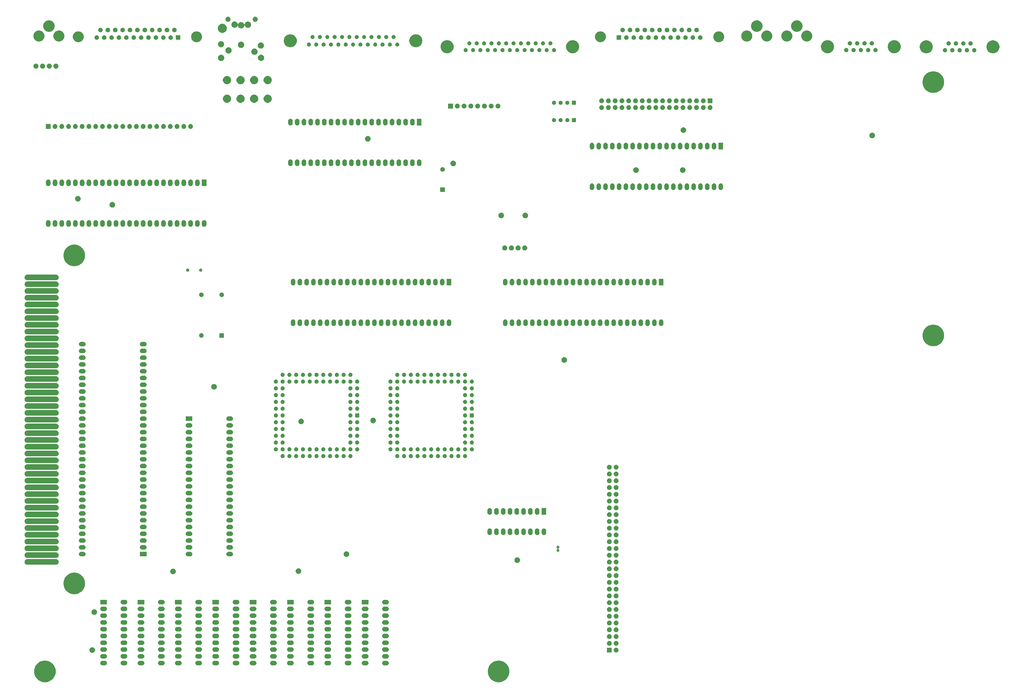
<source format=gbr>
G04 #@! TF.GenerationSoftware,KiCad,Pcbnew,5.1.2-f72e74a~84~ubuntu16.04.1*
G04 #@! TF.CreationDate,2019-08-17T19:51:03+10:00*
G04 #@! TF.ProjectId,SMD500,534d4435-3030-42e6-9b69-6361645f7063,rev?*
G04 #@! TF.SameCoordinates,Original*
G04 #@! TF.FileFunction,Soldermask,Bot*
G04 #@! TF.FilePolarity,Negative*
%FSLAX46Y46*%
G04 Gerber Fmt 4.6, Leading zero omitted, Abs format (unit mm)*
G04 Created by KiCad (PCBNEW 5.1.2-f72e74a~84~ubuntu16.04.1) date 2019-08-17 19:51:03*
%MOMM*%
%LPD*%
G04 APERTURE LIST*
%ADD10C,0.100000*%
G04 APERTURE END LIST*
D10*
G36*
X179181632Y-242104677D02*
G01*
X179487005Y-242231167D01*
X179918868Y-242410050D01*
X180582362Y-242853383D01*
X181146617Y-243417638D01*
X181589950Y-244081132D01*
X181604389Y-244115992D01*
X181895323Y-244818368D01*
X182051000Y-245601010D01*
X182051000Y-246398990D01*
X181895323Y-247181632D01*
X181768833Y-247487005D01*
X181589950Y-247918868D01*
X181146617Y-248582362D01*
X180582362Y-249146617D01*
X179918868Y-249589950D01*
X179487005Y-249768833D01*
X179181632Y-249895323D01*
X178398990Y-250051000D01*
X177601010Y-250051000D01*
X176818368Y-249895323D01*
X176512995Y-249768833D01*
X176081132Y-249589950D01*
X175417638Y-249146617D01*
X174853383Y-248582362D01*
X174410050Y-247918868D01*
X174231167Y-247487005D01*
X174104677Y-247181632D01*
X173949000Y-246398990D01*
X173949000Y-245601010D01*
X174104677Y-244818368D01*
X174395611Y-244115992D01*
X174410050Y-244081132D01*
X174853383Y-243417638D01*
X175417638Y-242853383D01*
X176081132Y-242410050D01*
X176512995Y-242231167D01*
X176818368Y-242104677D01*
X177601010Y-241949000D01*
X178398990Y-241949000D01*
X179181632Y-242104677D01*
X179181632Y-242104677D01*
G37*
G36*
X9181632Y-242104677D02*
G01*
X9487005Y-242231167D01*
X9918868Y-242410050D01*
X10582362Y-242853383D01*
X11146617Y-243417638D01*
X11589950Y-244081132D01*
X11604389Y-244115992D01*
X11895323Y-244818368D01*
X12051000Y-245601010D01*
X12051000Y-246398990D01*
X11895323Y-247181632D01*
X11768833Y-247487005D01*
X11589950Y-247918868D01*
X11146617Y-248582362D01*
X10582362Y-249146617D01*
X9918868Y-249589950D01*
X9487005Y-249768833D01*
X9181632Y-249895323D01*
X8398990Y-250051000D01*
X7601010Y-250051000D01*
X6818368Y-249895323D01*
X6512995Y-249768833D01*
X6081132Y-249589950D01*
X5417638Y-249146617D01*
X4853383Y-248582362D01*
X4410050Y-247918868D01*
X4231167Y-247487005D01*
X4104677Y-247181632D01*
X3949000Y-246398990D01*
X3949000Y-245601010D01*
X4104677Y-244818368D01*
X4395611Y-244115992D01*
X4410050Y-244081132D01*
X4853383Y-243417638D01*
X5417638Y-242853383D01*
X6081132Y-242410050D01*
X6512995Y-242231167D01*
X6818368Y-242104677D01*
X7601010Y-241949000D01*
X8398990Y-241949000D01*
X9181632Y-242104677D01*
X9181632Y-242104677D01*
G37*
G36*
X44566823Y-242021313D02*
G01*
X44727242Y-242069976D01*
X44859906Y-242140886D01*
X44875078Y-242148996D01*
X45004659Y-242255341D01*
X45111004Y-242384922D01*
X45111005Y-242384924D01*
X45190024Y-242532758D01*
X45238687Y-242693177D01*
X45255117Y-242860000D01*
X45238687Y-243026823D01*
X45190024Y-243187242D01*
X45163261Y-243237312D01*
X45111004Y-243335078D01*
X45004659Y-243464659D01*
X44875078Y-243571004D01*
X44875076Y-243571005D01*
X44727242Y-243650024D01*
X44566823Y-243698687D01*
X44441804Y-243711000D01*
X43558196Y-243711000D01*
X43433177Y-243698687D01*
X43272758Y-243650024D01*
X43124924Y-243571005D01*
X43124922Y-243571004D01*
X42995341Y-243464659D01*
X42888996Y-243335078D01*
X42836739Y-243237312D01*
X42809976Y-243187242D01*
X42761313Y-243026823D01*
X42744883Y-242860000D01*
X42761313Y-242693177D01*
X42809976Y-242532758D01*
X42888995Y-242384924D01*
X42888996Y-242384922D01*
X42995341Y-242255341D01*
X43124922Y-242148996D01*
X43140094Y-242140886D01*
X43272758Y-242069976D01*
X43433177Y-242021313D01*
X43558196Y-242009000D01*
X44441804Y-242009000D01*
X44566823Y-242021313D01*
X44566823Y-242021313D01*
G37*
G36*
X136186823Y-242021313D02*
G01*
X136347242Y-242069976D01*
X136479906Y-242140886D01*
X136495078Y-242148996D01*
X136624659Y-242255341D01*
X136731004Y-242384922D01*
X136731005Y-242384924D01*
X136810024Y-242532758D01*
X136858687Y-242693177D01*
X136875117Y-242860000D01*
X136858687Y-243026823D01*
X136810024Y-243187242D01*
X136783261Y-243237312D01*
X136731004Y-243335078D01*
X136624659Y-243464659D01*
X136495078Y-243571004D01*
X136495076Y-243571005D01*
X136347242Y-243650024D01*
X136186823Y-243698687D01*
X136061804Y-243711000D01*
X135178196Y-243711000D01*
X135053177Y-243698687D01*
X134892758Y-243650024D01*
X134744924Y-243571005D01*
X134744922Y-243571004D01*
X134615341Y-243464659D01*
X134508996Y-243335078D01*
X134456739Y-243237312D01*
X134429976Y-243187242D01*
X134381313Y-243026823D01*
X134364883Y-242860000D01*
X134381313Y-242693177D01*
X134429976Y-242532758D01*
X134508995Y-242384924D01*
X134508996Y-242384922D01*
X134615341Y-242255341D01*
X134744922Y-242148996D01*
X134760094Y-242140886D01*
X134892758Y-242069976D01*
X135053177Y-242021313D01*
X135178196Y-242009000D01*
X136061804Y-242009000D01*
X136186823Y-242021313D01*
X136186823Y-242021313D01*
G37*
G36*
X52186823Y-242021313D02*
G01*
X52347242Y-242069976D01*
X52479906Y-242140886D01*
X52495078Y-242148996D01*
X52624659Y-242255341D01*
X52731004Y-242384922D01*
X52731005Y-242384924D01*
X52810024Y-242532758D01*
X52858687Y-242693177D01*
X52875117Y-242860000D01*
X52858687Y-243026823D01*
X52810024Y-243187242D01*
X52783261Y-243237312D01*
X52731004Y-243335078D01*
X52624659Y-243464659D01*
X52495078Y-243571004D01*
X52495076Y-243571005D01*
X52347242Y-243650024D01*
X52186823Y-243698687D01*
X52061804Y-243711000D01*
X51178196Y-243711000D01*
X51053177Y-243698687D01*
X50892758Y-243650024D01*
X50744924Y-243571005D01*
X50744922Y-243571004D01*
X50615341Y-243464659D01*
X50508996Y-243335078D01*
X50456739Y-243237312D01*
X50429976Y-243187242D01*
X50381313Y-243026823D01*
X50364883Y-242860000D01*
X50381313Y-242693177D01*
X50429976Y-242532758D01*
X50508995Y-242384924D01*
X50508996Y-242384922D01*
X50615341Y-242255341D01*
X50744922Y-242148996D01*
X50760094Y-242140886D01*
X50892758Y-242069976D01*
X51053177Y-242021313D01*
X51178196Y-242009000D01*
X52061804Y-242009000D01*
X52186823Y-242021313D01*
X52186823Y-242021313D01*
G37*
G36*
X30566823Y-242021313D02*
G01*
X30727242Y-242069976D01*
X30859906Y-242140886D01*
X30875078Y-242148996D01*
X31004659Y-242255341D01*
X31111004Y-242384922D01*
X31111005Y-242384924D01*
X31190024Y-242532758D01*
X31238687Y-242693177D01*
X31255117Y-242860000D01*
X31238687Y-243026823D01*
X31190024Y-243187242D01*
X31163261Y-243237312D01*
X31111004Y-243335078D01*
X31004659Y-243464659D01*
X30875078Y-243571004D01*
X30875076Y-243571005D01*
X30727242Y-243650024D01*
X30566823Y-243698687D01*
X30441804Y-243711000D01*
X29558196Y-243711000D01*
X29433177Y-243698687D01*
X29272758Y-243650024D01*
X29124924Y-243571005D01*
X29124922Y-243571004D01*
X28995341Y-243464659D01*
X28888996Y-243335078D01*
X28836739Y-243237312D01*
X28809976Y-243187242D01*
X28761313Y-243026823D01*
X28744883Y-242860000D01*
X28761313Y-242693177D01*
X28809976Y-242532758D01*
X28888995Y-242384924D01*
X28888996Y-242384922D01*
X28995341Y-242255341D01*
X29124922Y-242148996D01*
X29140094Y-242140886D01*
X29272758Y-242069976D01*
X29433177Y-242021313D01*
X29558196Y-242009000D01*
X30441804Y-242009000D01*
X30566823Y-242021313D01*
X30566823Y-242021313D01*
G37*
G36*
X38186823Y-242021313D02*
G01*
X38347242Y-242069976D01*
X38479906Y-242140886D01*
X38495078Y-242148996D01*
X38624659Y-242255341D01*
X38731004Y-242384922D01*
X38731005Y-242384924D01*
X38810024Y-242532758D01*
X38858687Y-242693177D01*
X38875117Y-242860000D01*
X38858687Y-243026823D01*
X38810024Y-243187242D01*
X38783261Y-243237312D01*
X38731004Y-243335078D01*
X38624659Y-243464659D01*
X38495078Y-243571004D01*
X38495076Y-243571005D01*
X38347242Y-243650024D01*
X38186823Y-243698687D01*
X38061804Y-243711000D01*
X37178196Y-243711000D01*
X37053177Y-243698687D01*
X36892758Y-243650024D01*
X36744924Y-243571005D01*
X36744922Y-243571004D01*
X36615341Y-243464659D01*
X36508996Y-243335078D01*
X36456739Y-243237312D01*
X36429976Y-243187242D01*
X36381313Y-243026823D01*
X36364883Y-242860000D01*
X36381313Y-242693177D01*
X36429976Y-242532758D01*
X36508995Y-242384924D01*
X36508996Y-242384922D01*
X36615341Y-242255341D01*
X36744922Y-242148996D01*
X36760094Y-242140886D01*
X36892758Y-242069976D01*
X37053177Y-242021313D01*
X37178196Y-242009000D01*
X38061804Y-242009000D01*
X38186823Y-242021313D01*
X38186823Y-242021313D01*
G37*
G36*
X58566823Y-242021313D02*
G01*
X58727242Y-242069976D01*
X58859906Y-242140886D01*
X58875078Y-242148996D01*
X59004659Y-242255341D01*
X59111004Y-242384922D01*
X59111005Y-242384924D01*
X59190024Y-242532758D01*
X59238687Y-242693177D01*
X59255117Y-242860000D01*
X59238687Y-243026823D01*
X59190024Y-243187242D01*
X59163261Y-243237312D01*
X59111004Y-243335078D01*
X59004659Y-243464659D01*
X58875078Y-243571004D01*
X58875076Y-243571005D01*
X58727242Y-243650024D01*
X58566823Y-243698687D01*
X58441804Y-243711000D01*
X57558196Y-243711000D01*
X57433177Y-243698687D01*
X57272758Y-243650024D01*
X57124924Y-243571005D01*
X57124922Y-243571004D01*
X56995341Y-243464659D01*
X56888996Y-243335078D01*
X56836739Y-243237312D01*
X56809976Y-243187242D01*
X56761313Y-243026823D01*
X56744883Y-242860000D01*
X56761313Y-242693177D01*
X56809976Y-242532758D01*
X56888995Y-242384924D01*
X56888996Y-242384922D01*
X56995341Y-242255341D01*
X57124922Y-242148996D01*
X57140094Y-242140886D01*
X57272758Y-242069976D01*
X57433177Y-242021313D01*
X57558196Y-242009000D01*
X58441804Y-242009000D01*
X58566823Y-242021313D01*
X58566823Y-242021313D01*
G37*
G36*
X66186823Y-242021313D02*
G01*
X66347242Y-242069976D01*
X66479906Y-242140886D01*
X66495078Y-242148996D01*
X66624659Y-242255341D01*
X66731004Y-242384922D01*
X66731005Y-242384924D01*
X66810024Y-242532758D01*
X66858687Y-242693177D01*
X66875117Y-242860000D01*
X66858687Y-243026823D01*
X66810024Y-243187242D01*
X66783261Y-243237312D01*
X66731004Y-243335078D01*
X66624659Y-243464659D01*
X66495078Y-243571004D01*
X66495076Y-243571005D01*
X66347242Y-243650024D01*
X66186823Y-243698687D01*
X66061804Y-243711000D01*
X65178196Y-243711000D01*
X65053177Y-243698687D01*
X64892758Y-243650024D01*
X64744924Y-243571005D01*
X64744922Y-243571004D01*
X64615341Y-243464659D01*
X64508996Y-243335078D01*
X64456739Y-243237312D01*
X64429976Y-243187242D01*
X64381313Y-243026823D01*
X64364883Y-242860000D01*
X64381313Y-242693177D01*
X64429976Y-242532758D01*
X64508995Y-242384924D01*
X64508996Y-242384922D01*
X64615341Y-242255341D01*
X64744922Y-242148996D01*
X64760094Y-242140886D01*
X64892758Y-242069976D01*
X65053177Y-242021313D01*
X65178196Y-242009000D01*
X66061804Y-242009000D01*
X66186823Y-242021313D01*
X66186823Y-242021313D01*
G37*
G36*
X72566823Y-242021313D02*
G01*
X72727242Y-242069976D01*
X72859906Y-242140886D01*
X72875078Y-242148996D01*
X73004659Y-242255341D01*
X73111004Y-242384922D01*
X73111005Y-242384924D01*
X73190024Y-242532758D01*
X73238687Y-242693177D01*
X73255117Y-242860000D01*
X73238687Y-243026823D01*
X73190024Y-243187242D01*
X73163261Y-243237312D01*
X73111004Y-243335078D01*
X73004659Y-243464659D01*
X72875078Y-243571004D01*
X72875076Y-243571005D01*
X72727242Y-243650024D01*
X72566823Y-243698687D01*
X72441804Y-243711000D01*
X71558196Y-243711000D01*
X71433177Y-243698687D01*
X71272758Y-243650024D01*
X71124924Y-243571005D01*
X71124922Y-243571004D01*
X70995341Y-243464659D01*
X70888996Y-243335078D01*
X70836739Y-243237312D01*
X70809976Y-243187242D01*
X70761313Y-243026823D01*
X70744883Y-242860000D01*
X70761313Y-242693177D01*
X70809976Y-242532758D01*
X70888995Y-242384924D01*
X70888996Y-242384922D01*
X70995341Y-242255341D01*
X71124922Y-242148996D01*
X71140094Y-242140886D01*
X71272758Y-242069976D01*
X71433177Y-242021313D01*
X71558196Y-242009000D01*
X72441804Y-242009000D01*
X72566823Y-242021313D01*
X72566823Y-242021313D01*
G37*
G36*
X80186823Y-242021313D02*
G01*
X80347242Y-242069976D01*
X80479906Y-242140886D01*
X80495078Y-242148996D01*
X80624659Y-242255341D01*
X80731004Y-242384922D01*
X80731005Y-242384924D01*
X80810024Y-242532758D01*
X80858687Y-242693177D01*
X80875117Y-242860000D01*
X80858687Y-243026823D01*
X80810024Y-243187242D01*
X80783261Y-243237312D01*
X80731004Y-243335078D01*
X80624659Y-243464659D01*
X80495078Y-243571004D01*
X80495076Y-243571005D01*
X80347242Y-243650024D01*
X80186823Y-243698687D01*
X80061804Y-243711000D01*
X79178196Y-243711000D01*
X79053177Y-243698687D01*
X78892758Y-243650024D01*
X78744924Y-243571005D01*
X78744922Y-243571004D01*
X78615341Y-243464659D01*
X78508996Y-243335078D01*
X78456739Y-243237312D01*
X78429976Y-243187242D01*
X78381313Y-243026823D01*
X78364883Y-242860000D01*
X78381313Y-242693177D01*
X78429976Y-242532758D01*
X78508995Y-242384924D01*
X78508996Y-242384922D01*
X78615341Y-242255341D01*
X78744922Y-242148996D01*
X78760094Y-242140886D01*
X78892758Y-242069976D01*
X79053177Y-242021313D01*
X79178196Y-242009000D01*
X80061804Y-242009000D01*
X80186823Y-242021313D01*
X80186823Y-242021313D01*
G37*
G36*
X86566823Y-242021313D02*
G01*
X86727242Y-242069976D01*
X86859906Y-242140886D01*
X86875078Y-242148996D01*
X87004659Y-242255341D01*
X87111004Y-242384922D01*
X87111005Y-242384924D01*
X87190024Y-242532758D01*
X87238687Y-242693177D01*
X87255117Y-242860000D01*
X87238687Y-243026823D01*
X87190024Y-243187242D01*
X87163261Y-243237312D01*
X87111004Y-243335078D01*
X87004659Y-243464659D01*
X86875078Y-243571004D01*
X86875076Y-243571005D01*
X86727242Y-243650024D01*
X86566823Y-243698687D01*
X86441804Y-243711000D01*
X85558196Y-243711000D01*
X85433177Y-243698687D01*
X85272758Y-243650024D01*
X85124924Y-243571005D01*
X85124922Y-243571004D01*
X84995341Y-243464659D01*
X84888996Y-243335078D01*
X84836739Y-243237312D01*
X84809976Y-243187242D01*
X84761313Y-243026823D01*
X84744883Y-242860000D01*
X84761313Y-242693177D01*
X84809976Y-242532758D01*
X84888995Y-242384924D01*
X84888996Y-242384922D01*
X84995341Y-242255341D01*
X85124922Y-242148996D01*
X85140094Y-242140886D01*
X85272758Y-242069976D01*
X85433177Y-242021313D01*
X85558196Y-242009000D01*
X86441804Y-242009000D01*
X86566823Y-242021313D01*
X86566823Y-242021313D01*
G37*
G36*
X94186823Y-242021313D02*
G01*
X94347242Y-242069976D01*
X94479906Y-242140886D01*
X94495078Y-242148996D01*
X94624659Y-242255341D01*
X94731004Y-242384922D01*
X94731005Y-242384924D01*
X94810024Y-242532758D01*
X94858687Y-242693177D01*
X94875117Y-242860000D01*
X94858687Y-243026823D01*
X94810024Y-243187242D01*
X94783261Y-243237312D01*
X94731004Y-243335078D01*
X94624659Y-243464659D01*
X94495078Y-243571004D01*
X94495076Y-243571005D01*
X94347242Y-243650024D01*
X94186823Y-243698687D01*
X94061804Y-243711000D01*
X93178196Y-243711000D01*
X93053177Y-243698687D01*
X92892758Y-243650024D01*
X92744924Y-243571005D01*
X92744922Y-243571004D01*
X92615341Y-243464659D01*
X92508996Y-243335078D01*
X92456739Y-243237312D01*
X92429976Y-243187242D01*
X92381313Y-243026823D01*
X92364883Y-242860000D01*
X92381313Y-242693177D01*
X92429976Y-242532758D01*
X92508995Y-242384924D01*
X92508996Y-242384922D01*
X92615341Y-242255341D01*
X92744922Y-242148996D01*
X92760094Y-242140886D01*
X92892758Y-242069976D01*
X93053177Y-242021313D01*
X93178196Y-242009000D01*
X94061804Y-242009000D01*
X94186823Y-242021313D01*
X94186823Y-242021313D01*
G37*
G36*
X100566823Y-242021313D02*
G01*
X100727242Y-242069976D01*
X100859906Y-242140886D01*
X100875078Y-242148996D01*
X101004659Y-242255341D01*
X101111004Y-242384922D01*
X101111005Y-242384924D01*
X101190024Y-242532758D01*
X101238687Y-242693177D01*
X101255117Y-242860000D01*
X101238687Y-243026823D01*
X101190024Y-243187242D01*
X101163261Y-243237312D01*
X101111004Y-243335078D01*
X101004659Y-243464659D01*
X100875078Y-243571004D01*
X100875076Y-243571005D01*
X100727242Y-243650024D01*
X100566823Y-243698687D01*
X100441804Y-243711000D01*
X99558196Y-243711000D01*
X99433177Y-243698687D01*
X99272758Y-243650024D01*
X99124924Y-243571005D01*
X99124922Y-243571004D01*
X98995341Y-243464659D01*
X98888996Y-243335078D01*
X98836739Y-243237312D01*
X98809976Y-243187242D01*
X98761313Y-243026823D01*
X98744883Y-242860000D01*
X98761313Y-242693177D01*
X98809976Y-242532758D01*
X98888995Y-242384924D01*
X98888996Y-242384922D01*
X98995341Y-242255341D01*
X99124922Y-242148996D01*
X99140094Y-242140886D01*
X99272758Y-242069976D01*
X99433177Y-242021313D01*
X99558196Y-242009000D01*
X100441804Y-242009000D01*
X100566823Y-242021313D01*
X100566823Y-242021313D01*
G37*
G36*
X108186823Y-242021313D02*
G01*
X108347242Y-242069976D01*
X108479906Y-242140886D01*
X108495078Y-242148996D01*
X108624659Y-242255341D01*
X108731004Y-242384922D01*
X108731005Y-242384924D01*
X108810024Y-242532758D01*
X108858687Y-242693177D01*
X108875117Y-242860000D01*
X108858687Y-243026823D01*
X108810024Y-243187242D01*
X108783261Y-243237312D01*
X108731004Y-243335078D01*
X108624659Y-243464659D01*
X108495078Y-243571004D01*
X108495076Y-243571005D01*
X108347242Y-243650024D01*
X108186823Y-243698687D01*
X108061804Y-243711000D01*
X107178196Y-243711000D01*
X107053177Y-243698687D01*
X106892758Y-243650024D01*
X106744924Y-243571005D01*
X106744922Y-243571004D01*
X106615341Y-243464659D01*
X106508996Y-243335078D01*
X106456739Y-243237312D01*
X106429976Y-243187242D01*
X106381313Y-243026823D01*
X106364883Y-242860000D01*
X106381313Y-242693177D01*
X106429976Y-242532758D01*
X106508995Y-242384924D01*
X106508996Y-242384922D01*
X106615341Y-242255341D01*
X106744922Y-242148996D01*
X106760094Y-242140886D01*
X106892758Y-242069976D01*
X107053177Y-242021313D01*
X107178196Y-242009000D01*
X108061804Y-242009000D01*
X108186823Y-242021313D01*
X108186823Y-242021313D01*
G37*
G36*
X128566823Y-242021313D02*
G01*
X128727242Y-242069976D01*
X128859906Y-242140886D01*
X128875078Y-242148996D01*
X129004659Y-242255341D01*
X129111004Y-242384922D01*
X129111005Y-242384924D01*
X129190024Y-242532758D01*
X129238687Y-242693177D01*
X129255117Y-242860000D01*
X129238687Y-243026823D01*
X129190024Y-243187242D01*
X129163261Y-243237312D01*
X129111004Y-243335078D01*
X129004659Y-243464659D01*
X128875078Y-243571004D01*
X128875076Y-243571005D01*
X128727242Y-243650024D01*
X128566823Y-243698687D01*
X128441804Y-243711000D01*
X127558196Y-243711000D01*
X127433177Y-243698687D01*
X127272758Y-243650024D01*
X127124924Y-243571005D01*
X127124922Y-243571004D01*
X126995341Y-243464659D01*
X126888996Y-243335078D01*
X126836739Y-243237312D01*
X126809976Y-243187242D01*
X126761313Y-243026823D01*
X126744883Y-242860000D01*
X126761313Y-242693177D01*
X126809976Y-242532758D01*
X126888995Y-242384924D01*
X126888996Y-242384922D01*
X126995341Y-242255341D01*
X127124922Y-242148996D01*
X127140094Y-242140886D01*
X127272758Y-242069976D01*
X127433177Y-242021313D01*
X127558196Y-242009000D01*
X128441804Y-242009000D01*
X128566823Y-242021313D01*
X128566823Y-242021313D01*
G37*
G36*
X114566823Y-242021313D02*
G01*
X114727242Y-242069976D01*
X114859906Y-242140886D01*
X114875078Y-242148996D01*
X115004659Y-242255341D01*
X115111004Y-242384922D01*
X115111005Y-242384924D01*
X115190024Y-242532758D01*
X115238687Y-242693177D01*
X115255117Y-242860000D01*
X115238687Y-243026823D01*
X115190024Y-243187242D01*
X115163261Y-243237312D01*
X115111004Y-243335078D01*
X115004659Y-243464659D01*
X114875078Y-243571004D01*
X114875076Y-243571005D01*
X114727242Y-243650024D01*
X114566823Y-243698687D01*
X114441804Y-243711000D01*
X113558196Y-243711000D01*
X113433177Y-243698687D01*
X113272758Y-243650024D01*
X113124924Y-243571005D01*
X113124922Y-243571004D01*
X112995341Y-243464659D01*
X112888996Y-243335078D01*
X112836739Y-243237312D01*
X112809976Y-243187242D01*
X112761313Y-243026823D01*
X112744883Y-242860000D01*
X112761313Y-242693177D01*
X112809976Y-242532758D01*
X112888995Y-242384924D01*
X112888996Y-242384922D01*
X112995341Y-242255341D01*
X113124922Y-242148996D01*
X113140094Y-242140886D01*
X113272758Y-242069976D01*
X113433177Y-242021313D01*
X113558196Y-242009000D01*
X114441804Y-242009000D01*
X114566823Y-242021313D01*
X114566823Y-242021313D01*
G37*
G36*
X122186823Y-242021313D02*
G01*
X122347242Y-242069976D01*
X122479906Y-242140886D01*
X122495078Y-242148996D01*
X122624659Y-242255341D01*
X122731004Y-242384922D01*
X122731005Y-242384924D01*
X122810024Y-242532758D01*
X122858687Y-242693177D01*
X122875117Y-242860000D01*
X122858687Y-243026823D01*
X122810024Y-243187242D01*
X122783261Y-243237312D01*
X122731004Y-243335078D01*
X122624659Y-243464659D01*
X122495078Y-243571004D01*
X122495076Y-243571005D01*
X122347242Y-243650024D01*
X122186823Y-243698687D01*
X122061804Y-243711000D01*
X121178196Y-243711000D01*
X121053177Y-243698687D01*
X120892758Y-243650024D01*
X120744924Y-243571005D01*
X120744922Y-243571004D01*
X120615341Y-243464659D01*
X120508996Y-243335078D01*
X120456739Y-243237312D01*
X120429976Y-243187242D01*
X120381313Y-243026823D01*
X120364883Y-242860000D01*
X120381313Y-242693177D01*
X120429976Y-242532758D01*
X120508995Y-242384924D01*
X120508996Y-242384922D01*
X120615341Y-242255341D01*
X120744922Y-242148996D01*
X120760094Y-242140886D01*
X120892758Y-242069976D01*
X121053177Y-242021313D01*
X121178196Y-242009000D01*
X122061804Y-242009000D01*
X122186823Y-242021313D01*
X122186823Y-242021313D01*
G37*
G36*
X114566823Y-239481313D02*
G01*
X114727242Y-239529976D01*
X114859906Y-239600886D01*
X114875078Y-239608996D01*
X115004659Y-239715341D01*
X115111004Y-239844922D01*
X115111005Y-239844924D01*
X115190024Y-239992758D01*
X115238687Y-240153177D01*
X115255117Y-240320000D01*
X115238687Y-240486823D01*
X115190024Y-240647242D01*
X115119114Y-240779906D01*
X115111004Y-240795078D01*
X115004659Y-240924659D01*
X114875078Y-241031004D01*
X114875076Y-241031005D01*
X114727242Y-241110024D01*
X114566823Y-241158687D01*
X114441804Y-241171000D01*
X113558196Y-241171000D01*
X113433177Y-241158687D01*
X113272758Y-241110024D01*
X113124924Y-241031005D01*
X113124922Y-241031004D01*
X112995341Y-240924659D01*
X112888996Y-240795078D01*
X112880886Y-240779906D01*
X112809976Y-240647242D01*
X112761313Y-240486823D01*
X112744883Y-240320000D01*
X112761313Y-240153177D01*
X112809976Y-239992758D01*
X112888995Y-239844924D01*
X112888996Y-239844922D01*
X112995341Y-239715341D01*
X113124922Y-239608996D01*
X113140094Y-239600886D01*
X113272758Y-239529976D01*
X113433177Y-239481313D01*
X113558196Y-239469000D01*
X114441804Y-239469000D01*
X114566823Y-239481313D01*
X114566823Y-239481313D01*
G37*
G36*
X136186823Y-239481313D02*
G01*
X136347242Y-239529976D01*
X136479906Y-239600886D01*
X136495078Y-239608996D01*
X136624659Y-239715341D01*
X136731004Y-239844922D01*
X136731005Y-239844924D01*
X136810024Y-239992758D01*
X136858687Y-240153177D01*
X136875117Y-240320000D01*
X136858687Y-240486823D01*
X136810024Y-240647242D01*
X136739114Y-240779906D01*
X136731004Y-240795078D01*
X136624659Y-240924659D01*
X136495078Y-241031004D01*
X136495076Y-241031005D01*
X136347242Y-241110024D01*
X136186823Y-241158687D01*
X136061804Y-241171000D01*
X135178196Y-241171000D01*
X135053177Y-241158687D01*
X134892758Y-241110024D01*
X134744924Y-241031005D01*
X134744922Y-241031004D01*
X134615341Y-240924659D01*
X134508996Y-240795078D01*
X134500886Y-240779906D01*
X134429976Y-240647242D01*
X134381313Y-240486823D01*
X134364883Y-240320000D01*
X134381313Y-240153177D01*
X134429976Y-239992758D01*
X134508995Y-239844924D01*
X134508996Y-239844922D01*
X134615341Y-239715341D01*
X134744922Y-239608996D01*
X134760094Y-239600886D01*
X134892758Y-239529976D01*
X135053177Y-239481313D01*
X135178196Y-239469000D01*
X136061804Y-239469000D01*
X136186823Y-239481313D01*
X136186823Y-239481313D01*
G37*
G36*
X44566823Y-239481313D02*
G01*
X44727242Y-239529976D01*
X44859906Y-239600886D01*
X44875078Y-239608996D01*
X45004659Y-239715341D01*
X45111004Y-239844922D01*
X45111005Y-239844924D01*
X45190024Y-239992758D01*
X45238687Y-240153177D01*
X45255117Y-240320000D01*
X45238687Y-240486823D01*
X45190024Y-240647242D01*
X45119114Y-240779906D01*
X45111004Y-240795078D01*
X45004659Y-240924659D01*
X44875078Y-241031004D01*
X44875076Y-241031005D01*
X44727242Y-241110024D01*
X44566823Y-241158687D01*
X44441804Y-241171000D01*
X43558196Y-241171000D01*
X43433177Y-241158687D01*
X43272758Y-241110024D01*
X43124924Y-241031005D01*
X43124922Y-241031004D01*
X42995341Y-240924659D01*
X42888996Y-240795078D01*
X42880886Y-240779906D01*
X42809976Y-240647242D01*
X42761313Y-240486823D01*
X42744883Y-240320000D01*
X42761313Y-240153177D01*
X42809976Y-239992758D01*
X42888995Y-239844924D01*
X42888996Y-239844922D01*
X42995341Y-239715341D01*
X43124922Y-239608996D01*
X43140094Y-239600886D01*
X43272758Y-239529976D01*
X43433177Y-239481313D01*
X43558196Y-239469000D01*
X44441804Y-239469000D01*
X44566823Y-239481313D01*
X44566823Y-239481313D01*
G37*
G36*
X108186823Y-239481313D02*
G01*
X108347242Y-239529976D01*
X108479906Y-239600886D01*
X108495078Y-239608996D01*
X108624659Y-239715341D01*
X108731004Y-239844922D01*
X108731005Y-239844924D01*
X108810024Y-239992758D01*
X108858687Y-240153177D01*
X108875117Y-240320000D01*
X108858687Y-240486823D01*
X108810024Y-240647242D01*
X108739114Y-240779906D01*
X108731004Y-240795078D01*
X108624659Y-240924659D01*
X108495078Y-241031004D01*
X108495076Y-241031005D01*
X108347242Y-241110024D01*
X108186823Y-241158687D01*
X108061804Y-241171000D01*
X107178196Y-241171000D01*
X107053177Y-241158687D01*
X106892758Y-241110024D01*
X106744924Y-241031005D01*
X106744922Y-241031004D01*
X106615341Y-240924659D01*
X106508996Y-240795078D01*
X106500886Y-240779906D01*
X106429976Y-240647242D01*
X106381313Y-240486823D01*
X106364883Y-240320000D01*
X106381313Y-240153177D01*
X106429976Y-239992758D01*
X106508995Y-239844924D01*
X106508996Y-239844922D01*
X106615341Y-239715341D01*
X106744922Y-239608996D01*
X106760094Y-239600886D01*
X106892758Y-239529976D01*
X107053177Y-239481313D01*
X107178196Y-239469000D01*
X108061804Y-239469000D01*
X108186823Y-239481313D01*
X108186823Y-239481313D01*
G37*
G36*
X100566823Y-239481313D02*
G01*
X100727242Y-239529976D01*
X100859906Y-239600886D01*
X100875078Y-239608996D01*
X101004659Y-239715341D01*
X101111004Y-239844922D01*
X101111005Y-239844924D01*
X101190024Y-239992758D01*
X101238687Y-240153177D01*
X101255117Y-240320000D01*
X101238687Y-240486823D01*
X101190024Y-240647242D01*
X101119114Y-240779906D01*
X101111004Y-240795078D01*
X101004659Y-240924659D01*
X100875078Y-241031004D01*
X100875076Y-241031005D01*
X100727242Y-241110024D01*
X100566823Y-241158687D01*
X100441804Y-241171000D01*
X99558196Y-241171000D01*
X99433177Y-241158687D01*
X99272758Y-241110024D01*
X99124924Y-241031005D01*
X99124922Y-241031004D01*
X98995341Y-240924659D01*
X98888996Y-240795078D01*
X98880886Y-240779906D01*
X98809976Y-240647242D01*
X98761313Y-240486823D01*
X98744883Y-240320000D01*
X98761313Y-240153177D01*
X98809976Y-239992758D01*
X98888995Y-239844924D01*
X98888996Y-239844922D01*
X98995341Y-239715341D01*
X99124922Y-239608996D01*
X99140094Y-239600886D01*
X99272758Y-239529976D01*
X99433177Y-239481313D01*
X99558196Y-239469000D01*
X100441804Y-239469000D01*
X100566823Y-239481313D01*
X100566823Y-239481313D01*
G37*
G36*
X30566823Y-239481313D02*
G01*
X30727242Y-239529976D01*
X30859906Y-239600886D01*
X30875078Y-239608996D01*
X31004659Y-239715341D01*
X31111004Y-239844922D01*
X31111005Y-239844924D01*
X31190024Y-239992758D01*
X31238687Y-240153177D01*
X31255117Y-240320000D01*
X31238687Y-240486823D01*
X31190024Y-240647242D01*
X31119114Y-240779906D01*
X31111004Y-240795078D01*
X31004659Y-240924659D01*
X30875078Y-241031004D01*
X30875076Y-241031005D01*
X30727242Y-241110024D01*
X30566823Y-241158687D01*
X30441804Y-241171000D01*
X29558196Y-241171000D01*
X29433177Y-241158687D01*
X29272758Y-241110024D01*
X29124924Y-241031005D01*
X29124922Y-241031004D01*
X28995341Y-240924659D01*
X28888996Y-240795078D01*
X28880886Y-240779906D01*
X28809976Y-240647242D01*
X28761313Y-240486823D01*
X28744883Y-240320000D01*
X28761313Y-240153177D01*
X28809976Y-239992758D01*
X28888995Y-239844924D01*
X28888996Y-239844922D01*
X28995341Y-239715341D01*
X29124922Y-239608996D01*
X29140094Y-239600886D01*
X29272758Y-239529976D01*
X29433177Y-239481313D01*
X29558196Y-239469000D01*
X30441804Y-239469000D01*
X30566823Y-239481313D01*
X30566823Y-239481313D01*
G37*
G36*
X80186823Y-239481313D02*
G01*
X80347242Y-239529976D01*
X80479906Y-239600886D01*
X80495078Y-239608996D01*
X80624659Y-239715341D01*
X80731004Y-239844922D01*
X80731005Y-239844924D01*
X80810024Y-239992758D01*
X80858687Y-240153177D01*
X80875117Y-240320000D01*
X80858687Y-240486823D01*
X80810024Y-240647242D01*
X80739114Y-240779906D01*
X80731004Y-240795078D01*
X80624659Y-240924659D01*
X80495078Y-241031004D01*
X80495076Y-241031005D01*
X80347242Y-241110024D01*
X80186823Y-241158687D01*
X80061804Y-241171000D01*
X79178196Y-241171000D01*
X79053177Y-241158687D01*
X78892758Y-241110024D01*
X78744924Y-241031005D01*
X78744922Y-241031004D01*
X78615341Y-240924659D01*
X78508996Y-240795078D01*
X78500886Y-240779906D01*
X78429976Y-240647242D01*
X78381313Y-240486823D01*
X78364883Y-240320000D01*
X78381313Y-240153177D01*
X78429976Y-239992758D01*
X78508995Y-239844924D01*
X78508996Y-239844922D01*
X78615341Y-239715341D01*
X78744922Y-239608996D01*
X78760094Y-239600886D01*
X78892758Y-239529976D01*
X79053177Y-239481313D01*
X79178196Y-239469000D01*
X80061804Y-239469000D01*
X80186823Y-239481313D01*
X80186823Y-239481313D01*
G37*
G36*
X58566823Y-239481313D02*
G01*
X58727242Y-239529976D01*
X58859906Y-239600886D01*
X58875078Y-239608996D01*
X59004659Y-239715341D01*
X59111004Y-239844922D01*
X59111005Y-239844924D01*
X59190024Y-239992758D01*
X59238687Y-240153177D01*
X59255117Y-240320000D01*
X59238687Y-240486823D01*
X59190024Y-240647242D01*
X59119114Y-240779906D01*
X59111004Y-240795078D01*
X59004659Y-240924659D01*
X58875078Y-241031004D01*
X58875076Y-241031005D01*
X58727242Y-241110024D01*
X58566823Y-241158687D01*
X58441804Y-241171000D01*
X57558196Y-241171000D01*
X57433177Y-241158687D01*
X57272758Y-241110024D01*
X57124924Y-241031005D01*
X57124922Y-241031004D01*
X56995341Y-240924659D01*
X56888996Y-240795078D01*
X56880886Y-240779906D01*
X56809976Y-240647242D01*
X56761313Y-240486823D01*
X56744883Y-240320000D01*
X56761313Y-240153177D01*
X56809976Y-239992758D01*
X56888995Y-239844924D01*
X56888996Y-239844922D01*
X56995341Y-239715341D01*
X57124922Y-239608996D01*
X57140094Y-239600886D01*
X57272758Y-239529976D01*
X57433177Y-239481313D01*
X57558196Y-239469000D01*
X58441804Y-239469000D01*
X58566823Y-239481313D01*
X58566823Y-239481313D01*
G37*
G36*
X128566823Y-239481313D02*
G01*
X128727242Y-239529976D01*
X128859906Y-239600886D01*
X128875078Y-239608996D01*
X129004659Y-239715341D01*
X129111004Y-239844922D01*
X129111005Y-239844924D01*
X129190024Y-239992758D01*
X129238687Y-240153177D01*
X129255117Y-240320000D01*
X129238687Y-240486823D01*
X129190024Y-240647242D01*
X129119114Y-240779906D01*
X129111004Y-240795078D01*
X129004659Y-240924659D01*
X128875078Y-241031004D01*
X128875076Y-241031005D01*
X128727242Y-241110024D01*
X128566823Y-241158687D01*
X128441804Y-241171000D01*
X127558196Y-241171000D01*
X127433177Y-241158687D01*
X127272758Y-241110024D01*
X127124924Y-241031005D01*
X127124922Y-241031004D01*
X126995341Y-240924659D01*
X126888996Y-240795078D01*
X126880886Y-240779906D01*
X126809976Y-240647242D01*
X126761313Y-240486823D01*
X126744883Y-240320000D01*
X126761313Y-240153177D01*
X126809976Y-239992758D01*
X126888995Y-239844924D01*
X126888996Y-239844922D01*
X126995341Y-239715341D01*
X127124922Y-239608996D01*
X127140094Y-239600886D01*
X127272758Y-239529976D01*
X127433177Y-239481313D01*
X127558196Y-239469000D01*
X128441804Y-239469000D01*
X128566823Y-239481313D01*
X128566823Y-239481313D01*
G37*
G36*
X122186823Y-239481313D02*
G01*
X122347242Y-239529976D01*
X122479906Y-239600886D01*
X122495078Y-239608996D01*
X122624659Y-239715341D01*
X122731004Y-239844922D01*
X122731005Y-239844924D01*
X122810024Y-239992758D01*
X122858687Y-240153177D01*
X122875117Y-240320000D01*
X122858687Y-240486823D01*
X122810024Y-240647242D01*
X122739114Y-240779906D01*
X122731004Y-240795078D01*
X122624659Y-240924659D01*
X122495078Y-241031004D01*
X122495076Y-241031005D01*
X122347242Y-241110024D01*
X122186823Y-241158687D01*
X122061804Y-241171000D01*
X121178196Y-241171000D01*
X121053177Y-241158687D01*
X120892758Y-241110024D01*
X120744924Y-241031005D01*
X120744922Y-241031004D01*
X120615341Y-240924659D01*
X120508996Y-240795078D01*
X120500886Y-240779906D01*
X120429976Y-240647242D01*
X120381313Y-240486823D01*
X120364883Y-240320000D01*
X120381313Y-240153177D01*
X120429976Y-239992758D01*
X120508995Y-239844924D01*
X120508996Y-239844922D01*
X120615341Y-239715341D01*
X120744922Y-239608996D01*
X120760094Y-239600886D01*
X120892758Y-239529976D01*
X121053177Y-239481313D01*
X121178196Y-239469000D01*
X122061804Y-239469000D01*
X122186823Y-239481313D01*
X122186823Y-239481313D01*
G37*
G36*
X94186823Y-239481313D02*
G01*
X94347242Y-239529976D01*
X94479906Y-239600886D01*
X94495078Y-239608996D01*
X94624659Y-239715341D01*
X94731004Y-239844922D01*
X94731005Y-239844924D01*
X94810024Y-239992758D01*
X94858687Y-240153177D01*
X94875117Y-240320000D01*
X94858687Y-240486823D01*
X94810024Y-240647242D01*
X94739114Y-240779906D01*
X94731004Y-240795078D01*
X94624659Y-240924659D01*
X94495078Y-241031004D01*
X94495076Y-241031005D01*
X94347242Y-241110024D01*
X94186823Y-241158687D01*
X94061804Y-241171000D01*
X93178196Y-241171000D01*
X93053177Y-241158687D01*
X92892758Y-241110024D01*
X92744924Y-241031005D01*
X92744922Y-241031004D01*
X92615341Y-240924659D01*
X92508996Y-240795078D01*
X92500886Y-240779906D01*
X92429976Y-240647242D01*
X92381313Y-240486823D01*
X92364883Y-240320000D01*
X92381313Y-240153177D01*
X92429976Y-239992758D01*
X92508995Y-239844924D01*
X92508996Y-239844922D01*
X92615341Y-239715341D01*
X92744922Y-239608996D01*
X92760094Y-239600886D01*
X92892758Y-239529976D01*
X93053177Y-239481313D01*
X93178196Y-239469000D01*
X94061804Y-239469000D01*
X94186823Y-239481313D01*
X94186823Y-239481313D01*
G37*
G36*
X52186823Y-239481313D02*
G01*
X52347242Y-239529976D01*
X52479906Y-239600886D01*
X52495078Y-239608996D01*
X52624659Y-239715341D01*
X52731004Y-239844922D01*
X52731005Y-239844924D01*
X52810024Y-239992758D01*
X52858687Y-240153177D01*
X52875117Y-240320000D01*
X52858687Y-240486823D01*
X52810024Y-240647242D01*
X52739114Y-240779906D01*
X52731004Y-240795078D01*
X52624659Y-240924659D01*
X52495078Y-241031004D01*
X52495076Y-241031005D01*
X52347242Y-241110024D01*
X52186823Y-241158687D01*
X52061804Y-241171000D01*
X51178196Y-241171000D01*
X51053177Y-241158687D01*
X50892758Y-241110024D01*
X50744924Y-241031005D01*
X50744922Y-241031004D01*
X50615341Y-240924659D01*
X50508996Y-240795078D01*
X50500886Y-240779906D01*
X50429976Y-240647242D01*
X50381313Y-240486823D01*
X50364883Y-240320000D01*
X50381313Y-240153177D01*
X50429976Y-239992758D01*
X50508995Y-239844924D01*
X50508996Y-239844922D01*
X50615341Y-239715341D01*
X50744922Y-239608996D01*
X50760094Y-239600886D01*
X50892758Y-239529976D01*
X51053177Y-239481313D01*
X51178196Y-239469000D01*
X52061804Y-239469000D01*
X52186823Y-239481313D01*
X52186823Y-239481313D01*
G37*
G36*
X38186823Y-239481313D02*
G01*
X38347242Y-239529976D01*
X38479906Y-239600886D01*
X38495078Y-239608996D01*
X38624659Y-239715341D01*
X38731004Y-239844922D01*
X38731005Y-239844924D01*
X38810024Y-239992758D01*
X38858687Y-240153177D01*
X38875117Y-240320000D01*
X38858687Y-240486823D01*
X38810024Y-240647242D01*
X38739114Y-240779906D01*
X38731004Y-240795078D01*
X38624659Y-240924659D01*
X38495078Y-241031004D01*
X38495076Y-241031005D01*
X38347242Y-241110024D01*
X38186823Y-241158687D01*
X38061804Y-241171000D01*
X37178196Y-241171000D01*
X37053177Y-241158687D01*
X36892758Y-241110024D01*
X36744924Y-241031005D01*
X36744922Y-241031004D01*
X36615341Y-240924659D01*
X36508996Y-240795078D01*
X36500886Y-240779906D01*
X36429976Y-240647242D01*
X36381313Y-240486823D01*
X36364883Y-240320000D01*
X36381313Y-240153177D01*
X36429976Y-239992758D01*
X36508995Y-239844924D01*
X36508996Y-239844922D01*
X36615341Y-239715341D01*
X36744922Y-239608996D01*
X36760094Y-239600886D01*
X36892758Y-239529976D01*
X37053177Y-239481313D01*
X37178196Y-239469000D01*
X38061804Y-239469000D01*
X38186823Y-239481313D01*
X38186823Y-239481313D01*
G37*
G36*
X86566823Y-239481313D02*
G01*
X86727242Y-239529976D01*
X86859906Y-239600886D01*
X86875078Y-239608996D01*
X87004659Y-239715341D01*
X87111004Y-239844922D01*
X87111005Y-239844924D01*
X87190024Y-239992758D01*
X87238687Y-240153177D01*
X87255117Y-240320000D01*
X87238687Y-240486823D01*
X87190024Y-240647242D01*
X87119114Y-240779906D01*
X87111004Y-240795078D01*
X87004659Y-240924659D01*
X86875078Y-241031004D01*
X86875076Y-241031005D01*
X86727242Y-241110024D01*
X86566823Y-241158687D01*
X86441804Y-241171000D01*
X85558196Y-241171000D01*
X85433177Y-241158687D01*
X85272758Y-241110024D01*
X85124924Y-241031005D01*
X85124922Y-241031004D01*
X84995341Y-240924659D01*
X84888996Y-240795078D01*
X84880886Y-240779906D01*
X84809976Y-240647242D01*
X84761313Y-240486823D01*
X84744883Y-240320000D01*
X84761313Y-240153177D01*
X84809976Y-239992758D01*
X84888995Y-239844924D01*
X84888996Y-239844922D01*
X84995341Y-239715341D01*
X85124922Y-239608996D01*
X85140094Y-239600886D01*
X85272758Y-239529976D01*
X85433177Y-239481313D01*
X85558196Y-239469000D01*
X86441804Y-239469000D01*
X86566823Y-239481313D01*
X86566823Y-239481313D01*
G37*
G36*
X66186823Y-239481313D02*
G01*
X66347242Y-239529976D01*
X66479906Y-239600886D01*
X66495078Y-239608996D01*
X66624659Y-239715341D01*
X66731004Y-239844922D01*
X66731005Y-239844924D01*
X66810024Y-239992758D01*
X66858687Y-240153177D01*
X66875117Y-240320000D01*
X66858687Y-240486823D01*
X66810024Y-240647242D01*
X66739114Y-240779906D01*
X66731004Y-240795078D01*
X66624659Y-240924659D01*
X66495078Y-241031004D01*
X66495076Y-241031005D01*
X66347242Y-241110024D01*
X66186823Y-241158687D01*
X66061804Y-241171000D01*
X65178196Y-241171000D01*
X65053177Y-241158687D01*
X64892758Y-241110024D01*
X64744924Y-241031005D01*
X64744922Y-241031004D01*
X64615341Y-240924659D01*
X64508996Y-240795078D01*
X64500886Y-240779906D01*
X64429976Y-240647242D01*
X64381313Y-240486823D01*
X64364883Y-240320000D01*
X64381313Y-240153177D01*
X64429976Y-239992758D01*
X64508995Y-239844924D01*
X64508996Y-239844922D01*
X64615341Y-239715341D01*
X64744922Y-239608996D01*
X64760094Y-239600886D01*
X64892758Y-239529976D01*
X65053177Y-239481313D01*
X65178196Y-239469000D01*
X66061804Y-239469000D01*
X66186823Y-239481313D01*
X66186823Y-239481313D01*
G37*
G36*
X72566823Y-239481313D02*
G01*
X72727242Y-239529976D01*
X72859906Y-239600886D01*
X72875078Y-239608996D01*
X73004659Y-239715341D01*
X73111004Y-239844922D01*
X73111005Y-239844924D01*
X73190024Y-239992758D01*
X73238687Y-240153177D01*
X73255117Y-240320000D01*
X73238687Y-240486823D01*
X73190024Y-240647242D01*
X73119114Y-240779906D01*
X73111004Y-240795078D01*
X73004659Y-240924659D01*
X72875078Y-241031004D01*
X72875076Y-241031005D01*
X72727242Y-241110024D01*
X72566823Y-241158687D01*
X72441804Y-241171000D01*
X71558196Y-241171000D01*
X71433177Y-241158687D01*
X71272758Y-241110024D01*
X71124924Y-241031005D01*
X71124922Y-241031004D01*
X70995341Y-240924659D01*
X70888996Y-240795078D01*
X70880886Y-240779906D01*
X70809976Y-240647242D01*
X70761313Y-240486823D01*
X70744883Y-240320000D01*
X70761313Y-240153177D01*
X70809976Y-239992758D01*
X70888995Y-239844924D01*
X70888996Y-239844922D01*
X70995341Y-239715341D01*
X71124922Y-239608996D01*
X71140094Y-239600886D01*
X71272758Y-239529976D01*
X71433177Y-239481313D01*
X71558196Y-239469000D01*
X72441804Y-239469000D01*
X72566823Y-239481313D01*
X72566823Y-239481313D01*
G37*
G36*
X26056416Y-236989879D02*
G01*
X26247592Y-237069067D01*
X26247594Y-237069068D01*
X26419648Y-237184031D01*
X26565969Y-237330352D01*
X26680933Y-237502408D01*
X26760121Y-237693584D01*
X26800490Y-237896534D01*
X26800490Y-238103466D01*
X26760121Y-238306416D01*
X26683662Y-238491004D01*
X26680932Y-238497594D01*
X26565969Y-238669648D01*
X26419648Y-238815969D01*
X26247594Y-238930932D01*
X26247593Y-238930933D01*
X26247592Y-238930933D01*
X26056416Y-239010121D01*
X25853466Y-239050490D01*
X25646534Y-239050490D01*
X25443584Y-239010121D01*
X25252408Y-238930933D01*
X25252407Y-238930933D01*
X25252406Y-238930932D01*
X25080352Y-238815969D01*
X24934031Y-238669648D01*
X24819068Y-238497594D01*
X24816338Y-238491004D01*
X24739879Y-238306416D01*
X24699510Y-238103466D01*
X24699510Y-237896534D01*
X24739879Y-237693584D01*
X24819067Y-237502408D01*
X24934031Y-237330352D01*
X25080352Y-237184031D01*
X25252406Y-237069068D01*
X25252408Y-237069067D01*
X25443584Y-236989879D01*
X25646534Y-236949510D01*
X25853466Y-236949510D01*
X26056416Y-236989879D01*
X26056416Y-236989879D01*
G37*
G36*
X222150442Y-237105518D02*
G01*
X222216627Y-237112037D01*
X222386466Y-237163557D01*
X222542991Y-237247222D01*
X222578729Y-237276552D01*
X222680186Y-237359814D01*
X222763448Y-237461271D01*
X222792778Y-237497009D01*
X222792779Y-237497011D01*
X222854871Y-237613175D01*
X222876443Y-237653534D01*
X222927963Y-237823373D01*
X222945359Y-238000000D01*
X222927963Y-238176627D01*
X222876443Y-238346466D01*
X222792778Y-238502991D01*
X222763448Y-238538729D01*
X222680186Y-238640186D01*
X222578729Y-238723448D01*
X222542991Y-238752778D01*
X222386466Y-238836443D01*
X222216627Y-238887963D01*
X222150443Y-238894481D01*
X222084260Y-238901000D01*
X221995740Y-238901000D01*
X221929557Y-238894481D01*
X221863373Y-238887963D01*
X221693534Y-238836443D01*
X221537009Y-238752778D01*
X221501271Y-238723448D01*
X221399814Y-238640186D01*
X221316552Y-238538729D01*
X221287222Y-238502991D01*
X221203557Y-238346466D01*
X221152037Y-238176627D01*
X221134641Y-238000000D01*
X221152037Y-237823373D01*
X221203557Y-237653534D01*
X221225130Y-237613175D01*
X221287221Y-237497011D01*
X221287222Y-237497009D01*
X221316552Y-237461271D01*
X221399814Y-237359814D01*
X221501271Y-237276552D01*
X221537009Y-237247222D01*
X221693534Y-237163557D01*
X221863373Y-237112037D01*
X221929558Y-237105518D01*
X221995740Y-237099000D01*
X222084260Y-237099000D01*
X222150442Y-237105518D01*
X222150442Y-237105518D01*
G37*
G36*
X220401000Y-238901000D02*
G01*
X218599000Y-238901000D01*
X218599000Y-237099000D01*
X220401000Y-237099000D01*
X220401000Y-238901000D01*
X220401000Y-238901000D01*
G37*
G36*
X30566823Y-236941313D02*
G01*
X30697380Y-236980917D01*
X30726923Y-236989879D01*
X30727242Y-236989976D01*
X30859906Y-237060886D01*
X30875078Y-237068996D01*
X31004659Y-237175341D01*
X31111004Y-237304922D01*
X31111005Y-237304924D01*
X31190024Y-237452758D01*
X31238687Y-237613177D01*
X31255117Y-237780000D01*
X31238687Y-237946823D01*
X31238686Y-237946825D01*
X31191170Y-238103466D01*
X31190024Y-238107242D01*
X31152938Y-238176625D01*
X31111004Y-238255078D01*
X31004659Y-238384659D01*
X30875078Y-238491004D01*
X30875076Y-238491005D01*
X30727242Y-238570024D01*
X30566823Y-238618687D01*
X30441804Y-238631000D01*
X29558196Y-238631000D01*
X29433177Y-238618687D01*
X29272758Y-238570024D01*
X29124924Y-238491005D01*
X29124922Y-238491004D01*
X28995341Y-238384659D01*
X28888996Y-238255078D01*
X28847062Y-238176625D01*
X28809976Y-238107242D01*
X28808831Y-238103466D01*
X28761314Y-237946825D01*
X28761313Y-237946823D01*
X28744883Y-237780000D01*
X28761313Y-237613177D01*
X28809976Y-237452758D01*
X28888995Y-237304924D01*
X28888996Y-237304922D01*
X28995341Y-237175341D01*
X29124922Y-237068996D01*
X29140094Y-237060886D01*
X29272758Y-236989976D01*
X29273078Y-236989879D01*
X29302620Y-236980917D01*
X29433177Y-236941313D01*
X29558196Y-236929000D01*
X30441804Y-236929000D01*
X30566823Y-236941313D01*
X30566823Y-236941313D01*
G37*
G36*
X38186823Y-236941313D02*
G01*
X38317380Y-236980917D01*
X38346923Y-236989879D01*
X38347242Y-236989976D01*
X38479906Y-237060886D01*
X38495078Y-237068996D01*
X38624659Y-237175341D01*
X38731004Y-237304922D01*
X38731005Y-237304924D01*
X38810024Y-237452758D01*
X38858687Y-237613177D01*
X38875117Y-237780000D01*
X38858687Y-237946823D01*
X38858686Y-237946825D01*
X38811170Y-238103466D01*
X38810024Y-238107242D01*
X38772938Y-238176625D01*
X38731004Y-238255078D01*
X38624659Y-238384659D01*
X38495078Y-238491004D01*
X38495076Y-238491005D01*
X38347242Y-238570024D01*
X38186823Y-238618687D01*
X38061804Y-238631000D01*
X37178196Y-238631000D01*
X37053177Y-238618687D01*
X36892758Y-238570024D01*
X36744924Y-238491005D01*
X36744922Y-238491004D01*
X36615341Y-238384659D01*
X36508996Y-238255078D01*
X36467062Y-238176625D01*
X36429976Y-238107242D01*
X36428831Y-238103466D01*
X36381314Y-237946825D01*
X36381313Y-237946823D01*
X36364883Y-237780000D01*
X36381313Y-237613177D01*
X36429976Y-237452758D01*
X36508995Y-237304924D01*
X36508996Y-237304922D01*
X36615341Y-237175341D01*
X36744922Y-237068996D01*
X36760094Y-237060886D01*
X36892758Y-236989976D01*
X36893078Y-236989879D01*
X36922620Y-236980917D01*
X37053177Y-236941313D01*
X37178196Y-236929000D01*
X38061804Y-236929000D01*
X38186823Y-236941313D01*
X38186823Y-236941313D01*
G37*
G36*
X86566823Y-236941313D02*
G01*
X86697380Y-236980917D01*
X86726923Y-236989879D01*
X86727242Y-236989976D01*
X86859906Y-237060886D01*
X86875078Y-237068996D01*
X87004659Y-237175341D01*
X87111004Y-237304922D01*
X87111005Y-237304924D01*
X87190024Y-237452758D01*
X87238687Y-237613177D01*
X87255117Y-237780000D01*
X87238687Y-237946823D01*
X87238686Y-237946825D01*
X87191170Y-238103466D01*
X87190024Y-238107242D01*
X87152938Y-238176625D01*
X87111004Y-238255078D01*
X87004659Y-238384659D01*
X86875078Y-238491004D01*
X86875076Y-238491005D01*
X86727242Y-238570024D01*
X86566823Y-238618687D01*
X86441804Y-238631000D01*
X85558196Y-238631000D01*
X85433177Y-238618687D01*
X85272758Y-238570024D01*
X85124924Y-238491005D01*
X85124922Y-238491004D01*
X84995341Y-238384659D01*
X84888996Y-238255078D01*
X84847062Y-238176625D01*
X84809976Y-238107242D01*
X84808831Y-238103466D01*
X84761314Y-237946825D01*
X84761313Y-237946823D01*
X84744883Y-237780000D01*
X84761313Y-237613177D01*
X84809976Y-237452758D01*
X84888995Y-237304924D01*
X84888996Y-237304922D01*
X84995341Y-237175341D01*
X85124922Y-237068996D01*
X85140094Y-237060886D01*
X85272758Y-236989976D01*
X85273078Y-236989879D01*
X85302620Y-236980917D01*
X85433177Y-236941313D01*
X85558196Y-236929000D01*
X86441804Y-236929000D01*
X86566823Y-236941313D01*
X86566823Y-236941313D01*
G37*
G36*
X94186823Y-236941313D02*
G01*
X94317380Y-236980917D01*
X94346923Y-236989879D01*
X94347242Y-236989976D01*
X94479906Y-237060886D01*
X94495078Y-237068996D01*
X94624659Y-237175341D01*
X94731004Y-237304922D01*
X94731005Y-237304924D01*
X94810024Y-237452758D01*
X94858687Y-237613177D01*
X94875117Y-237780000D01*
X94858687Y-237946823D01*
X94858686Y-237946825D01*
X94811170Y-238103466D01*
X94810024Y-238107242D01*
X94772938Y-238176625D01*
X94731004Y-238255078D01*
X94624659Y-238384659D01*
X94495078Y-238491004D01*
X94495076Y-238491005D01*
X94347242Y-238570024D01*
X94186823Y-238618687D01*
X94061804Y-238631000D01*
X93178196Y-238631000D01*
X93053177Y-238618687D01*
X92892758Y-238570024D01*
X92744924Y-238491005D01*
X92744922Y-238491004D01*
X92615341Y-238384659D01*
X92508996Y-238255078D01*
X92467062Y-238176625D01*
X92429976Y-238107242D01*
X92428831Y-238103466D01*
X92381314Y-237946825D01*
X92381313Y-237946823D01*
X92364883Y-237780000D01*
X92381313Y-237613177D01*
X92429976Y-237452758D01*
X92508995Y-237304924D01*
X92508996Y-237304922D01*
X92615341Y-237175341D01*
X92744922Y-237068996D01*
X92760094Y-237060886D01*
X92892758Y-236989976D01*
X92893078Y-236989879D01*
X92922620Y-236980917D01*
X93053177Y-236941313D01*
X93178196Y-236929000D01*
X94061804Y-236929000D01*
X94186823Y-236941313D01*
X94186823Y-236941313D01*
G37*
G36*
X100566823Y-236941313D02*
G01*
X100697380Y-236980917D01*
X100726923Y-236989879D01*
X100727242Y-236989976D01*
X100859906Y-237060886D01*
X100875078Y-237068996D01*
X101004659Y-237175341D01*
X101111004Y-237304922D01*
X101111005Y-237304924D01*
X101190024Y-237452758D01*
X101238687Y-237613177D01*
X101255117Y-237780000D01*
X101238687Y-237946823D01*
X101238686Y-237946825D01*
X101191170Y-238103466D01*
X101190024Y-238107242D01*
X101152938Y-238176625D01*
X101111004Y-238255078D01*
X101004659Y-238384659D01*
X100875078Y-238491004D01*
X100875076Y-238491005D01*
X100727242Y-238570024D01*
X100566823Y-238618687D01*
X100441804Y-238631000D01*
X99558196Y-238631000D01*
X99433177Y-238618687D01*
X99272758Y-238570024D01*
X99124924Y-238491005D01*
X99124922Y-238491004D01*
X98995341Y-238384659D01*
X98888996Y-238255078D01*
X98847062Y-238176625D01*
X98809976Y-238107242D01*
X98808831Y-238103466D01*
X98761314Y-237946825D01*
X98761313Y-237946823D01*
X98744883Y-237780000D01*
X98761313Y-237613177D01*
X98809976Y-237452758D01*
X98888995Y-237304924D01*
X98888996Y-237304922D01*
X98995341Y-237175341D01*
X99124922Y-237068996D01*
X99140094Y-237060886D01*
X99272758Y-236989976D01*
X99273078Y-236989879D01*
X99302620Y-236980917D01*
X99433177Y-236941313D01*
X99558196Y-236929000D01*
X100441804Y-236929000D01*
X100566823Y-236941313D01*
X100566823Y-236941313D01*
G37*
G36*
X108186823Y-236941313D02*
G01*
X108317380Y-236980917D01*
X108346923Y-236989879D01*
X108347242Y-236989976D01*
X108479906Y-237060886D01*
X108495078Y-237068996D01*
X108624659Y-237175341D01*
X108731004Y-237304922D01*
X108731005Y-237304924D01*
X108810024Y-237452758D01*
X108858687Y-237613177D01*
X108875117Y-237780000D01*
X108858687Y-237946823D01*
X108858686Y-237946825D01*
X108811170Y-238103466D01*
X108810024Y-238107242D01*
X108772938Y-238176625D01*
X108731004Y-238255078D01*
X108624659Y-238384659D01*
X108495078Y-238491004D01*
X108495076Y-238491005D01*
X108347242Y-238570024D01*
X108186823Y-238618687D01*
X108061804Y-238631000D01*
X107178196Y-238631000D01*
X107053177Y-238618687D01*
X106892758Y-238570024D01*
X106744924Y-238491005D01*
X106744922Y-238491004D01*
X106615341Y-238384659D01*
X106508996Y-238255078D01*
X106467062Y-238176625D01*
X106429976Y-238107242D01*
X106428831Y-238103466D01*
X106381314Y-237946825D01*
X106381313Y-237946823D01*
X106364883Y-237780000D01*
X106381313Y-237613177D01*
X106429976Y-237452758D01*
X106508995Y-237304924D01*
X106508996Y-237304922D01*
X106615341Y-237175341D01*
X106744922Y-237068996D01*
X106760094Y-237060886D01*
X106892758Y-236989976D01*
X106893078Y-236989879D01*
X106922620Y-236980917D01*
X107053177Y-236941313D01*
X107178196Y-236929000D01*
X108061804Y-236929000D01*
X108186823Y-236941313D01*
X108186823Y-236941313D01*
G37*
G36*
X114566823Y-236941313D02*
G01*
X114697380Y-236980917D01*
X114726923Y-236989879D01*
X114727242Y-236989976D01*
X114859906Y-237060886D01*
X114875078Y-237068996D01*
X115004659Y-237175341D01*
X115111004Y-237304922D01*
X115111005Y-237304924D01*
X115190024Y-237452758D01*
X115238687Y-237613177D01*
X115255117Y-237780000D01*
X115238687Y-237946823D01*
X115238686Y-237946825D01*
X115191170Y-238103466D01*
X115190024Y-238107242D01*
X115152938Y-238176625D01*
X115111004Y-238255078D01*
X115004659Y-238384659D01*
X114875078Y-238491004D01*
X114875076Y-238491005D01*
X114727242Y-238570024D01*
X114566823Y-238618687D01*
X114441804Y-238631000D01*
X113558196Y-238631000D01*
X113433177Y-238618687D01*
X113272758Y-238570024D01*
X113124924Y-238491005D01*
X113124922Y-238491004D01*
X112995341Y-238384659D01*
X112888996Y-238255078D01*
X112847062Y-238176625D01*
X112809976Y-238107242D01*
X112808831Y-238103466D01*
X112761314Y-237946825D01*
X112761313Y-237946823D01*
X112744883Y-237780000D01*
X112761313Y-237613177D01*
X112809976Y-237452758D01*
X112888995Y-237304924D01*
X112888996Y-237304922D01*
X112995341Y-237175341D01*
X113124922Y-237068996D01*
X113140094Y-237060886D01*
X113272758Y-236989976D01*
X113273078Y-236989879D01*
X113302620Y-236980917D01*
X113433177Y-236941313D01*
X113558196Y-236929000D01*
X114441804Y-236929000D01*
X114566823Y-236941313D01*
X114566823Y-236941313D01*
G37*
G36*
X52186823Y-236941313D02*
G01*
X52317380Y-236980917D01*
X52346923Y-236989879D01*
X52347242Y-236989976D01*
X52479906Y-237060886D01*
X52495078Y-237068996D01*
X52624659Y-237175341D01*
X52731004Y-237304922D01*
X52731005Y-237304924D01*
X52810024Y-237452758D01*
X52858687Y-237613177D01*
X52875117Y-237780000D01*
X52858687Y-237946823D01*
X52858686Y-237946825D01*
X52811170Y-238103466D01*
X52810024Y-238107242D01*
X52772938Y-238176625D01*
X52731004Y-238255078D01*
X52624659Y-238384659D01*
X52495078Y-238491004D01*
X52495076Y-238491005D01*
X52347242Y-238570024D01*
X52186823Y-238618687D01*
X52061804Y-238631000D01*
X51178196Y-238631000D01*
X51053177Y-238618687D01*
X50892758Y-238570024D01*
X50744924Y-238491005D01*
X50744922Y-238491004D01*
X50615341Y-238384659D01*
X50508996Y-238255078D01*
X50467062Y-238176625D01*
X50429976Y-238107242D01*
X50428831Y-238103466D01*
X50381314Y-237946825D01*
X50381313Y-237946823D01*
X50364883Y-237780000D01*
X50381313Y-237613177D01*
X50429976Y-237452758D01*
X50508995Y-237304924D01*
X50508996Y-237304922D01*
X50615341Y-237175341D01*
X50744922Y-237068996D01*
X50760094Y-237060886D01*
X50892758Y-236989976D01*
X50893078Y-236989879D01*
X50922620Y-236980917D01*
X51053177Y-236941313D01*
X51178196Y-236929000D01*
X52061804Y-236929000D01*
X52186823Y-236941313D01*
X52186823Y-236941313D01*
G37*
G36*
X66186823Y-236941313D02*
G01*
X66317380Y-236980917D01*
X66346923Y-236989879D01*
X66347242Y-236989976D01*
X66479906Y-237060886D01*
X66495078Y-237068996D01*
X66624659Y-237175341D01*
X66731004Y-237304922D01*
X66731005Y-237304924D01*
X66810024Y-237452758D01*
X66858687Y-237613177D01*
X66875117Y-237780000D01*
X66858687Y-237946823D01*
X66858686Y-237946825D01*
X66811170Y-238103466D01*
X66810024Y-238107242D01*
X66772938Y-238176625D01*
X66731004Y-238255078D01*
X66624659Y-238384659D01*
X66495078Y-238491004D01*
X66495076Y-238491005D01*
X66347242Y-238570024D01*
X66186823Y-238618687D01*
X66061804Y-238631000D01*
X65178196Y-238631000D01*
X65053177Y-238618687D01*
X64892758Y-238570024D01*
X64744924Y-238491005D01*
X64744922Y-238491004D01*
X64615341Y-238384659D01*
X64508996Y-238255078D01*
X64467062Y-238176625D01*
X64429976Y-238107242D01*
X64428831Y-238103466D01*
X64381314Y-237946825D01*
X64381313Y-237946823D01*
X64364883Y-237780000D01*
X64381313Y-237613177D01*
X64429976Y-237452758D01*
X64508995Y-237304924D01*
X64508996Y-237304922D01*
X64615341Y-237175341D01*
X64744922Y-237068996D01*
X64760094Y-237060886D01*
X64892758Y-236989976D01*
X64893078Y-236989879D01*
X64922620Y-236980917D01*
X65053177Y-236941313D01*
X65178196Y-236929000D01*
X66061804Y-236929000D01*
X66186823Y-236941313D01*
X66186823Y-236941313D01*
G37*
G36*
X44566823Y-236941313D02*
G01*
X44697380Y-236980917D01*
X44726923Y-236989879D01*
X44727242Y-236989976D01*
X44859906Y-237060886D01*
X44875078Y-237068996D01*
X45004659Y-237175341D01*
X45111004Y-237304922D01*
X45111005Y-237304924D01*
X45190024Y-237452758D01*
X45238687Y-237613177D01*
X45255117Y-237780000D01*
X45238687Y-237946823D01*
X45238686Y-237946825D01*
X45191170Y-238103466D01*
X45190024Y-238107242D01*
X45152938Y-238176625D01*
X45111004Y-238255078D01*
X45004659Y-238384659D01*
X44875078Y-238491004D01*
X44875076Y-238491005D01*
X44727242Y-238570024D01*
X44566823Y-238618687D01*
X44441804Y-238631000D01*
X43558196Y-238631000D01*
X43433177Y-238618687D01*
X43272758Y-238570024D01*
X43124924Y-238491005D01*
X43124922Y-238491004D01*
X42995341Y-238384659D01*
X42888996Y-238255078D01*
X42847062Y-238176625D01*
X42809976Y-238107242D01*
X42808831Y-238103466D01*
X42761314Y-237946825D01*
X42761313Y-237946823D01*
X42744883Y-237780000D01*
X42761313Y-237613177D01*
X42809976Y-237452758D01*
X42888995Y-237304924D01*
X42888996Y-237304922D01*
X42995341Y-237175341D01*
X43124922Y-237068996D01*
X43140094Y-237060886D01*
X43272758Y-236989976D01*
X43273078Y-236989879D01*
X43302620Y-236980917D01*
X43433177Y-236941313D01*
X43558196Y-236929000D01*
X44441804Y-236929000D01*
X44566823Y-236941313D01*
X44566823Y-236941313D01*
G37*
G36*
X136186823Y-236941313D02*
G01*
X136317380Y-236980917D01*
X136346923Y-236989879D01*
X136347242Y-236989976D01*
X136479906Y-237060886D01*
X136495078Y-237068996D01*
X136624659Y-237175341D01*
X136731004Y-237304922D01*
X136731005Y-237304924D01*
X136810024Y-237452758D01*
X136858687Y-237613177D01*
X136875117Y-237780000D01*
X136858687Y-237946823D01*
X136858686Y-237946825D01*
X136811170Y-238103466D01*
X136810024Y-238107242D01*
X136772938Y-238176625D01*
X136731004Y-238255078D01*
X136624659Y-238384659D01*
X136495078Y-238491004D01*
X136495076Y-238491005D01*
X136347242Y-238570024D01*
X136186823Y-238618687D01*
X136061804Y-238631000D01*
X135178196Y-238631000D01*
X135053177Y-238618687D01*
X134892758Y-238570024D01*
X134744924Y-238491005D01*
X134744922Y-238491004D01*
X134615341Y-238384659D01*
X134508996Y-238255078D01*
X134467062Y-238176625D01*
X134429976Y-238107242D01*
X134428831Y-238103466D01*
X134381314Y-237946825D01*
X134381313Y-237946823D01*
X134364883Y-237780000D01*
X134381313Y-237613177D01*
X134429976Y-237452758D01*
X134508995Y-237304924D01*
X134508996Y-237304922D01*
X134615341Y-237175341D01*
X134744922Y-237068996D01*
X134760094Y-237060886D01*
X134892758Y-236989976D01*
X134893078Y-236989879D01*
X134922620Y-236980917D01*
X135053177Y-236941313D01*
X135178196Y-236929000D01*
X136061804Y-236929000D01*
X136186823Y-236941313D01*
X136186823Y-236941313D01*
G37*
G36*
X72566823Y-236941313D02*
G01*
X72697380Y-236980917D01*
X72726923Y-236989879D01*
X72727242Y-236989976D01*
X72859906Y-237060886D01*
X72875078Y-237068996D01*
X73004659Y-237175341D01*
X73111004Y-237304922D01*
X73111005Y-237304924D01*
X73190024Y-237452758D01*
X73238687Y-237613177D01*
X73255117Y-237780000D01*
X73238687Y-237946823D01*
X73238686Y-237946825D01*
X73191170Y-238103466D01*
X73190024Y-238107242D01*
X73152938Y-238176625D01*
X73111004Y-238255078D01*
X73004659Y-238384659D01*
X72875078Y-238491004D01*
X72875076Y-238491005D01*
X72727242Y-238570024D01*
X72566823Y-238618687D01*
X72441804Y-238631000D01*
X71558196Y-238631000D01*
X71433177Y-238618687D01*
X71272758Y-238570024D01*
X71124924Y-238491005D01*
X71124922Y-238491004D01*
X70995341Y-238384659D01*
X70888996Y-238255078D01*
X70847062Y-238176625D01*
X70809976Y-238107242D01*
X70808831Y-238103466D01*
X70761314Y-237946825D01*
X70761313Y-237946823D01*
X70744883Y-237780000D01*
X70761313Y-237613177D01*
X70809976Y-237452758D01*
X70888995Y-237304924D01*
X70888996Y-237304922D01*
X70995341Y-237175341D01*
X71124922Y-237068996D01*
X71140094Y-237060886D01*
X71272758Y-236989976D01*
X71273078Y-236989879D01*
X71302620Y-236980917D01*
X71433177Y-236941313D01*
X71558196Y-236929000D01*
X72441804Y-236929000D01*
X72566823Y-236941313D01*
X72566823Y-236941313D01*
G37*
G36*
X58566823Y-236941313D02*
G01*
X58697380Y-236980917D01*
X58726923Y-236989879D01*
X58727242Y-236989976D01*
X58859906Y-237060886D01*
X58875078Y-237068996D01*
X59004659Y-237175341D01*
X59111004Y-237304922D01*
X59111005Y-237304924D01*
X59190024Y-237452758D01*
X59238687Y-237613177D01*
X59255117Y-237780000D01*
X59238687Y-237946823D01*
X59238686Y-237946825D01*
X59191170Y-238103466D01*
X59190024Y-238107242D01*
X59152938Y-238176625D01*
X59111004Y-238255078D01*
X59004659Y-238384659D01*
X58875078Y-238491004D01*
X58875076Y-238491005D01*
X58727242Y-238570024D01*
X58566823Y-238618687D01*
X58441804Y-238631000D01*
X57558196Y-238631000D01*
X57433177Y-238618687D01*
X57272758Y-238570024D01*
X57124924Y-238491005D01*
X57124922Y-238491004D01*
X56995341Y-238384659D01*
X56888996Y-238255078D01*
X56847062Y-238176625D01*
X56809976Y-238107242D01*
X56808831Y-238103466D01*
X56761314Y-237946825D01*
X56761313Y-237946823D01*
X56744883Y-237780000D01*
X56761313Y-237613177D01*
X56809976Y-237452758D01*
X56888995Y-237304924D01*
X56888996Y-237304922D01*
X56995341Y-237175341D01*
X57124922Y-237068996D01*
X57140094Y-237060886D01*
X57272758Y-236989976D01*
X57273078Y-236989879D01*
X57302620Y-236980917D01*
X57433177Y-236941313D01*
X57558196Y-236929000D01*
X58441804Y-236929000D01*
X58566823Y-236941313D01*
X58566823Y-236941313D01*
G37*
G36*
X128566823Y-236941313D02*
G01*
X128697380Y-236980917D01*
X128726923Y-236989879D01*
X128727242Y-236989976D01*
X128859906Y-237060886D01*
X128875078Y-237068996D01*
X129004659Y-237175341D01*
X129111004Y-237304922D01*
X129111005Y-237304924D01*
X129190024Y-237452758D01*
X129238687Y-237613177D01*
X129255117Y-237780000D01*
X129238687Y-237946823D01*
X129238686Y-237946825D01*
X129191170Y-238103466D01*
X129190024Y-238107242D01*
X129152938Y-238176625D01*
X129111004Y-238255078D01*
X129004659Y-238384659D01*
X128875078Y-238491004D01*
X128875076Y-238491005D01*
X128727242Y-238570024D01*
X128566823Y-238618687D01*
X128441804Y-238631000D01*
X127558196Y-238631000D01*
X127433177Y-238618687D01*
X127272758Y-238570024D01*
X127124924Y-238491005D01*
X127124922Y-238491004D01*
X126995341Y-238384659D01*
X126888996Y-238255078D01*
X126847062Y-238176625D01*
X126809976Y-238107242D01*
X126808831Y-238103466D01*
X126761314Y-237946825D01*
X126761313Y-237946823D01*
X126744883Y-237780000D01*
X126761313Y-237613177D01*
X126809976Y-237452758D01*
X126888995Y-237304924D01*
X126888996Y-237304922D01*
X126995341Y-237175341D01*
X127124922Y-237068996D01*
X127140094Y-237060886D01*
X127272758Y-236989976D01*
X127273078Y-236989879D01*
X127302620Y-236980917D01*
X127433177Y-236941313D01*
X127558196Y-236929000D01*
X128441804Y-236929000D01*
X128566823Y-236941313D01*
X128566823Y-236941313D01*
G37*
G36*
X80186823Y-236941313D02*
G01*
X80317380Y-236980917D01*
X80346923Y-236989879D01*
X80347242Y-236989976D01*
X80479906Y-237060886D01*
X80495078Y-237068996D01*
X80624659Y-237175341D01*
X80731004Y-237304922D01*
X80731005Y-237304924D01*
X80810024Y-237452758D01*
X80858687Y-237613177D01*
X80875117Y-237780000D01*
X80858687Y-237946823D01*
X80858686Y-237946825D01*
X80811170Y-238103466D01*
X80810024Y-238107242D01*
X80772938Y-238176625D01*
X80731004Y-238255078D01*
X80624659Y-238384659D01*
X80495078Y-238491004D01*
X80495076Y-238491005D01*
X80347242Y-238570024D01*
X80186823Y-238618687D01*
X80061804Y-238631000D01*
X79178196Y-238631000D01*
X79053177Y-238618687D01*
X78892758Y-238570024D01*
X78744924Y-238491005D01*
X78744922Y-238491004D01*
X78615341Y-238384659D01*
X78508996Y-238255078D01*
X78467062Y-238176625D01*
X78429976Y-238107242D01*
X78428831Y-238103466D01*
X78381314Y-237946825D01*
X78381313Y-237946823D01*
X78364883Y-237780000D01*
X78381313Y-237613177D01*
X78429976Y-237452758D01*
X78508995Y-237304924D01*
X78508996Y-237304922D01*
X78615341Y-237175341D01*
X78744922Y-237068996D01*
X78760094Y-237060886D01*
X78892758Y-236989976D01*
X78893078Y-236989879D01*
X78922620Y-236980917D01*
X79053177Y-236941313D01*
X79178196Y-236929000D01*
X80061804Y-236929000D01*
X80186823Y-236941313D01*
X80186823Y-236941313D01*
G37*
G36*
X122186823Y-236941313D02*
G01*
X122317380Y-236980917D01*
X122346923Y-236989879D01*
X122347242Y-236989976D01*
X122479906Y-237060886D01*
X122495078Y-237068996D01*
X122624659Y-237175341D01*
X122731004Y-237304922D01*
X122731005Y-237304924D01*
X122810024Y-237452758D01*
X122858687Y-237613177D01*
X122875117Y-237780000D01*
X122858687Y-237946823D01*
X122858686Y-237946825D01*
X122811170Y-238103466D01*
X122810024Y-238107242D01*
X122772938Y-238176625D01*
X122731004Y-238255078D01*
X122624659Y-238384659D01*
X122495078Y-238491004D01*
X122495076Y-238491005D01*
X122347242Y-238570024D01*
X122186823Y-238618687D01*
X122061804Y-238631000D01*
X121178196Y-238631000D01*
X121053177Y-238618687D01*
X120892758Y-238570024D01*
X120744924Y-238491005D01*
X120744922Y-238491004D01*
X120615341Y-238384659D01*
X120508996Y-238255078D01*
X120467062Y-238176625D01*
X120429976Y-238107242D01*
X120428831Y-238103466D01*
X120381314Y-237946825D01*
X120381313Y-237946823D01*
X120364883Y-237780000D01*
X120381313Y-237613177D01*
X120429976Y-237452758D01*
X120508995Y-237304924D01*
X120508996Y-237304922D01*
X120615341Y-237175341D01*
X120744922Y-237068996D01*
X120760094Y-237060886D01*
X120892758Y-236989976D01*
X120893078Y-236989879D01*
X120922620Y-236980917D01*
X121053177Y-236941313D01*
X121178196Y-236929000D01*
X122061804Y-236929000D01*
X122186823Y-236941313D01*
X122186823Y-236941313D01*
G37*
G36*
X219610443Y-234565519D02*
G01*
X219676627Y-234572037D01*
X219846466Y-234623557D01*
X220002991Y-234707222D01*
X220038729Y-234736552D01*
X220140186Y-234819814D01*
X220223448Y-234921271D01*
X220252778Y-234957009D01*
X220252779Y-234957011D01*
X220314871Y-235073175D01*
X220336443Y-235113534D01*
X220387963Y-235283373D01*
X220405359Y-235460000D01*
X220387963Y-235636627D01*
X220336443Y-235806466D01*
X220252778Y-235962991D01*
X220223448Y-235998729D01*
X220140186Y-236100186D01*
X220038729Y-236183448D01*
X220002991Y-236212778D01*
X219846466Y-236296443D01*
X219676627Y-236347963D01*
X219610442Y-236354482D01*
X219544260Y-236361000D01*
X219455740Y-236361000D01*
X219389558Y-236354482D01*
X219323373Y-236347963D01*
X219153534Y-236296443D01*
X218997009Y-236212778D01*
X218961271Y-236183448D01*
X218859814Y-236100186D01*
X218776552Y-235998729D01*
X218747222Y-235962991D01*
X218663557Y-235806466D01*
X218612037Y-235636627D01*
X218594641Y-235460000D01*
X218612037Y-235283373D01*
X218663557Y-235113534D01*
X218685130Y-235073175D01*
X218747221Y-234957011D01*
X218747222Y-234957009D01*
X218776552Y-234921271D01*
X218859814Y-234819814D01*
X218961271Y-234736552D01*
X218997009Y-234707222D01*
X219153534Y-234623557D01*
X219323373Y-234572037D01*
X219389557Y-234565519D01*
X219455740Y-234559000D01*
X219544260Y-234559000D01*
X219610443Y-234565519D01*
X219610443Y-234565519D01*
G37*
G36*
X222150443Y-234565519D02*
G01*
X222216627Y-234572037D01*
X222386466Y-234623557D01*
X222542991Y-234707222D01*
X222578729Y-234736552D01*
X222680186Y-234819814D01*
X222763448Y-234921271D01*
X222792778Y-234957009D01*
X222792779Y-234957011D01*
X222854871Y-235073175D01*
X222876443Y-235113534D01*
X222927963Y-235283373D01*
X222945359Y-235460000D01*
X222927963Y-235636627D01*
X222876443Y-235806466D01*
X222792778Y-235962991D01*
X222763448Y-235998729D01*
X222680186Y-236100186D01*
X222578729Y-236183448D01*
X222542991Y-236212778D01*
X222386466Y-236296443D01*
X222216627Y-236347963D01*
X222150442Y-236354482D01*
X222084260Y-236361000D01*
X221995740Y-236361000D01*
X221929558Y-236354482D01*
X221863373Y-236347963D01*
X221693534Y-236296443D01*
X221537009Y-236212778D01*
X221501271Y-236183448D01*
X221399814Y-236100186D01*
X221316552Y-235998729D01*
X221287222Y-235962991D01*
X221203557Y-235806466D01*
X221152037Y-235636627D01*
X221134641Y-235460000D01*
X221152037Y-235283373D01*
X221203557Y-235113534D01*
X221225130Y-235073175D01*
X221287221Y-234957011D01*
X221287222Y-234957009D01*
X221316552Y-234921271D01*
X221399814Y-234819814D01*
X221501271Y-234736552D01*
X221537009Y-234707222D01*
X221693534Y-234623557D01*
X221863373Y-234572037D01*
X221929557Y-234565519D01*
X221995740Y-234559000D01*
X222084260Y-234559000D01*
X222150443Y-234565519D01*
X222150443Y-234565519D01*
G37*
G36*
X108186823Y-234401313D02*
G01*
X108347242Y-234449976D01*
X108479906Y-234520886D01*
X108495078Y-234528996D01*
X108624659Y-234635341D01*
X108731004Y-234764922D01*
X108731005Y-234764924D01*
X108810024Y-234912758D01*
X108858687Y-235073177D01*
X108875117Y-235240000D01*
X108858687Y-235406823D01*
X108810024Y-235567242D01*
X108772938Y-235636625D01*
X108731004Y-235715078D01*
X108624659Y-235844659D01*
X108495078Y-235951004D01*
X108495076Y-235951005D01*
X108347242Y-236030024D01*
X108186823Y-236078687D01*
X108061804Y-236091000D01*
X107178196Y-236091000D01*
X107053177Y-236078687D01*
X106892758Y-236030024D01*
X106744924Y-235951005D01*
X106744922Y-235951004D01*
X106615341Y-235844659D01*
X106508996Y-235715078D01*
X106467062Y-235636625D01*
X106429976Y-235567242D01*
X106381313Y-235406823D01*
X106364883Y-235240000D01*
X106381313Y-235073177D01*
X106429976Y-234912758D01*
X106508995Y-234764924D01*
X106508996Y-234764922D01*
X106615341Y-234635341D01*
X106744922Y-234528996D01*
X106760094Y-234520886D01*
X106892758Y-234449976D01*
X107053177Y-234401313D01*
X107178196Y-234389000D01*
X108061804Y-234389000D01*
X108186823Y-234401313D01*
X108186823Y-234401313D01*
G37*
G36*
X136186823Y-234401313D02*
G01*
X136347242Y-234449976D01*
X136479906Y-234520886D01*
X136495078Y-234528996D01*
X136624659Y-234635341D01*
X136731004Y-234764922D01*
X136731005Y-234764924D01*
X136810024Y-234912758D01*
X136858687Y-235073177D01*
X136875117Y-235240000D01*
X136858687Y-235406823D01*
X136810024Y-235567242D01*
X136772938Y-235636625D01*
X136731004Y-235715078D01*
X136624659Y-235844659D01*
X136495078Y-235951004D01*
X136495076Y-235951005D01*
X136347242Y-236030024D01*
X136186823Y-236078687D01*
X136061804Y-236091000D01*
X135178196Y-236091000D01*
X135053177Y-236078687D01*
X134892758Y-236030024D01*
X134744924Y-235951005D01*
X134744922Y-235951004D01*
X134615341Y-235844659D01*
X134508996Y-235715078D01*
X134467062Y-235636625D01*
X134429976Y-235567242D01*
X134381313Y-235406823D01*
X134364883Y-235240000D01*
X134381313Y-235073177D01*
X134429976Y-234912758D01*
X134508995Y-234764924D01*
X134508996Y-234764922D01*
X134615341Y-234635341D01*
X134744922Y-234528996D01*
X134760094Y-234520886D01*
X134892758Y-234449976D01*
X135053177Y-234401313D01*
X135178196Y-234389000D01*
X136061804Y-234389000D01*
X136186823Y-234401313D01*
X136186823Y-234401313D01*
G37*
G36*
X128566823Y-234401313D02*
G01*
X128727242Y-234449976D01*
X128859906Y-234520886D01*
X128875078Y-234528996D01*
X129004659Y-234635341D01*
X129111004Y-234764922D01*
X129111005Y-234764924D01*
X129190024Y-234912758D01*
X129238687Y-235073177D01*
X129255117Y-235240000D01*
X129238687Y-235406823D01*
X129190024Y-235567242D01*
X129152938Y-235636625D01*
X129111004Y-235715078D01*
X129004659Y-235844659D01*
X128875078Y-235951004D01*
X128875076Y-235951005D01*
X128727242Y-236030024D01*
X128566823Y-236078687D01*
X128441804Y-236091000D01*
X127558196Y-236091000D01*
X127433177Y-236078687D01*
X127272758Y-236030024D01*
X127124924Y-235951005D01*
X127124922Y-235951004D01*
X126995341Y-235844659D01*
X126888996Y-235715078D01*
X126847062Y-235636625D01*
X126809976Y-235567242D01*
X126761313Y-235406823D01*
X126744883Y-235240000D01*
X126761313Y-235073177D01*
X126809976Y-234912758D01*
X126888995Y-234764924D01*
X126888996Y-234764922D01*
X126995341Y-234635341D01*
X127124922Y-234528996D01*
X127140094Y-234520886D01*
X127272758Y-234449976D01*
X127433177Y-234401313D01*
X127558196Y-234389000D01*
X128441804Y-234389000D01*
X128566823Y-234401313D01*
X128566823Y-234401313D01*
G37*
G36*
X86566823Y-234401313D02*
G01*
X86727242Y-234449976D01*
X86859906Y-234520886D01*
X86875078Y-234528996D01*
X87004659Y-234635341D01*
X87111004Y-234764922D01*
X87111005Y-234764924D01*
X87190024Y-234912758D01*
X87238687Y-235073177D01*
X87255117Y-235240000D01*
X87238687Y-235406823D01*
X87190024Y-235567242D01*
X87152938Y-235636625D01*
X87111004Y-235715078D01*
X87004659Y-235844659D01*
X86875078Y-235951004D01*
X86875076Y-235951005D01*
X86727242Y-236030024D01*
X86566823Y-236078687D01*
X86441804Y-236091000D01*
X85558196Y-236091000D01*
X85433177Y-236078687D01*
X85272758Y-236030024D01*
X85124924Y-235951005D01*
X85124922Y-235951004D01*
X84995341Y-235844659D01*
X84888996Y-235715078D01*
X84847062Y-235636625D01*
X84809976Y-235567242D01*
X84761313Y-235406823D01*
X84744883Y-235240000D01*
X84761313Y-235073177D01*
X84809976Y-234912758D01*
X84888995Y-234764924D01*
X84888996Y-234764922D01*
X84995341Y-234635341D01*
X85124922Y-234528996D01*
X85140094Y-234520886D01*
X85272758Y-234449976D01*
X85433177Y-234401313D01*
X85558196Y-234389000D01*
X86441804Y-234389000D01*
X86566823Y-234401313D01*
X86566823Y-234401313D01*
G37*
G36*
X66186823Y-234401313D02*
G01*
X66347242Y-234449976D01*
X66479906Y-234520886D01*
X66495078Y-234528996D01*
X66624659Y-234635341D01*
X66731004Y-234764922D01*
X66731005Y-234764924D01*
X66810024Y-234912758D01*
X66858687Y-235073177D01*
X66875117Y-235240000D01*
X66858687Y-235406823D01*
X66810024Y-235567242D01*
X66772938Y-235636625D01*
X66731004Y-235715078D01*
X66624659Y-235844659D01*
X66495078Y-235951004D01*
X66495076Y-235951005D01*
X66347242Y-236030024D01*
X66186823Y-236078687D01*
X66061804Y-236091000D01*
X65178196Y-236091000D01*
X65053177Y-236078687D01*
X64892758Y-236030024D01*
X64744924Y-235951005D01*
X64744922Y-235951004D01*
X64615341Y-235844659D01*
X64508996Y-235715078D01*
X64467062Y-235636625D01*
X64429976Y-235567242D01*
X64381313Y-235406823D01*
X64364883Y-235240000D01*
X64381313Y-235073177D01*
X64429976Y-234912758D01*
X64508995Y-234764924D01*
X64508996Y-234764922D01*
X64615341Y-234635341D01*
X64744922Y-234528996D01*
X64760094Y-234520886D01*
X64892758Y-234449976D01*
X65053177Y-234401313D01*
X65178196Y-234389000D01*
X66061804Y-234389000D01*
X66186823Y-234401313D01*
X66186823Y-234401313D01*
G37*
G36*
X58566823Y-234401313D02*
G01*
X58727242Y-234449976D01*
X58859906Y-234520886D01*
X58875078Y-234528996D01*
X59004659Y-234635341D01*
X59111004Y-234764922D01*
X59111005Y-234764924D01*
X59190024Y-234912758D01*
X59238687Y-235073177D01*
X59255117Y-235240000D01*
X59238687Y-235406823D01*
X59190024Y-235567242D01*
X59152938Y-235636625D01*
X59111004Y-235715078D01*
X59004659Y-235844659D01*
X58875078Y-235951004D01*
X58875076Y-235951005D01*
X58727242Y-236030024D01*
X58566823Y-236078687D01*
X58441804Y-236091000D01*
X57558196Y-236091000D01*
X57433177Y-236078687D01*
X57272758Y-236030024D01*
X57124924Y-235951005D01*
X57124922Y-235951004D01*
X56995341Y-235844659D01*
X56888996Y-235715078D01*
X56847062Y-235636625D01*
X56809976Y-235567242D01*
X56761313Y-235406823D01*
X56744883Y-235240000D01*
X56761313Y-235073177D01*
X56809976Y-234912758D01*
X56888995Y-234764924D01*
X56888996Y-234764922D01*
X56995341Y-234635341D01*
X57124922Y-234528996D01*
X57140094Y-234520886D01*
X57272758Y-234449976D01*
X57433177Y-234401313D01*
X57558196Y-234389000D01*
X58441804Y-234389000D01*
X58566823Y-234401313D01*
X58566823Y-234401313D01*
G37*
G36*
X122186823Y-234401313D02*
G01*
X122347242Y-234449976D01*
X122479906Y-234520886D01*
X122495078Y-234528996D01*
X122624659Y-234635341D01*
X122731004Y-234764922D01*
X122731005Y-234764924D01*
X122810024Y-234912758D01*
X122858687Y-235073177D01*
X122875117Y-235240000D01*
X122858687Y-235406823D01*
X122810024Y-235567242D01*
X122772938Y-235636625D01*
X122731004Y-235715078D01*
X122624659Y-235844659D01*
X122495078Y-235951004D01*
X122495076Y-235951005D01*
X122347242Y-236030024D01*
X122186823Y-236078687D01*
X122061804Y-236091000D01*
X121178196Y-236091000D01*
X121053177Y-236078687D01*
X120892758Y-236030024D01*
X120744924Y-235951005D01*
X120744922Y-235951004D01*
X120615341Y-235844659D01*
X120508996Y-235715078D01*
X120467062Y-235636625D01*
X120429976Y-235567242D01*
X120381313Y-235406823D01*
X120364883Y-235240000D01*
X120381313Y-235073177D01*
X120429976Y-234912758D01*
X120508995Y-234764924D01*
X120508996Y-234764922D01*
X120615341Y-234635341D01*
X120744922Y-234528996D01*
X120760094Y-234520886D01*
X120892758Y-234449976D01*
X121053177Y-234401313D01*
X121178196Y-234389000D01*
X122061804Y-234389000D01*
X122186823Y-234401313D01*
X122186823Y-234401313D01*
G37*
G36*
X94186823Y-234401313D02*
G01*
X94347242Y-234449976D01*
X94479906Y-234520886D01*
X94495078Y-234528996D01*
X94624659Y-234635341D01*
X94731004Y-234764922D01*
X94731005Y-234764924D01*
X94810024Y-234912758D01*
X94858687Y-235073177D01*
X94875117Y-235240000D01*
X94858687Y-235406823D01*
X94810024Y-235567242D01*
X94772938Y-235636625D01*
X94731004Y-235715078D01*
X94624659Y-235844659D01*
X94495078Y-235951004D01*
X94495076Y-235951005D01*
X94347242Y-236030024D01*
X94186823Y-236078687D01*
X94061804Y-236091000D01*
X93178196Y-236091000D01*
X93053177Y-236078687D01*
X92892758Y-236030024D01*
X92744924Y-235951005D01*
X92744922Y-235951004D01*
X92615341Y-235844659D01*
X92508996Y-235715078D01*
X92467062Y-235636625D01*
X92429976Y-235567242D01*
X92381313Y-235406823D01*
X92364883Y-235240000D01*
X92381313Y-235073177D01*
X92429976Y-234912758D01*
X92508995Y-234764924D01*
X92508996Y-234764922D01*
X92615341Y-234635341D01*
X92744922Y-234528996D01*
X92760094Y-234520886D01*
X92892758Y-234449976D01*
X93053177Y-234401313D01*
X93178196Y-234389000D01*
X94061804Y-234389000D01*
X94186823Y-234401313D01*
X94186823Y-234401313D01*
G37*
G36*
X30566823Y-234401313D02*
G01*
X30727242Y-234449976D01*
X30859906Y-234520886D01*
X30875078Y-234528996D01*
X31004659Y-234635341D01*
X31111004Y-234764922D01*
X31111005Y-234764924D01*
X31190024Y-234912758D01*
X31238687Y-235073177D01*
X31255117Y-235240000D01*
X31238687Y-235406823D01*
X31190024Y-235567242D01*
X31152938Y-235636625D01*
X31111004Y-235715078D01*
X31004659Y-235844659D01*
X30875078Y-235951004D01*
X30875076Y-235951005D01*
X30727242Y-236030024D01*
X30566823Y-236078687D01*
X30441804Y-236091000D01*
X29558196Y-236091000D01*
X29433177Y-236078687D01*
X29272758Y-236030024D01*
X29124924Y-235951005D01*
X29124922Y-235951004D01*
X28995341Y-235844659D01*
X28888996Y-235715078D01*
X28847062Y-235636625D01*
X28809976Y-235567242D01*
X28761313Y-235406823D01*
X28744883Y-235240000D01*
X28761313Y-235073177D01*
X28809976Y-234912758D01*
X28888995Y-234764924D01*
X28888996Y-234764922D01*
X28995341Y-234635341D01*
X29124922Y-234528996D01*
X29140094Y-234520886D01*
X29272758Y-234449976D01*
X29433177Y-234401313D01*
X29558196Y-234389000D01*
X30441804Y-234389000D01*
X30566823Y-234401313D01*
X30566823Y-234401313D01*
G37*
G36*
X80186823Y-234401313D02*
G01*
X80347242Y-234449976D01*
X80479906Y-234520886D01*
X80495078Y-234528996D01*
X80624659Y-234635341D01*
X80731004Y-234764922D01*
X80731005Y-234764924D01*
X80810024Y-234912758D01*
X80858687Y-235073177D01*
X80875117Y-235240000D01*
X80858687Y-235406823D01*
X80810024Y-235567242D01*
X80772938Y-235636625D01*
X80731004Y-235715078D01*
X80624659Y-235844659D01*
X80495078Y-235951004D01*
X80495076Y-235951005D01*
X80347242Y-236030024D01*
X80186823Y-236078687D01*
X80061804Y-236091000D01*
X79178196Y-236091000D01*
X79053177Y-236078687D01*
X78892758Y-236030024D01*
X78744924Y-235951005D01*
X78744922Y-235951004D01*
X78615341Y-235844659D01*
X78508996Y-235715078D01*
X78467062Y-235636625D01*
X78429976Y-235567242D01*
X78381313Y-235406823D01*
X78364883Y-235240000D01*
X78381313Y-235073177D01*
X78429976Y-234912758D01*
X78508995Y-234764924D01*
X78508996Y-234764922D01*
X78615341Y-234635341D01*
X78744922Y-234528996D01*
X78760094Y-234520886D01*
X78892758Y-234449976D01*
X79053177Y-234401313D01*
X79178196Y-234389000D01*
X80061804Y-234389000D01*
X80186823Y-234401313D01*
X80186823Y-234401313D01*
G37*
G36*
X52186823Y-234401313D02*
G01*
X52347242Y-234449976D01*
X52479906Y-234520886D01*
X52495078Y-234528996D01*
X52624659Y-234635341D01*
X52731004Y-234764922D01*
X52731005Y-234764924D01*
X52810024Y-234912758D01*
X52858687Y-235073177D01*
X52875117Y-235240000D01*
X52858687Y-235406823D01*
X52810024Y-235567242D01*
X52772938Y-235636625D01*
X52731004Y-235715078D01*
X52624659Y-235844659D01*
X52495078Y-235951004D01*
X52495076Y-235951005D01*
X52347242Y-236030024D01*
X52186823Y-236078687D01*
X52061804Y-236091000D01*
X51178196Y-236091000D01*
X51053177Y-236078687D01*
X50892758Y-236030024D01*
X50744924Y-235951005D01*
X50744922Y-235951004D01*
X50615341Y-235844659D01*
X50508996Y-235715078D01*
X50467062Y-235636625D01*
X50429976Y-235567242D01*
X50381313Y-235406823D01*
X50364883Y-235240000D01*
X50381313Y-235073177D01*
X50429976Y-234912758D01*
X50508995Y-234764924D01*
X50508996Y-234764922D01*
X50615341Y-234635341D01*
X50744922Y-234528996D01*
X50760094Y-234520886D01*
X50892758Y-234449976D01*
X51053177Y-234401313D01*
X51178196Y-234389000D01*
X52061804Y-234389000D01*
X52186823Y-234401313D01*
X52186823Y-234401313D01*
G37*
G36*
X44566823Y-234401313D02*
G01*
X44727242Y-234449976D01*
X44859906Y-234520886D01*
X44875078Y-234528996D01*
X45004659Y-234635341D01*
X45111004Y-234764922D01*
X45111005Y-234764924D01*
X45190024Y-234912758D01*
X45238687Y-235073177D01*
X45255117Y-235240000D01*
X45238687Y-235406823D01*
X45190024Y-235567242D01*
X45152938Y-235636625D01*
X45111004Y-235715078D01*
X45004659Y-235844659D01*
X44875078Y-235951004D01*
X44875076Y-235951005D01*
X44727242Y-236030024D01*
X44566823Y-236078687D01*
X44441804Y-236091000D01*
X43558196Y-236091000D01*
X43433177Y-236078687D01*
X43272758Y-236030024D01*
X43124924Y-235951005D01*
X43124922Y-235951004D01*
X42995341Y-235844659D01*
X42888996Y-235715078D01*
X42847062Y-235636625D01*
X42809976Y-235567242D01*
X42761313Y-235406823D01*
X42744883Y-235240000D01*
X42761313Y-235073177D01*
X42809976Y-234912758D01*
X42888995Y-234764924D01*
X42888996Y-234764922D01*
X42995341Y-234635341D01*
X43124922Y-234528996D01*
X43140094Y-234520886D01*
X43272758Y-234449976D01*
X43433177Y-234401313D01*
X43558196Y-234389000D01*
X44441804Y-234389000D01*
X44566823Y-234401313D01*
X44566823Y-234401313D01*
G37*
G36*
X38186823Y-234401313D02*
G01*
X38347242Y-234449976D01*
X38479906Y-234520886D01*
X38495078Y-234528996D01*
X38624659Y-234635341D01*
X38731004Y-234764922D01*
X38731005Y-234764924D01*
X38810024Y-234912758D01*
X38858687Y-235073177D01*
X38875117Y-235240000D01*
X38858687Y-235406823D01*
X38810024Y-235567242D01*
X38772938Y-235636625D01*
X38731004Y-235715078D01*
X38624659Y-235844659D01*
X38495078Y-235951004D01*
X38495076Y-235951005D01*
X38347242Y-236030024D01*
X38186823Y-236078687D01*
X38061804Y-236091000D01*
X37178196Y-236091000D01*
X37053177Y-236078687D01*
X36892758Y-236030024D01*
X36744924Y-235951005D01*
X36744922Y-235951004D01*
X36615341Y-235844659D01*
X36508996Y-235715078D01*
X36467062Y-235636625D01*
X36429976Y-235567242D01*
X36381313Y-235406823D01*
X36364883Y-235240000D01*
X36381313Y-235073177D01*
X36429976Y-234912758D01*
X36508995Y-234764924D01*
X36508996Y-234764922D01*
X36615341Y-234635341D01*
X36744922Y-234528996D01*
X36760094Y-234520886D01*
X36892758Y-234449976D01*
X37053177Y-234401313D01*
X37178196Y-234389000D01*
X38061804Y-234389000D01*
X38186823Y-234401313D01*
X38186823Y-234401313D01*
G37*
G36*
X72566823Y-234401313D02*
G01*
X72727242Y-234449976D01*
X72859906Y-234520886D01*
X72875078Y-234528996D01*
X73004659Y-234635341D01*
X73111004Y-234764922D01*
X73111005Y-234764924D01*
X73190024Y-234912758D01*
X73238687Y-235073177D01*
X73255117Y-235240000D01*
X73238687Y-235406823D01*
X73190024Y-235567242D01*
X73152938Y-235636625D01*
X73111004Y-235715078D01*
X73004659Y-235844659D01*
X72875078Y-235951004D01*
X72875076Y-235951005D01*
X72727242Y-236030024D01*
X72566823Y-236078687D01*
X72441804Y-236091000D01*
X71558196Y-236091000D01*
X71433177Y-236078687D01*
X71272758Y-236030024D01*
X71124924Y-235951005D01*
X71124922Y-235951004D01*
X70995341Y-235844659D01*
X70888996Y-235715078D01*
X70847062Y-235636625D01*
X70809976Y-235567242D01*
X70761313Y-235406823D01*
X70744883Y-235240000D01*
X70761313Y-235073177D01*
X70809976Y-234912758D01*
X70888995Y-234764924D01*
X70888996Y-234764922D01*
X70995341Y-234635341D01*
X71124922Y-234528996D01*
X71140094Y-234520886D01*
X71272758Y-234449976D01*
X71433177Y-234401313D01*
X71558196Y-234389000D01*
X72441804Y-234389000D01*
X72566823Y-234401313D01*
X72566823Y-234401313D01*
G37*
G36*
X114566823Y-234401313D02*
G01*
X114727242Y-234449976D01*
X114859906Y-234520886D01*
X114875078Y-234528996D01*
X115004659Y-234635341D01*
X115111004Y-234764922D01*
X115111005Y-234764924D01*
X115190024Y-234912758D01*
X115238687Y-235073177D01*
X115255117Y-235240000D01*
X115238687Y-235406823D01*
X115190024Y-235567242D01*
X115152938Y-235636625D01*
X115111004Y-235715078D01*
X115004659Y-235844659D01*
X114875078Y-235951004D01*
X114875076Y-235951005D01*
X114727242Y-236030024D01*
X114566823Y-236078687D01*
X114441804Y-236091000D01*
X113558196Y-236091000D01*
X113433177Y-236078687D01*
X113272758Y-236030024D01*
X113124924Y-235951005D01*
X113124922Y-235951004D01*
X112995341Y-235844659D01*
X112888996Y-235715078D01*
X112847062Y-235636625D01*
X112809976Y-235567242D01*
X112761313Y-235406823D01*
X112744883Y-235240000D01*
X112761313Y-235073177D01*
X112809976Y-234912758D01*
X112888995Y-234764924D01*
X112888996Y-234764922D01*
X112995341Y-234635341D01*
X113124922Y-234528996D01*
X113140094Y-234520886D01*
X113272758Y-234449976D01*
X113433177Y-234401313D01*
X113558196Y-234389000D01*
X114441804Y-234389000D01*
X114566823Y-234401313D01*
X114566823Y-234401313D01*
G37*
G36*
X100566823Y-234401313D02*
G01*
X100727242Y-234449976D01*
X100859906Y-234520886D01*
X100875078Y-234528996D01*
X101004659Y-234635341D01*
X101111004Y-234764922D01*
X101111005Y-234764924D01*
X101190024Y-234912758D01*
X101238687Y-235073177D01*
X101255117Y-235240000D01*
X101238687Y-235406823D01*
X101190024Y-235567242D01*
X101152938Y-235636625D01*
X101111004Y-235715078D01*
X101004659Y-235844659D01*
X100875078Y-235951004D01*
X100875076Y-235951005D01*
X100727242Y-236030024D01*
X100566823Y-236078687D01*
X100441804Y-236091000D01*
X99558196Y-236091000D01*
X99433177Y-236078687D01*
X99272758Y-236030024D01*
X99124924Y-235951005D01*
X99124922Y-235951004D01*
X98995341Y-235844659D01*
X98888996Y-235715078D01*
X98847062Y-235636625D01*
X98809976Y-235567242D01*
X98761313Y-235406823D01*
X98744883Y-235240000D01*
X98761313Y-235073177D01*
X98809976Y-234912758D01*
X98888995Y-234764924D01*
X98888996Y-234764922D01*
X98995341Y-234635341D01*
X99124922Y-234528996D01*
X99140094Y-234520886D01*
X99272758Y-234449976D01*
X99433177Y-234401313D01*
X99558196Y-234389000D01*
X100441804Y-234389000D01*
X100566823Y-234401313D01*
X100566823Y-234401313D01*
G37*
G36*
X222150442Y-232025518D02*
G01*
X222216627Y-232032037D01*
X222386466Y-232083557D01*
X222542991Y-232167222D01*
X222578729Y-232196552D01*
X222680186Y-232279814D01*
X222763448Y-232381271D01*
X222792778Y-232417009D01*
X222792779Y-232417011D01*
X222854871Y-232533175D01*
X222876443Y-232573534D01*
X222927963Y-232743373D01*
X222945359Y-232920000D01*
X222927963Y-233096627D01*
X222876443Y-233266466D01*
X222792778Y-233422991D01*
X222763448Y-233458729D01*
X222680186Y-233560186D01*
X222578729Y-233643448D01*
X222542991Y-233672778D01*
X222386466Y-233756443D01*
X222216627Y-233807963D01*
X222150443Y-233814481D01*
X222084260Y-233821000D01*
X221995740Y-233821000D01*
X221929557Y-233814481D01*
X221863373Y-233807963D01*
X221693534Y-233756443D01*
X221537009Y-233672778D01*
X221501271Y-233643448D01*
X221399814Y-233560186D01*
X221316552Y-233458729D01*
X221287222Y-233422991D01*
X221203557Y-233266466D01*
X221152037Y-233096627D01*
X221134641Y-232920000D01*
X221152037Y-232743373D01*
X221203557Y-232573534D01*
X221225130Y-232533175D01*
X221287221Y-232417011D01*
X221287222Y-232417009D01*
X221316552Y-232381271D01*
X221399814Y-232279814D01*
X221501271Y-232196552D01*
X221537009Y-232167222D01*
X221693534Y-232083557D01*
X221863373Y-232032037D01*
X221929558Y-232025518D01*
X221995740Y-232019000D01*
X222084260Y-232019000D01*
X222150442Y-232025518D01*
X222150442Y-232025518D01*
G37*
G36*
X219610442Y-232025518D02*
G01*
X219676627Y-232032037D01*
X219846466Y-232083557D01*
X220002991Y-232167222D01*
X220038729Y-232196552D01*
X220140186Y-232279814D01*
X220223448Y-232381271D01*
X220252778Y-232417009D01*
X220252779Y-232417011D01*
X220314871Y-232533175D01*
X220336443Y-232573534D01*
X220387963Y-232743373D01*
X220405359Y-232920000D01*
X220387963Y-233096627D01*
X220336443Y-233266466D01*
X220252778Y-233422991D01*
X220223448Y-233458729D01*
X220140186Y-233560186D01*
X220038729Y-233643448D01*
X220002991Y-233672778D01*
X219846466Y-233756443D01*
X219676627Y-233807963D01*
X219610443Y-233814481D01*
X219544260Y-233821000D01*
X219455740Y-233821000D01*
X219389557Y-233814481D01*
X219323373Y-233807963D01*
X219153534Y-233756443D01*
X218997009Y-233672778D01*
X218961271Y-233643448D01*
X218859814Y-233560186D01*
X218776552Y-233458729D01*
X218747222Y-233422991D01*
X218663557Y-233266466D01*
X218612037Y-233096627D01*
X218594641Y-232920000D01*
X218612037Y-232743373D01*
X218663557Y-232573534D01*
X218685130Y-232533175D01*
X218747221Y-232417011D01*
X218747222Y-232417009D01*
X218776552Y-232381271D01*
X218859814Y-232279814D01*
X218961271Y-232196552D01*
X218997009Y-232167222D01*
X219153534Y-232083557D01*
X219323373Y-232032037D01*
X219389558Y-232025518D01*
X219455740Y-232019000D01*
X219544260Y-232019000D01*
X219610442Y-232025518D01*
X219610442Y-232025518D01*
G37*
G36*
X100566823Y-231861313D02*
G01*
X100727242Y-231909976D01*
X100859906Y-231980886D01*
X100875078Y-231988996D01*
X101004659Y-232095341D01*
X101111004Y-232224922D01*
X101111005Y-232224924D01*
X101190024Y-232372758D01*
X101238687Y-232533177D01*
X101255117Y-232700000D01*
X101238687Y-232866823D01*
X101190024Y-233027242D01*
X101152938Y-233096625D01*
X101111004Y-233175078D01*
X101004659Y-233304659D01*
X100875078Y-233411004D01*
X100875076Y-233411005D01*
X100727242Y-233490024D01*
X100566823Y-233538687D01*
X100441804Y-233551000D01*
X99558196Y-233551000D01*
X99433177Y-233538687D01*
X99272758Y-233490024D01*
X99124924Y-233411005D01*
X99124922Y-233411004D01*
X98995341Y-233304659D01*
X98888996Y-233175078D01*
X98847062Y-233096625D01*
X98809976Y-233027242D01*
X98761313Y-232866823D01*
X98744883Y-232700000D01*
X98761313Y-232533177D01*
X98809976Y-232372758D01*
X98888995Y-232224924D01*
X98888996Y-232224922D01*
X98995341Y-232095341D01*
X99124922Y-231988996D01*
X99140094Y-231980886D01*
X99272758Y-231909976D01*
X99433177Y-231861313D01*
X99558196Y-231849000D01*
X100441804Y-231849000D01*
X100566823Y-231861313D01*
X100566823Y-231861313D01*
G37*
G36*
X114566823Y-231861313D02*
G01*
X114727242Y-231909976D01*
X114859906Y-231980886D01*
X114875078Y-231988996D01*
X115004659Y-232095341D01*
X115111004Y-232224922D01*
X115111005Y-232224924D01*
X115190024Y-232372758D01*
X115238687Y-232533177D01*
X115255117Y-232700000D01*
X115238687Y-232866823D01*
X115190024Y-233027242D01*
X115152938Y-233096625D01*
X115111004Y-233175078D01*
X115004659Y-233304659D01*
X114875078Y-233411004D01*
X114875076Y-233411005D01*
X114727242Y-233490024D01*
X114566823Y-233538687D01*
X114441804Y-233551000D01*
X113558196Y-233551000D01*
X113433177Y-233538687D01*
X113272758Y-233490024D01*
X113124924Y-233411005D01*
X113124922Y-233411004D01*
X112995341Y-233304659D01*
X112888996Y-233175078D01*
X112847062Y-233096625D01*
X112809976Y-233027242D01*
X112761313Y-232866823D01*
X112744883Y-232700000D01*
X112761313Y-232533177D01*
X112809976Y-232372758D01*
X112888995Y-232224924D01*
X112888996Y-232224922D01*
X112995341Y-232095341D01*
X113124922Y-231988996D01*
X113140094Y-231980886D01*
X113272758Y-231909976D01*
X113433177Y-231861313D01*
X113558196Y-231849000D01*
X114441804Y-231849000D01*
X114566823Y-231861313D01*
X114566823Y-231861313D01*
G37*
G36*
X86566823Y-231861313D02*
G01*
X86727242Y-231909976D01*
X86859906Y-231980886D01*
X86875078Y-231988996D01*
X87004659Y-232095341D01*
X87111004Y-232224922D01*
X87111005Y-232224924D01*
X87190024Y-232372758D01*
X87238687Y-232533177D01*
X87255117Y-232700000D01*
X87238687Y-232866823D01*
X87190024Y-233027242D01*
X87152938Y-233096625D01*
X87111004Y-233175078D01*
X87004659Y-233304659D01*
X86875078Y-233411004D01*
X86875076Y-233411005D01*
X86727242Y-233490024D01*
X86566823Y-233538687D01*
X86441804Y-233551000D01*
X85558196Y-233551000D01*
X85433177Y-233538687D01*
X85272758Y-233490024D01*
X85124924Y-233411005D01*
X85124922Y-233411004D01*
X84995341Y-233304659D01*
X84888996Y-233175078D01*
X84847062Y-233096625D01*
X84809976Y-233027242D01*
X84761313Y-232866823D01*
X84744883Y-232700000D01*
X84761313Y-232533177D01*
X84809976Y-232372758D01*
X84888995Y-232224924D01*
X84888996Y-232224922D01*
X84995341Y-232095341D01*
X85124922Y-231988996D01*
X85140094Y-231980886D01*
X85272758Y-231909976D01*
X85433177Y-231861313D01*
X85558196Y-231849000D01*
X86441804Y-231849000D01*
X86566823Y-231861313D01*
X86566823Y-231861313D01*
G37*
G36*
X94186823Y-231861313D02*
G01*
X94347242Y-231909976D01*
X94479906Y-231980886D01*
X94495078Y-231988996D01*
X94624659Y-232095341D01*
X94731004Y-232224922D01*
X94731005Y-232224924D01*
X94810024Y-232372758D01*
X94858687Y-232533177D01*
X94875117Y-232700000D01*
X94858687Y-232866823D01*
X94810024Y-233027242D01*
X94772938Y-233096625D01*
X94731004Y-233175078D01*
X94624659Y-233304659D01*
X94495078Y-233411004D01*
X94495076Y-233411005D01*
X94347242Y-233490024D01*
X94186823Y-233538687D01*
X94061804Y-233551000D01*
X93178196Y-233551000D01*
X93053177Y-233538687D01*
X92892758Y-233490024D01*
X92744924Y-233411005D01*
X92744922Y-233411004D01*
X92615341Y-233304659D01*
X92508996Y-233175078D01*
X92467062Y-233096625D01*
X92429976Y-233027242D01*
X92381313Y-232866823D01*
X92364883Y-232700000D01*
X92381313Y-232533177D01*
X92429976Y-232372758D01*
X92508995Y-232224924D01*
X92508996Y-232224922D01*
X92615341Y-232095341D01*
X92744922Y-231988996D01*
X92760094Y-231980886D01*
X92892758Y-231909976D01*
X93053177Y-231861313D01*
X93178196Y-231849000D01*
X94061804Y-231849000D01*
X94186823Y-231861313D01*
X94186823Y-231861313D01*
G37*
G36*
X122186823Y-231861313D02*
G01*
X122347242Y-231909976D01*
X122479906Y-231980886D01*
X122495078Y-231988996D01*
X122624659Y-232095341D01*
X122731004Y-232224922D01*
X122731005Y-232224924D01*
X122810024Y-232372758D01*
X122858687Y-232533177D01*
X122875117Y-232700000D01*
X122858687Y-232866823D01*
X122810024Y-233027242D01*
X122772938Y-233096625D01*
X122731004Y-233175078D01*
X122624659Y-233304659D01*
X122495078Y-233411004D01*
X122495076Y-233411005D01*
X122347242Y-233490024D01*
X122186823Y-233538687D01*
X122061804Y-233551000D01*
X121178196Y-233551000D01*
X121053177Y-233538687D01*
X120892758Y-233490024D01*
X120744924Y-233411005D01*
X120744922Y-233411004D01*
X120615341Y-233304659D01*
X120508996Y-233175078D01*
X120467062Y-233096625D01*
X120429976Y-233027242D01*
X120381313Y-232866823D01*
X120364883Y-232700000D01*
X120381313Y-232533177D01*
X120429976Y-232372758D01*
X120508995Y-232224924D01*
X120508996Y-232224922D01*
X120615341Y-232095341D01*
X120744922Y-231988996D01*
X120760094Y-231980886D01*
X120892758Y-231909976D01*
X121053177Y-231861313D01*
X121178196Y-231849000D01*
X122061804Y-231849000D01*
X122186823Y-231861313D01*
X122186823Y-231861313D01*
G37*
G36*
X80186823Y-231861313D02*
G01*
X80347242Y-231909976D01*
X80479906Y-231980886D01*
X80495078Y-231988996D01*
X80624659Y-232095341D01*
X80731004Y-232224922D01*
X80731005Y-232224924D01*
X80810024Y-232372758D01*
X80858687Y-232533177D01*
X80875117Y-232700000D01*
X80858687Y-232866823D01*
X80810024Y-233027242D01*
X80772938Y-233096625D01*
X80731004Y-233175078D01*
X80624659Y-233304659D01*
X80495078Y-233411004D01*
X80495076Y-233411005D01*
X80347242Y-233490024D01*
X80186823Y-233538687D01*
X80061804Y-233551000D01*
X79178196Y-233551000D01*
X79053177Y-233538687D01*
X78892758Y-233490024D01*
X78744924Y-233411005D01*
X78744922Y-233411004D01*
X78615341Y-233304659D01*
X78508996Y-233175078D01*
X78467062Y-233096625D01*
X78429976Y-233027242D01*
X78381313Y-232866823D01*
X78364883Y-232700000D01*
X78381313Y-232533177D01*
X78429976Y-232372758D01*
X78508995Y-232224924D01*
X78508996Y-232224922D01*
X78615341Y-232095341D01*
X78744922Y-231988996D01*
X78760094Y-231980886D01*
X78892758Y-231909976D01*
X79053177Y-231861313D01*
X79178196Y-231849000D01*
X80061804Y-231849000D01*
X80186823Y-231861313D01*
X80186823Y-231861313D01*
G37*
G36*
X108186823Y-231861313D02*
G01*
X108347242Y-231909976D01*
X108479906Y-231980886D01*
X108495078Y-231988996D01*
X108624659Y-232095341D01*
X108731004Y-232224922D01*
X108731005Y-232224924D01*
X108810024Y-232372758D01*
X108858687Y-232533177D01*
X108875117Y-232700000D01*
X108858687Y-232866823D01*
X108810024Y-233027242D01*
X108772938Y-233096625D01*
X108731004Y-233175078D01*
X108624659Y-233304659D01*
X108495078Y-233411004D01*
X108495076Y-233411005D01*
X108347242Y-233490024D01*
X108186823Y-233538687D01*
X108061804Y-233551000D01*
X107178196Y-233551000D01*
X107053177Y-233538687D01*
X106892758Y-233490024D01*
X106744924Y-233411005D01*
X106744922Y-233411004D01*
X106615341Y-233304659D01*
X106508996Y-233175078D01*
X106467062Y-233096625D01*
X106429976Y-233027242D01*
X106381313Y-232866823D01*
X106364883Y-232700000D01*
X106381313Y-232533177D01*
X106429976Y-232372758D01*
X106508995Y-232224924D01*
X106508996Y-232224922D01*
X106615341Y-232095341D01*
X106744922Y-231988996D01*
X106760094Y-231980886D01*
X106892758Y-231909976D01*
X107053177Y-231861313D01*
X107178196Y-231849000D01*
X108061804Y-231849000D01*
X108186823Y-231861313D01*
X108186823Y-231861313D01*
G37*
G36*
X136186823Y-231861313D02*
G01*
X136347242Y-231909976D01*
X136479906Y-231980886D01*
X136495078Y-231988996D01*
X136624659Y-232095341D01*
X136731004Y-232224922D01*
X136731005Y-232224924D01*
X136810024Y-232372758D01*
X136858687Y-232533177D01*
X136875117Y-232700000D01*
X136858687Y-232866823D01*
X136810024Y-233027242D01*
X136772938Y-233096625D01*
X136731004Y-233175078D01*
X136624659Y-233304659D01*
X136495078Y-233411004D01*
X136495076Y-233411005D01*
X136347242Y-233490024D01*
X136186823Y-233538687D01*
X136061804Y-233551000D01*
X135178196Y-233551000D01*
X135053177Y-233538687D01*
X134892758Y-233490024D01*
X134744924Y-233411005D01*
X134744922Y-233411004D01*
X134615341Y-233304659D01*
X134508996Y-233175078D01*
X134467062Y-233096625D01*
X134429976Y-233027242D01*
X134381313Y-232866823D01*
X134364883Y-232700000D01*
X134381313Y-232533177D01*
X134429976Y-232372758D01*
X134508995Y-232224924D01*
X134508996Y-232224922D01*
X134615341Y-232095341D01*
X134744922Y-231988996D01*
X134760094Y-231980886D01*
X134892758Y-231909976D01*
X135053177Y-231861313D01*
X135178196Y-231849000D01*
X136061804Y-231849000D01*
X136186823Y-231861313D01*
X136186823Y-231861313D01*
G37*
G36*
X30566823Y-231861313D02*
G01*
X30727242Y-231909976D01*
X30859906Y-231980886D01*
X30875078Y-231988996D01*
X31004659Y-232095341D01*
X31111004Y-232224922D01*
X31111005Y-232224924D01*
X31190024Y-232372758D01*
X31238687Y-232533177D01*
X31255117Y-232700000D01*
X31238687Y-232866823D01*
X31190024Y-233027242D01*
X31152938Y-233096625D01*
X31111004Y-233175078D01*
X31004659Y-233304659D01*
X30875078Y-233411004D01*
X30875076Y-233411005D01*
X30727242Y-233490024D01*
X30566823Y-233538687D01*
X30441804Y-233551000D01*
X29558196Y-233551000D01*
X29433177Y-233538687D01*
X29272758Y-233490024D01*
X29124924Y-233411005D01*
X29124922Y-233411004D01*
X28995341Y-233304659D01*
X28888996Y-233175078D01*
X28847062Y-233096625D01*
X28809976Y-233027242D01*
X28761313Y-232866823D01*
X28744883Y-232700000D01*
X28761313Y-232533177D01*
X28809976Y-232372758D01*
X28888995Y-232224924D01*
X28888996Y-232224922D01*
X28995341Y-232095341D01*
X29124922Y-231988996D01*
X29140094Y-231980886D01*
X29272758Y-231909976D01*
X29433177Y-231861313D01*
X29558196Y-231849000D01*
X30441804Y-231849000D01*
X30566823Y-231861313D01*
X30566823Y-231861313D01*
G37*
G36*
X38186823Y-231861313D02*
G01*
X38347242Y-231909976D01*
X38479906Y-231980886D01*
X38495078Y-231988996D01*
X38624659Y-232095341D01*
X38731004Y-232224922D01*
X38731005Y-232224924D01*
X38810024Y-232372758D01*
X38858687Y-232533177D01*
X38875117Y-232700000D01*
X38858687Y-232866823D01*
X38810024Y-233027242D01*
X38772938Y-233096625D01*
X38731004Y-233175078D01*
X38624659Y-233304659D01*
X38495078Y-233411004D01*
X38495076Y-233411005D01*
X38347242Y-233490024D01*
X38186823Y-233538687D01*
X38061804Y-233551000D01*
X37178196Y-233551000D01*
X37053177Y-233538687D01*
X36892758Y-233490024D01*
X36744924Y-233411005D01*
X36744922Y-233411004D01*
X36615341Y-233304659D01*
X36508996Y-233175078D01*
X36467062Y-233096625D01*
X36429976Y-233027242D01*
X36381313Y-232866823D01*
X36364883Y-232700000D01*
X36381313Y-232533177D01*
X36429976Y-232372758D01*
X36508995Y-232224924D01*
X36508996Y-232224922D01*
X36615341Y-232095341D01*
X36744922Y-231988996D01*
X36760094Y-231980886D01*
X36892758Y-231909976D01*
X37053177Y-231861313D01*
X37178196Y-231849000D01*
X38061804Y-231849000D01*
X38186823Y-231861313D01*
X38186823Y-231861313D01*
G37*
G36*
X44566823Y-231861313D02*
G01*
X44727242Y-231909976D01*
X44859906Y-231980886D01*
X44875078Y-231988996D01*
X45004659Y-232095341D01*
X45111004Y-232224922D01*
X45111005Y-232224924D01*
X45190024Y-232372758D01*
X45238687Y-232533177D01*
X45255117Y-232700000D01*
X45238687Y-232866823D01*
X45190024Y-233027242D01*
X45152938Y-233096625D01*
X45111004Y-233175078D01*
X45004659Y-233304659D01*
X44875078Y-233411004D01*
X44875076Y-233411005D01*
X44727242Y-233490024D01*
X44566823Y-233538687D01*
X44441804Y-233551000D01*
X43558196Y-233551000D01*
X43433177Y-233538687D01*
X43272758Y-233490024D01*
X43124924Y-233411005D01*
X43124922Y-233411004D01*
X42995341Y-233304659D01*
X42888996Y-233175078D01*
X42847062Y-233096625D01*
X42809976Y-233027242D01*
X42761313Y-232866823D01*
X42744883Y-232700000D01*
X42761313Y-232533177D01*
X42809976Y-232372758D01*
X42888995Y-232224924D01*
X42888996Y-232224922D01*
X42995341Y-232095341D01*
X43124922Y-231988996D01*
X43140094Y-231980886D01*
X43272758Y-231909976D01*
X43433177Y-231861313D01*
X43558196Y-231849000D01*
X44441804Y-231849000D01*
X44566823Y-231861313D01*
X44566823Y-231861313D01*
G37*
G36*
X52186823Y-231861313D02*
G01*
X52347242Y-231909976D01*
X52479906Y-231980886D01*
X52495078Y-231988996D01*
X52624659Y-232095341D01*
X52731004Y-232224922D01*
X52731005Y-232224924D01*
X52810024Y-232372758D01*
X52858687Y-232533177D01*
X52875117Y-232700000D01*
X52858687Y-232866823D01*
X52810024Y-233027242D01*
X52772938Y-233096625D01*
X52731004Y-233175078D01*
X52624659Y-233304659D01*
X52495078Y-233411004D01*
X52495076Y-233411005D01*
X52347242Y-233490024D01*
X52186823Y-233538687D01*
X52061804Y-233551000D01*
X51178196Y-233551000D01*
X51053177Y-233538687D01*
X50892758Y-233490024D01*
X50744924Y-233411005D01*
X50744922Y-233411004D01*
X50615341Y-233304659D01*
X50508996Y-233175078D01*
X50467062Y-233096625D01*
X50429976Y-233027242D01*
X50381313Y-232866823D01*
X50364883Y-232700000D01*
X50381313Y-232533177D01*
X50429976Y-232372758D01*
X50508995Y-232224924D01*
X50508996Y-232224922D01*
X50615341Y-232095341D01*
X50744922Y-231988996D01*
X50760094Y-231980886D01*
X50892758Y-231909976D01*
X51053177Y-231861313D01*
X51178196Y-231849000D01*
X52061804Y-231849000D01*
X52186823Y-231861313D01*
X52186823Y-231861313D01*
G37*
G36*
X58566823Y-231861313D02*
G01*
X58727242Y-231909976D01*
X58859906Y-231980886D01*
X58875078Y-231988996D01*
X59004659Y-232095341D01*
X59111004Y-232224922D01*
X59111005Y-232224924D01*
X59190024Y-232372758D01*
X59238687Y-232533177D01*
X59255117Y-232700000D01*
X59238687Y-232866823D01*
X59190024Y-233027242D01*
X59152938Y-233096625D01*
X59111004Y-233175078D01*
X59004659Y-233304659D01*
X58875078Y-233411004D01*
X58875076Y-233411005D01*
X58727242Y-233490024D01*
X58566823Y-233538687D01*
X58441804Y-233551000D01*
X57558196Y-233551000D01*
X57433177Y-233538687D01*
X57272758Y-233490024D01*
X57124924Y-233411005D01*
X57124922Y-233411004D01*
X56995341Y-233304659D01*
X56888996Y-233175078D01*
X56847062Y-233096625D01*
X56809976Y-233027242D01*
X56761313Y-232866823D01*
X56744883Y-232700000D01*
X56761313Y-232533177D01*
X56809976Y-232372758D01*
X56888995Y-232224924D01*
X56888996Y-232224922D01*
X56995341Y-232095341D01*
X57124922Y-231988996D01*
X57140094Y-231980886D01*
X57272758Y-231909976D01*
X57433177Y-231861313D01*
X57558196Y-231849000D01*
X58441804Y-231849000D01*
X58566823Y-231861313D01*
X58566823Y-231861313D01*
G37*
G36*
X66186823Y-231861313D02*
G01*
X66347242Y-231909976D01*
X66479906Y-231980886D01*
X66495078Y-231988996D01*
X66624659Y-232095341D01*
X66731004Y-232224922D01*
X66731005Y-232224924D01*
X66810024Y-232372758D01*
X66858687Y-232533177D01*
X66875117Y-232700000D01*
X66858687Y-232866823D01*
X66810024Y-233027242D01*
X66772938Y-233096625D01*
X66731004Y-233175078D01*
X66624659Y-233304659D01*
X66495078Y-233411004D01*
X66495076Y-233411005D01*
X66347242Y-233490024D01*
X66186823Y-233538687D01*
X66061804Y-233551000D01*
X65178196Y-233551000D01*
X65053177Y-233538687D01*
X64892758Y-233490024D01*
X64744924Y-233411005D01*
X64744922Y-233411004D01*
X64615341Y-233304659D01*
X64508996Y-233175078D01*
X64467062Y-233096625D01*
X64429976Y-233027242D01*
X64381313Y-232866823D01*
X64364883Y-232700000D01*
X64381313Y-232533177D01*
X64429976Y-232372758D01*
X64508995Y-232224924D01*
X64508996Y-232224922D01*
X64615341Y-232095341D01*
X64744922Y-231988996D01*
X64760094Y-231980886D01*
X64892758Y-231909976D01*
X65053177Y-231861313D01*
X65178196Y-231849000D01*
X66061804Y-231849000D01*
X66186823Y-231861313D01*
X66186823Y-231861313D01*
G37*
G36*
X72566823Y-231861313D02*
G01*
X72727242Y-231909976D01*
X72859906Y-231980886D01*
X72875078Y-231988996D01*
X73004659Y-232095341D01*
X73111004Y-232224922D01*
X73111005Y-232224924D01*
X73190024Y-232372758D01*
X73238687Y-232533177D01*
X73255117Y-232700000D01*
X73238687Y-232866823D01*
X73190024Y-233027242D01*
X73152938Y-233096625D01*
X73111004Y-233175078D01*
X73004659Y-233304659D01*
X72875078Y-233411004D01*
X72875076Y-233411005D01*
X72727242Y-233490024D01*
X72566823Y-233538687D01*
X72441804Y-233551000D01*
X71558196Y-233551000D01*
X71433177Y-233538687D01*
X71272758Y-233490024D01*
X71124924Y-233411005D01*
X71124922Y-233411004D01*
X70995341Y-233304659D01*
X70888996Y-233175078D01*
X70847062Y-233096625D01*
X70809976Y-233027242D01*
X70761313Y-232866823D01*
X70744883Y-232700000D01*
X70761313Y-232533177D01*
X70809976Y-232372758D01*
X70888995Y-232224924D01*
X70888996Y-232224922D01*
X70995341Y-232095341D01*
X71124922Y-231988996D01*
X71140094Y-231980886D01*
X71272758Y-231909976D01*
X71433177Y-231861313D01*
X71558196Y-231849000D01*
X72441804Y-231849000D01*
X72566823Y-231861313D01*
X72566823Y-231861313D01*
G37*
G36*
X128566823Y-231861313D02*
G01*
X128727242Y-231909976D01*
X128859906Y-231980886D01*
X128875078Y-231988996D01*
X129004659Y-232095341D01*
X129111004Y-232224922D01*
X129111005Y-232224924D01*
X129190024Y-232372758D01*
X129238687Y-232533177D01*
X129255117Y-232700000D01*
X129238687Y-232866823D01*
X129190024Y-233027242D01*
X129152938Y-233096625D01*
X129111004Y-233175078D01*
X129004659Y-233304659D01*
X128875078Y-233411004D01*
X128875076Y-233411005D01*
X128727242Y-233490024D01*
X128566823Y-233538687D01*
X128441804Y-233551000D01*
X127558196Y-233551000D01*
X127433177Y-233538687D01*
X127272758Y-233490024D01*
X127124924Y-233411005D01*
X127124922Y-233411004D01*
X126995341Y-233304659D01*
X126888996Y-233175078D01*
X126847062Y-233096625D01*
X126809976Y-233027242D01*
X126761313Y-232866823D01*
X126744883Y-232700000D01*
X126761313Y-232533177D01*
X126809976Y-232372758D01*
X126888995Y-232224924D01*
X126888996Y-232224922D01*
X126995341Y-232095341D01*
X127124922Y-231988996D01*
X127140094Y-231980886D01*
X127272758Y-231909976D01*
X127433177Y-231861313D01*
X127558196Y-231849000D01*
X128441804Y-231849000D01*
X128566823Y-231861313D01*
X128566823Y-231861313D01*
G37*
G36*
X219610442Y-229485518D02*
G01*
X219676627Y-229492037D01*
X219846466Y-229543557D01*
X220002991Y-229627222D01*
X220038729Y-229656552D01*
X220140186Y-229739814D01*
X220223448Y-229841271D01*
X220252778Y-229877009D01*
X220252779Y-229877011D01*
X220314871Y-229993175D01*
X220336443Y-230033534D01*
X220387963Y-230203373D01*
X220405359Y-230380000D01*
X220387963Y-230556627D01*
X220336443Y-230726466D01*
X220252778Y-230882991D01*
X220223448Y-230918729D01*
X220140186Y-231020186D01*
X220038729Y-231103448D01*
X220002991Y-231132778D01*
X219846466Y-231216443D01*
X219676627Y-231267963D01*
X219610442Y-231274482D01*
X219544260Y-231281000D01*
X219455740Y-231281000D01*
X219389558Y-231274482D01*
X219323373Y-231267963D01*
X219153534Y-231216443D01*
X218997009Y-231132778D01*
X218961271Y-231103448D01*
X218859814Y-231020186D01*
X218776552Y-230918729D01*
X218747222Y-230882991D01*
X218663557Y-230726466D01*
X218612037Y-230556627D01*
X218594641Y-230380000D01*
X218612037Y-230203373D01*
X218663557Y-230033534D01*
X218685130Y-229993175D01*
X218747221Y-229877011D01*
X218747222Y-229877009D01*
X218776552Y-229841271D01*
X218859814Y-229739814D01*
X218961271Y-229656552D01*
X218997009Y-229627222D01*
X219153534Y-229543557D01*
X219323373Y-229492037D01*
X219389558Y-229485518D01*
X219455740Y-229479000D01*
X219544260Y-229479000D01*
X219610442Y-229485518D01*
X219610442Y-229485518D01*
G37*
G36*
X222150442Y-229485518D02*
G01*
X222216627Y-229492037D01*
X222386466Y-229543557D01*
X222542991Y-229627222D01*
X222578729Y-229656552D01*
X222680186Y-229739814D01*
X222763448Y-229841271D01*
X222792778Y-229877009D01*
X222792779Y-229877011D01*
X222854871Y-229993175D01*
X222876443Y-230033534D01*
X222927963Y-230203373D01*
X222945359Y-230380000D01*
X222927963Y-230556627D01*
X222876443Y-230726466D01*
X222792778Y-230882991D01*
X222763448Y-230918729D01*
X222680186Y-231020186D01*
X222578729Y-231103448D01*
X222542991Y-231132778D01*
X222386466Y-231216443D01*
X222216627Y-231267963D01*
X222150442Y-231274482D01*
X222084260Y-231281000D01*
X221995740Y-231281000D01*
X221929558Y-231274482D01*
X221863373Y-231267963D01*
X221693534Y-231216443D01*
X221537009Y-231132778D01*
X221501271Y-231103448D01*
X221399814Y-231020186D01*
X221316552Y-230918729D01*
X221287222Y-230882991D01*
X221203557Y-230726466D01*
X221152037Y-230556627D01*
X221134641Y-230380000D01*
X221152037Y-230203373D01*
X221203557Y-230033534D01*
X221225130Y-229993175D01*
X221287221Y-229877011D01*
X221287222Y-229877009D01*
X221316552Y-229841271D01*
X221399814Y-229739814D01*
X221501271Y-229656552D01*
X221537009Y-229627222D01*
X221693534Y-229543557D01*
X221863373Y-229492037D01*
X221929558Y-229485518D01*
X221995740Y-229479000D01*
X222084260Y-229479000D01*
X222150442Y-229485518D01*
X222150442Y-229485518D01*
G37*
G36*
X108186823Y-229321313D02*
G01*
X108347242Y-229369976D01*
X108479906Y-229440886D01*
X108495078Y-229448996D01*
X108624659Y-229555341D01*
X108731004Y-229684922D01*
X108731005Y-229684924D01*
X108810024Y-229832758D01*
X108858687Y-229993177D01*
X108875117Y-230160000D01*
X108858687Y-230326823D01*
X108810024Y-230487242D01*
X108772938Y-230556625D01*
X108731004Y-230635078D01*
X108624659Y-230764659D01*
X108495078Y-230871004D01*
X108495076Y-230871005D01*
X108347242Y-230950024D01*
X108186823Y-230998687D01*
X108061804Y-231011000D01*
X107178196Y-231011000D01*
X107053177Y-230998687D01*
X106892758Y-230950024D01*
X106744924Y-230871005D01*
X106744922Y-230871004D01*
X106615341Y-230764659D01*
X106508996Y-230635078D01*
X106467062Y-230556625D01*
X106429976Y-230487242D01*
X106381313Y-230326823D01*
X106364883Y-230160000D01*
X106381313Y-229993177D01*
X106429976Y-229832758D01*
X106508995Y-229684924D01*
X106508996Y-229684922D01*
X106615341Y-229555341D01*
X106744922Y-229448996D01*
X106760094Y-229440886D01*
X106892758Y-229369976D01*
X107053177Y-229321313D01*
X107178196Y-229309000D01*
X108061804Y-229309000D01*
X108186823Y-229321313D01*
X108186823Y-229321313D01*
G37*
G36*
X94186823Y-229321313D02*
G01*
X94347242Y-229369976D01*
X94479906Y-229440886D01*
X94495078Y-229448996D01*
X94624659Y-229555341D01*
X94731004Y-229684922D01*
X94731005Y-229684924D01*
X94810024Y-229832758D01*
X94858687Y-229993177D01*
X94875117Y-230160000D01*
X94858687Y-230326823D01*
X94810024Y-230487242D01*
X94772938Y-230556625D01*
X94731004Y-230635078D01*
X94624659Y-230764659D01*
X94495078Y-230871004D01*
X94495076Y-230871005D01*
X94347242Y-230950024D01*
X94186823Y-230998687D01*
X94061804Y-231011000D01*
X93178196Y-231011000D01*
X93053177Y-230998687D01*
X92892758Y-230950024D01*
X92744924Y-230871005D01*
X92744922Y-230871004D01*
X92615341Y-230764659D01*
X92508996Y-230635078D01*
X92467062Y-230556625D01*
X92429976Y-230487242D01*
X92381313Y-230326823D01*
X92364883Y-230160000D01*
X92381313Y-229993177D01*
X92429976Y-229832758D01*
X92508995Y-229684924D01*
X92508996Y-229684922D01*
X92615341Y-229555341D01*
X92744922Y-229448996D01*
X92760094Y-229440886D01*
X92892758Y-229369976D01*
X93053177Y-229321313D01*
X93178196Y-229309000D01*
X94061804Y-229309000D01*
X94186823Y-229321313D01*
X94186823Y-229321313D01*
G37*
G36*
X100566823Y-229321313D02*
G01*
X100727242Y-229369976D01*
X100859906Y-229440886D01*
X100875078Y-229448996D01*
X101004659Y-229555341D01*
X101111004Y-229684922D01*
X101111005Y-229684924D01*
X101190024Y-229832758D01*
X101238687Y-229993177D01*
X101255117Y-230160000D01*
X101238687Y-230326823D01*
X101190024Y-230487242D01*
X101152938Y-230556625D01*
X101111004Y-230635078D01*
X101004659Y-230764659D01*
X100875078Y-230871004D01*
X100875076Y-230871005D01*
X100727242Y-230950024D01*
X100566823Y-230998687D01*
X100441804Y-231011000D01*
X99558196Y-231011000D01*
X99433177Y-230998687D01*
X99272758Y-230950024D01*
X99124924Y-230871005D01*
X99124922Y-230871004D01*
X98995341Y-230764659D01*
X98888996Y-230635078D01*
X98847062Y-230556625D01*
X98809976Y-230487242D01*
X98761313Y-230326823D01*
X98744883Y-230160000D01*
X98761313Y-229993177D01*
X98809976Y-229832758D01*
X98888995Y-229684924D01*
X98888996Y-229684922D01*
X98995341Y-229555341D01*
X99124922Y-229448996D01*
X99140094Y-229440886D01*
X99272758Y-229369976D01*
X99433177Y-229321313D01*
X99558196Y-229309000D01*
X100441804Y-229309000D01*
X100566823Y-229321313D01*
X100566823Y-229321313D01*
G37*
G36*
X128566823Y-229321313D02*
G01*
X128727242Y-229369976D01*
X128859906Y-229440886D01*
X128875078Y-229448996D01*
X129004659Y-229555341D01*
X129111004Y-229684922D01*
X129111005Y-229684924D01*
X129190024Y-229832758D01*
X129238687Y-229993177D01*
X129255117Y-230160000D01*
X129238687Y-230326823D01*
X129190024Y-230487242D01*
X129152938Y-230556625D01*
X129111004Y-230635078D01*
X129004659Y-230764659D01*
X128875078Y-230871004D01*
X128875076Y-230871005D01*
X128727242Y-230950024D01*
X128566823Y-230998687D01*
X128441804Y-231011000D01*
X127558196Y-231011000D01*
X127433177Y-230998687D01*
X127272758Y-230950024D01*
X127124924Y-230871005D01*
X127124922Y-230871004D01*
X126995341Y-230764659D01*
X126888996Y-230635078D01*
X126847062Y-230556625D01*
X126809976Y-230487242D01*
X126761313Y-230326823D01*
X126744883Y-230160000D01*
X126761313Y-229993177D01*
X126809976Y-229832758D01*
X126888995Y-229684924D01*
X126888996Y-229684922D01*
X126995341Y-229555341D01*
X127124922Y-229448996D01*
X127140094Y-229440886D01*
X127272758Y-229369976D01*
X127433177Y-229321313D01*
X127558196Y-229309000D01*
X128441804Y-229309000D01*
X128566823Y-229321313D01*
X128566823Y-229321313D01*
G37*
G36*
X114566823Y-229321313D02*
G01*
X114727242Y-229369976D01*
X114859906Y-229440886D01*
X114875078Y-229448996D01*
X115004659Y-229555341D01*
X115111004Y-229684922D01*
X115111005Y-229684924D01*
X115190024Y-229832758D01*
X115238687Y-229993177D01*
X115255117Y-230160000D01*
X115238687Y-230326823D01*
X115190024Y-230487242D01*
X115152938Y-230556625D01*
X115111004Y-230635078D01*
X115004659Y-230764659D01*
X114875078Y-230871004D01*
X114875076Y-230871005D01*
X114727242Y-230950024D01*
X114566823Y-230998687D01*
X114441804Y-231011000D01*
X113558196Y-231011000D01*
X113433177Y-230998687D01*
X113272758Y-230950024D01*
X113124924Y-230871005D01*
X113124922Y-230871004D01*
X112995341Y-230764659D01*
X112888996Y-230635078D01*
X112847062Y-230556625D01*
X112809976Y-230487242D01*
X112761313Y-230326823D01*
X112744883Y-230160000D01*
X112761313Y-229993177D01*
X112809976Y-229832758D01*
X112888995Y-229684924D01*
X112888996Y-229684922D01*
X112995341Y-229555341D01*
X113124922Y-229448996D01*
X113140094Y-229440886D01*
X113272758Y-229369976D01*
X113433177Y-229321313D01*
X113558196Y-229309000D01*
X114441804Y-229309000D01*
X114566823Y-229321313D01*
X114566823Y-229321313D01*
G37*
G36*
X38186823Y-229321313D02*
G01*
X38347242Y-229369976D01*
X38479906Y-229440886D01*
X38495078Y-229448996D01*
X38624659Y-229555341D01*
X38731004Y-229684922D01*
X38731005Y-229684924D01*
X38810024Y-229832758D01*
X38858687Y-229993177D01*
X38875117Y-230160000D01*
X38858687Y-230326823D01*
X38810024Y-230487242D01*
X38772938Y-230556625D01*
X38731004Y-230635078D01*
X38624659Y-230764659D01*
X38495078Y-230871004D01*
X38495076Y-230871005D01*
X38347242Y-230950024D01*
X38186823Y-230998687D01*
X38061804Y-231011000D01*
X37178196Y-231011000D01*
X37053177Y-230998687D01*
X36892758Y-230950024D01*
X36744924Y-230871005D01*
X36744922Y-230871004D01*
X36615341Y-230764659D01*
X36508996Y-230635078D01*
X36467062Y-230556625D01*
X36429976Y-230487242D01*
X36381313Y-230326823D01*
X36364883Y-230160000D01*
X36381313Y-229993177D01*
X36429976Y-229832758D01*
X36508995Y-229684924D01*
X36508996Y-229684922D01*
X36615341Y-229555341D01*
X36744922Y-229448996D01*
X36760094Y-229440886D01*
X36892758Y-229369976D01*
X37053177Y-229321313D01*
X37178196Y-229309000D01*
X38061804Y-229309000D01*
X38186823Y-229321313D01*
X38186823Y-229321313D01*
G37*
G36*
X44566823Y-229321313D02*
G01*
X44727242Y-229369976D01*
X44859906Y-229440886D01*
X44875078Y-229448996D01*
X45004659Y-229555341D01*
X45111004Y-229684922D01*
X45111005Y-229684924D01*
X45190024Y-229832758D01*
X45238687Y-229993177D01*
X45255117Y-230160000D01*
X45238687Y-230326823D01*
X45190024Y-230487242D01*
X45152938Y-230556625D01*
X45111004Y-230635078D01*
X45004659Y-230764659D01*
X44875078Y-230871004D01*
X44875076Y-230871005D01*
X44727242Y-230950024D01*
X44566823Y-230998687D01*
X44441804Y-231011000D01*
X43558196Y-231011000D01*
X43433177Y-230998687D01*
X43272758Y-230950024D01*
X43124924Y-230871005D01*
X43124922Y-230871004D01*
X42995341Y-230764659D01*
X42888996Y-230635078D01*
X42847062Y-230556625D01*
X42809976Y-230487242D01*
X42761313Y-230326823D01*
X42744883Y-230160000D01*
X42761313Y-229993177D01*
X42809976Y-229832758D01*
X42888995Y-229684924D01*
X42888996Y-229684922D01*
X42995341Y-229555341D01*
X43124922Y-229448996D01*
X43140094Y-229440886D01*
X43272758Y-229369976D01*
X43433177Y-229321313D01*
X43558196Y-229309000D01*
X44441804Y-229309000D01*
X44566823Y-229321313D01*
X44566823Y-229321313D01*
G37*
G36*
X30566823Y-229321313D02*
G01*
X30727242Y-229369976D01*
X30859906Y-229440886D01*
X30875078Y-229448996D01*
X31004659Y-229555341D01*
X31111004Y-229684922D01*
X31111005Y-229684924D01*
X31190024Y-229832758D01*
X31238687Y-229993177D01*
X31255117Y-230160000D01*
X31238687Y-230326823D01*
X31190024Y-230487242D01*
X31152938Y-230556625D01*
X31111004Y-230635078D01*
X31004659Y-230764659D01*
X30875078Y-230871004D01*
X30875076Y-230871005D01*
X30727242Y-230950024D01*
X30566823Y-230998687D01*
X30441804Y-231011000D01*
X29558196Y-231011000D01*
X29433177Y-230998687D01*
X29272758Y-230950024D01*
X29124924Y-230871005D01*
X29124922Y-230871004D01*
X28995341Y-230764659D01*
X28888996Y-230635078D01*
X28847062Y-230556625D01*
X28809976Y-230487242D01*
X28761313Y-230326823D01*
X28744883Y-230160000D01*
X28761313Y-229993177D01*
X28809976Y-229832758D01*
X28888995Y-229684924D01*
X28888996Y-229684922D01*
X28995341Y-229555341D01*
X29124922Y-229448996D01*
X29140094Y-229440886D01*
X29272758Y-229369976D01*
X29433177Y-229321313D01*
X29558196Y-229309000D01*
X30441804Y-229309000D01*
X30566823Y-229321313D01*
X30566823Y-229321313D01*
G37*
G36*
X86566823Y-229321313D02*
G01*
X86727242Y-229369976D01*
X86859906Y-229440886D01*
X86875078Y-229448996D01*
X87004659Y-229555341D01*
X87111004Y-229684922D01*
X87111005Y-229684924D01*
X87190024Y-229832758D01*
X87238687Y-229993177D01*
X87255117Y-230160000D01*
X87238687Y-230326823D01*
X87190024Y-230487242D01*
X87152938Y-230556625D01*
X87111004Y-230635078D01*
X87004659Y-230764659D01*
X86875078Y-230871004D01*
X86875076Y-230871005D01*
X86727242Y-230950024D01*
X86566823Y-230998687D01*
X86441804Y-231011000D01*
X85558196Y-231011000D01*
X85433177Y-230998687D01*
X85272758Y-230950024D01*
X85124924Y-230871005D01*
X85124922Y-230871004D01*
X84995341Y-230764659D01*
X84888996Y-230635078D01*
X84847062Y-230556625D01*
X84809976Y-230487242D01*
X84761313Y-230326823D01*
X84744883Y-230160000D01*
X84761313Y-229993177D01*
X84809976Y-229832758D01*
X84888995Y-229684924D01*
X84888996Y-229684922D01*
X84995341Y-229555341D01*
X85124922Y-229448996D01*
X85140094Y-229440886D01*
X85272758Y-229369976D01*
X85433177Y-229321313D01*
X85558196Y-229309000D01*
X86441804Y-229309000D01*
X86566823Y-229321313D01*
X86566823Y-229321313D01*
G37*
G36*
X58566823Y-229321313D02*
G01*
X58727242Y-229369976D01*
X58859906Y-229440886D01*
X58875078Y-229448996D01*
X59004659Y-229555341D01*
X59111004Y-229684922D01*
X59111005Y-229684924D01*
X59190024Y-229832758D01*
X59238687Y-229993177D01*
X59255117Y-230160000D01*
X59238687Y-230326823D01*
X59190024Y-230487242D01*
X59152938Y-230556625D01*
X59111004Y-230635078D01*
X59004659Y-230764659D01*
X58875078Y-230871004D01*
X58875076Y-230871005D01*
X58727242Y-230950024D01*
X58566823Y-230998687D01*
X58441804Y-231011000D01*
X57558196Y-231011000D01*
X57433177Y-230998687D01*
X57272758Y-230950024D01*
X57124924Y-230871005D01*
X57124922Y-230871004D01*
X56995341Y-230764659D01*
X56888996Y-230635078D01*
X56847062Y-230556625D01*
X56809976Y-230487242D01*
X56761313Y-230326823D01*
X56744883Y-230160000D01*
X56761313Y-229993177D01*
X56809976Y-229832758D01*
X56888995Y-229684924D01*
X56888996Y-229684922D01*
X56995341Y-229555341D01*
X57124922Y-229448996D01*
X57140094Y-229440886D01*
X57272758Y-229369976D01*
X57433177Y-229321313D01*
X57558196Y-229309000D01*
X58441804Y-229309000D01*
X58566823Y-229321313D01*
X58566823Y-229321313D01*
G37*
G36*
X72566823Y-229321313D02*
G01*
X72727242Y-229369976D01*
X72859906Y-229440886D01*
X72875078Y-229448996D01*
X73004659Y-229555341D01*
X73111004Y-229684922D01*
X73111005Y-229684924D01*
X73190024Y-229832758D01*
X73238687Y-229993177D01*
X73255117Y-230160000D01*
X73238687Y-230326823D01*
X73190024Y-230487242D01*
X73152938Y-230556625D01*
X73111004Y-230635078D01*
X73004659Y-230764659D01*
X72875078Y-230871004D01*
X72875076Y-230871005D01*
X72727242Y-230950024D01*
X72566823Y-230998687D01*
X72441804Y-231011000D01*
X71558196Y-231011000D01*
X71433177Y-230998687D01*
X71272758Y-230950024D01*
X71124924Y-230871005D01*
X71124922Y-230871004D01*
X70995341Y-230764659D01*
X70888996Y-230635078D01*
X70847062Y-230556625D01*
X70809976Y-230487242D01*
X70761313Y-230326823D01*
X70744883Y-230160000D01*
X70761313Y-229993177D01*
X70809976Y-229832758D01*
X70888995Y-229684924D01*
X70888996Y-229684922D01*
X70995341Y-229555341D01*
X71124922Y-229448996D01*
X71140094Y-229440886D01*
X71272758Y-229369976D01*
X71433177Y-229321313D01*
X71558196Y-229309000D01*
X72441804Y-229309000D01*
X72566823Y-229321313D01*
X72566823Y-229321313D01*
G37*
G36*
X52186823Y-229321313D02*
G01*
X52347242Y-229369976D01*
X52479906Y-229440886D01*
X52495078Y-229448996D01*
X52624659Y-229555341D01*
X52731004Y-229684922D01*
X52731005Y-229684924D01*
X52810024Y-229832758D01*
X52858687Y-229993177D01*
X52875117Y-230160000D01*
X52858687Y-230326823D01*
X52810024Y-230487242D01*
X52772938Y-230556625D01*
X52731004Y-230635078D01*
X52624659Y-230764659D01*
X52495078Y-230871004D01*
X52495076Y-230871005D01*
X52347242Y-230950024D01*
X52186823Y-230998687D01*
X52061804Y-231011000D01*
X51178196Y-231011000D01*
X51053177Y-230998687D01*
X50892758Y-230950024D01*
X50744924Y-230871005D01*
X50744922Y-230871004D01*
X50615341Y-230764659D01*
X50508996Y-230635078D01*
X50467062Y-230556625D01*
X50429976Y-230487242D01*
X50381313Y-230326823D01*
X50364883Y-230160000D01*
X50381313Y-229993177D01*
X50429976Y-229832758D01*
X50508995Y-229684924D01*
X50508996Y-229684922D01*
X50615341Y-229555341D01*
X50744922Y-229448996D01*
X50760094Y-229440886D01*
X50892758Y-229369976D01*
X51053177Y-229321313D01*
X51178196Y-229309000D01*
X52061804Y-229309000D01*
X52186823Y-229321313D01*
X52186823Y-229321313D01*
G37*
G36*
X122186823Y-229321313D02*
G01*
X122347242Y-229369976D01*
X122479906Y-229440886D01*
X122495078Y-229448996D01*
X122624659Y-229555341D01*
X122731004Y-229684922D01*
X122731005Y-229684924D01*
X122810024Y-229832758D01*
X122858687Y-229993177D01*
X122875117Y-230160000D01*
X122858687Y-230326823D01*
X122810024Y-230487242D01*
X122772938Y-230556625D01*
X122731004Y-230635078D01*
X122624659Y-230764659D01*
X122495078Y-230871004D01*
X122495076Y-230871005D01*
X122347242Y-230950024D01*
X122186823Y-230998687D01*
X122061804Y-231011000D01*
X121178196Y-231011000D01*
X121053177Y-230998687D01*
X120892758Y-230950024D01*
X120744924Y-230871005D01*
X120744922Y-230871004D01*
X120615341Y-230764659D01*
X120508996Y-230635078D01*
X120467062Y-230556625D01*
X120429976Y-230487242D01*
X120381313Y-230326823D01*
X120364883Y-230160000D01*
X120381313Y-229993177D01*
X120429976Y-229832758D01*
X120508995Y-229684924D01*
X120508996Y-229684922D01*
X120615341Y-229555341D01*
X120744922Y-229448996D01*
X120760094Y-229440886D01*
X120892758Y-229369976D01*
X121053177Y-229321313D01*
X121178196Y-229309000D01*
X122061804Y-229309000D01*
X122186823Y-229321313D01*
X122186823Y-229321313D01*
G37*
G36*
X80186823Y-229321313D02*
G01*
X80347242Y-229369976D01*
X80479906Y-229440886D01*
X80495078Y-229448996D01*
X80624659Y-229555341D01*
X80731004Y-229684922D01*
X80731005Y-229684924D01*
X80810024Y-229832758D01*
X80858687Y-229993177D01*
X80875117Y-230160000D01*
X80858687Y-230326823D01*
X80810024Y-230487242D01*
X80772938Y-230556625D01*
X80731004Y-230635078D01*
X80624659Y-230764659D01*
X80495078Y-230871004D01*
X80495076Y-230871005D01*
X80347242Y-230950024D01*
X80186823Y-230998687D01*
X80061804Y-231011000D01*
X79178196Y-231011000D01*
X79053177Y-230998687D01*
X78892758Y-230950024D01*
X78744924Y-230871005D01*
X78744922Y-230871004D01*
X78615341Y-230764659D01*
X78508996Y-230635078D01*
X78467062Y-230556625D01*
X78429976Y-230487242D01*
X78381313Y-230326823D01*
X78364883Y-230160000D01*
X78381313Y-229993177D01*
X78429976Y-229832758D01*
X78508995Y-229684924D01*
X78508996Y-229684922D01*
X78615341Y-229555341D01*
X78744922Y-229448996D01*
X78760094Y-229440886D01*
X78892758Y-229369976D01*
X79053177Y-229321313D01*
X79178196Y-229309000D01*
X80061804Y-229309000D01*
X80186823Y-229321313D01*
X80186823Y-229321313D01*
G37*
G36*
X136186823Y-229321313D02*
G01*
X136347242Y-229369976D01*
X136479906Y-229440886D01*
X136495078Y-229448996D01*
X136624659Y-229555341D01*
X136731004Y-229684922D01*
X136731005Y-229684924D01*
X136810024Y-229832758D01*
X136858687Y-229993177D01*
X136875117Y-230160000D01*
X136858687Y-230326823D01*
X136810024Y-230487242D01*
X136772938Y-230556625D01*
X136731004Y-230635078D01*
X136624659Y-230764659D01*
X136495078Y-230871004D01*
X136495076Y-230871005D01*
X136347242Y-230950024D01*
X136186823Y-230998687D01*
X136061804Y-231011000D01*
X135178196Y-231011000D01*
X135053177Y-230998687D01*
X134892758Y-230950024D01*
X134744924Y-230871005D01*
X134744922Y-230871004D01*
X134615341Y-230764659D01*
X134508996Y-230635078D01*
X134467062Y-230556625D01*
X134429976Y-230487242D01*
X134381313Y-230326823D01*
X134364883Y-230160000D01*
X134381313Y-229993177D01*
X134429976Y-229832758D01*
X134508995Y-229684924D01*
X134508996Y-229684922D01*
X134615341Y-229555341D01*
X134744922Y-229448996D01*
X134760094Y-229440886D01*
X134892758Y-229369976D01*
X135053177Y-229321313D01*
X135178196Y-229309000D01*
X136061804Y-229309000D01*
X136186823Y-229321313D01*
X136186823Y-229321313D01*
G37*
G36*
X66186823Y-229321313D02*
G01*
X66347242Y-229369976D01*
X66479906Y-229440886D01*
X66495078Y-229448996D01*
X66624659Y-229555341D01*
X66731004Y-229684922D01*
X66731005Y-229684924D01*
X66810024Y-229832758D01*
X66858687Y-229993177D01*
X66875117Y-230160000D01*
X66858687Y-230326823D01*
X66810024Y-230487242D01*
X66772938Y-230556625D01*
X66731004Y-230635078D01*
X66624659Y-230764659D01*
X66495078Y-230871004D01*
X66495076Y-230871005D01*
X66347242Y-230950024D01*
X66186823Y-230998687D01*
X66061804Y-231011000D01*
X65178196Y-231011000D01*
X65053177Y-230998687D01*
X64892758Y-230950024D01*
X64744924Y-230871005D01*
X64744922Y-230871004D01*
X64615341Y-230764659D01*
X64508996Y-230635078D01*
X64467062Y-230556625D01*
X64429976Y-230487242D01*
X64381313Y-230326823D01*
X64364883Y-230160000D01*
X64381313Y-229993177D01*
X64429976Y-229832758D01*
X64508995Y-229684924D01*
X64508996Y-229684922D01*
X64615341Y-229555341D01*
X64744922Y-229448996D01*
X64760094Y-229440886D01*
X64892758Y-229369976D01*
X65053177Y-229321313D01*
X65178196Y-229309000D01*
X66061804Y-229309000D01*
X66186823Y-229321313D01*
X66186823Y-229321313D01*
G37*
G36*
X219610443Y-226945519D02*
G01*
X219676627Y-226952037D01*
X219846466Y-227003557D01*
X220002991Y-227087222D01*
X220038729Y-227116552D01*
X220140186Y-227199814D01*
X220223448Y-227301271D01*
X220252778Y-227337009D01*
X220252779Y-227337011D01*
X220314871Y-227453175D01*
X220336443Y-227493534D01*
X220387963Y-227663373D01*
X220405359Y-227840000D01*
X220387963Y-228016627D01*
X220336443Y-228186466D01*
X220252778Y-228342991D01*
X220223448Y-228378729D01*
X220140186Y-228480186D01*
X220038729Y-228563448D01*
X220002991Y-228592778D01*
X219846466Y-228676443D01*
X219676627Y-228727963D01*
X219610442Y-228734482D01*
X219544260Y-228741000D01*
X219455740Y-228741000D01*
X219389558Y-228734482D01*
X219323373Y-228727963D01*
X219153534Y-228676443D01*
X218997009Y-228592778D01*
X218961271Y-228563448D01*
X218859814Y-228480186D01*
X218776552Y-228378729D01*
X218747222Y-228342991D01*
X218663557Y-228186466D01*
X218612037Y-228016627D01*
X218594641Y-227840000D01*
X218612037Y-227663373D01*
X218663557Y-227493534D01*
X218685130Y-227453175D01*
X218747221Y-227337011D01*
X218747222Y-227337009D01*
X218776552Y-227301271D01*
X218859814Y-227199814D01*
X218961271Y-227116552D01*
X218997009Y-227087222D01*
X219153534Y-227003557D01*
X219323373Y-226952037D01*
X219389557Y-226945519D01*
X219455740Y-226939000D01*
X219544260Y-226939000D01*
X219610443Y-226945519D01*
X219610443Y-226945519D01*
G37*
G36*
X222150443Y-226945519D02*
G01*
X222216627Y-226952037D01*
X222386466Y-227003557D01*
X222542991Y-227087222D01*
X222578729Y-227116552D01*
X222680186Y-227199814D01*
X222763448Y-227301271D01*
X222792778Y-227337009D01*
X222792779Y-227337011D01*
X222854871Y-227453175D01*
X222876443Y-227493534D01*
X222927963Y-227663373D01*
X222945359Y-227840000D01*
X222927963Y-228016627D01*
X222876443Y-228186466D01*
X222792778Y-228342991D01*
X222763448Y-228378729D01*
X222680186Y-228480186D01*
X222578729Y-228563448D01*
X222542991Y-228592778D01*
X222386466Y-228676443D01*
X222216627Y-228727963D01*
X222150442Y-228734482D01*
X222084260Y-228741000D01*
X221995740Y-228741000D01*
X221929558Y-228734482D01*
X221863373Y-228727963D01*
X221693534Y-228676443D01*
X221537009Y-228592778D01*
X221501271Y-228563448D01*
X221399814Y-228480186D01*
X221316552Y-228378729D01*
X221287222Y-228342991D01*
X221203557Y-228186466D01*
X221152037Y-228016627D01*
X221134641Y-227840000D01*
X221152037Y-227663373D01*
X221203557Y-227493534D01*
X221225130Y-227453175D01*
X221287221Y-227337011D01*
X221287222Y-227337009D01*
X221316552Y-227301271D01*
X221399814Y-227199814D01*
X221501271Y-227116552D01*
X221537009Y-227087222D01*
X221693534Y-227003557D01*
X221863373Y-226952037D01*
X221929557Y-226945519D01*
X221995740Y-226939000D01*
X222084260Y-226939000D01*
X222150443Y-226945519D01*
X222150443Y-226945519D01*
G37*
G36*
X72566823Y-226781313D02*
G01*
X72727242Y-226829976D01*
X72859906Y-226900886D01*
X72875078Y-226908996D01*
X73004659Y-227015341D01*
X73111004Y-227144922D01*
X73111005Y-227144924D01*
X73190024Y-227292758D01*
X73238687Y-227453177D01*
X73255117Y-227620000D01*
X73238687Y-227786823D01*
X73190024Y-227947242D01*
X73152938Y-228016625D01*
X73111004Y-228095078D01*
X73004659Y-228224659D01*
X72875078Y-228331004D01*
X72875076Y-228331005D01*
X72727242Y-228410024D01*
X72566823Y-228458687D01*
X72441804Y-228471000D01*
X71558196Y-228471000D01*
X71433177Y-228458687D01*
X71272758Y-228410024D01*
X71124924Y-228331005D01*
X71124922Y-228331004D01*
X70995341Y-228224659D01*
X70888996Y-228095078D01*
X70847062Y-228016625D01*
X70809976Y-227947242D01*
X70761313Y-227786823D01*
X70744883Y-227620000D01*
X70761313Y-227453177D01*
X70809976Y-227292758D01*
X70888995Y-227144924D01*
X70888996Y-227144922D01*
X70995341Y-227015341D01*
X71124922Y-226908996D01*
X71140094Y-226900886D01*
X71272758Y-226829976D01*
X71433177Y-226781313D01*
X71558196Y-226769000D01*
X72441804Y-226769000D01*
X72566823Y-226781313D01*
X72566823Y-226781313D01*
G37*
G36*
X44566823Y-226781313D02*
G01*
X44727242Y-226829976D01*
X44859906Y-226900886D01*
X44875078Y-226908996D01*
X45004659Y-227015341D01*
X45111004Y-227144922D01*
X45111005Y-227144924D01*
X45190024Y-227292758D01*
X45238687Y-227453177D01*
X45255117Y-227620000D01*
X45238687Y-227786823D01*
X45190024Y-227947242D01*
X45152938Y-228016625D01*
X45111004Y-228095078D01*
X45004659Y-228224659D01*
X44875078Y-228331004D01*
X44875076Y-228331005D01*
X44727242Y-228410024D01*
X44566823Y-228458687D01*
X44441804Y-228471000D01*
X43558196Y-228471000D01*
X43433177Y-228458687D01*
X43272758Y-228410024D01*
X43124924Y-228331005D01*
X43124922Y-228331004D01*
X42995341Y-228224659D01*
X42888996Y-228095078D01*
X42847062Y-228016625D01*
X42809976Y-227947242D01*
X42761313Y-227786823D01*
X42744883Y-227620000D01*
X42761313Y-227453177D01*
X42809976Y-227292758D01*
X42888995Y-227144924D01*
X42888996Y-227144922D01*
X42995341Y-227015341D01*
X43124922Y-226908996D01*
X43140094Y-226900886D01*
X43272758Y-226829976D01*
X43433177Y-226781313D01*
X43558196Y-226769000D01*
X44441804Y-226769000D01*
X44566823Y-226781313D01*
X44566823Y-226781313D01*
G37*
G36*
X38186823Y-226781313D02*
G01*
X38347242Y-226829976D01*
X38479906Y-226900886D01*
X38495078Y-226908996D01*
X38624659Y-227015341D01*
X38731004Y-227144922D01*
X38731005Y-227144924D01*
X38810024Y-227292758D01*
X38858687Y-227453177D01*
X38875117Y-227620000D01*
X38858687Y-227786823D01*
X38810024Y-227947242D01*
X38772938Y-228016625D01*
X38731004Y-228095078D01*
X38624659Y-228224659D01*
X38495078Y-228331004D01*
X38495076Y-228331005D01*
X38347242Y-228410024D01*
X38186823Y-228458687D01*
X38061804Y-228471000D01*
X37178196Y-228471000D01*
X37053177Y-228458687D01*
X36892758Y-228410024D01*
X36744924Y-228331005D01*
X36744922Y-228331004D01*
X36615341Y-228224659D01*
X36508996Y-228095078D01*
X36467062Y-228016625D01*
X36429976Y-227947242D01*
X36381313Y-227786823D01*
X36364883Y-227620000D01*
X36381313Y-227453177D01*
X36429976Y-227292758D01*
X36508995Y-227144924D01*
X36508996Y-227144922D01*
X36615341Y-227015341D01*
X36744922Y-226908996D01*
X36760094Y-226900886D01*
X36892758Y-226829976D01*
X37053177Y-226781313D01*
X37178196Y-226769000D01*
X38061804Y-226769000D01*
X38186823Y-226781313D01*
X38186823Y-226781313D01*
G37*
G36*
X52186823Y-226781313D02*
G01*
X52347242Y-226829976D01*
X52479906Y-226900886D01*
X52495078Y-226908996D01*
X52624659Y-227015341D01*
X52731004Y-227144922D01*
X52731005Y-227144924D01*
X52810024Y-227292758D01*
X52858687Y-227453177D01*
X52875117Y-227620000D01*
X52858687Y-227786823D01*
X52810024Y-227947242D01*
X52772938Y-228016625D01*
X52731004Y-228095078D01*
X52624659Y-228224659D01*
X52495078Y-228331004D01*
X52495076Y-228331005D01*
X52347242Y-228410024D01*
X52186823Y-228458687D01*
X52061804Y-228471000D01*
X51178196Y-228471000D01*
X51053177Y-228458687D01*
X50892758Y-228410024D01*
X50744924Y-228331005D01*
X50744922Y-228331004D01*
X50615341Y-228224659D01*
X50508996Y-228095078D01*
X50467062Y-228016625D01*
X50429976Y-227947242D01*
X50381313Y-227786823D01*
X50364883Y-227620000D01*
X50381313Y-227453177D01*
X50429976Y-227292758D01*
X50508995Y-227144924D01*
X50508996Y-227144922D01*
X50615341Y-227015341D01*
X50744922Y-226908996D01*
X50760094Y-226900886D01*
X50892758Y-226829976D01*
X51053177Y-226781313D01*
X51178196Y-226769000D01*
X52061804Y-226769000D01*
X52186823Y-226781313D01*
X52186823Y-226781313D01*
G37*
G36*
X30566823Y-226781313D02*
G01*
X30727242Y-226829976D01*
X30859906Y-226900886D01*
X30875078Y-226908996D01*
X31004659Y-227015341D01*
X31111004Y-227144922D01*
X31111005Y-227144924D01*
X31190024Y-227292758D01*
X31238687Y-227453177D01*
X31255117Y-227620000D01*
X31238687Y-227786823D01*
X31190024Y-227947242D01*
X31152938Y-228016625D01*
X31111004Y-228095078D01*
X31004659Y-228224659D01*
X30875078Y-228331004D01*
X30875076Y-228331005D01*
X30727242Y-228410024D01*
X30566823Y-228458687D01*
X30441804Y-228471000D01*
X29558196Y-228471000D01*
X29433177Y-228458687D01*
X29272758Y-228410024D01*
X29124924Y-228331005D01*
X29124922Y-228331004D01*
X28995341Y-228224659D01*
X28888996Y-228095078D01*
X28847062Y-228016625D01*
X28809976Y-227947242D01*
X28761313Y-227786823D01*
X28744883Y-227620000D01*
X28761313Y-227453177D01*
X28809976Y-227292758D01*
X28888995Y-227144924D01*
X28888996Y-227144922D01*
X28995341Y-227015341D01*
X29124922Y-226908996D01*
X29140094Y-226900886D01*
X29272758Y-226829976D01*
X29433177Y-226781313D01*
X29558196Y-226769000D01*
X30441804Y-226769000D01*
X30566823Y-226781313D01*
X30566823Y-226781313D01*
G37*
G36*
X122186823Y-226781313D02*
G01*
X122347242Y-226829976D01*
X122479906Y-226900886D01*
X122495078Y-226908996D01*
X122624659Y-227015341D01*
X122731004Y-227144922D01*
X122731005Y-227144924D01*
X122810024Y-227292758D01*
X122858687Y-227453177D01*
X122875117Y-227620000D01*
X122858687Y-227786823D01*
X122810024Y-227947242D01*
X122772938Y-228016625D01*
X122731004Y-228095078D01*
X122624659Y-228224659D01*
X122495078Y-228331004D01*
X122495076Y-228331005D01*
X122347242Y-228410024D01*
X122186823Y-228458687D01*
X122061804Y-228471000D01*
X121178196Y-228471000D01*
X121053177Y-228458687D01*
X120892758Y-228410024D01*
X120744924Y-228331005D01*
X120744922Y-228331004D01*
X120615341Y-228224659D01*
X120508996Y-228095078D01*
X120467062Y-228016625D01*
X120429976Y-227947242D01*
X120381313Y-227786823D01*
X120364883Y-227620000D01*
X120381313Y-227453177D01*
X120429976Y-227292758D01*
X120508995Y-227144924D01*
X120508996Y-227144922D01*
X120615341Y-227015341D01*
X120744922Y-226908996D01*
X120760094Y-226900886D01*
X120892758Y-226829976D01*
X121053177Y-226781313D01*
X121178196Y-226769000D01*
X122061804Y-226769000D01*
X122186823Y-226781313D01*
X122186823Y-226781313D01*
G37*
G36*
X100566823Y-226781313D02*
G01*
X100727242Y-226829976D01*
X100859906Y-226900886D01*
X100875078Y-226908996D01*
X101004659Y-227015341D01*
X101111004Y-227144922D01*
X101111005Y-227144924D01*
X101190024Y-227292758D01*
X101238687Y-227453177D01*
X101255117Y-227620000D01*
X101238687Y-227786823D01*
X101190024Y-227947242D01*
X101152938Y-228016625D01*
X101111004Y-228095078D01*
X101004659Y-228224659D01*
X100875078Y-228331004D01*
X100875076Y-228331005D01*
X100727242Y-228410024D01*
X100566823Y-228458687D01*
X100441804Y-228471000D01*
X99558196Y-228471000D01*
X99433177Y-228458687D01*
X99272758Y-228410024D01*
X99124924Y-228331005D01*
X99124922Y-228331004D01*
X98995341Y-228224659D01*
X98888996Y-228095078D01*
X98847062Y-228016625D01*
X98809976Y-227947242D01*
X98761313Y-227786823D01*
X98744883Y-227620000D01*
X98761313Y-227453177D01*
X98809976Y-227292758D01*
X98888995Y-227144924D01*
X98888996Y-227144922D01*
X98995341Y-227015341D01*
X99124922Y-226908996D01*
X99140094Y-226900886D01*
X99272758Y-226829976D01*
X99433177Y-226781313D01*
X99558196Y-226769000D01*
X100441804Y-226769000D01*
X100566823Y-226781313D01*
X100566823Y-226781313D01*
G37*
G36*
X94186823Y-226781313D02*
G01*
X94347242Y-226829976D01*
X94479906Y-226900886D01*
X94495078Y-226908996D01*
X94624659Y-227015341D01*
X94731004Y-227144922D01*
X94731005Y-227144924D01*
X94810024Y-227292758D01*
X94858687Y-227453177D01*
X94875117Y-227620000D01*
X94858687Y-227786823D01*
X94810024Y-227947242D01*
X94772938Y-228016625D01*
X94731004Y-228095078D01*
X94624659Y-228224659D01*
X94495078Y-228331004D01*
X94495076Y-228331005D01*
X94347242Y-228410024D01*
X94186823Y-228458687D01*
X94061804Y-228471000D01*
X93178196Y-228471000D01*
X93053177Y-228458687D01*
X92892758Y-228410024D01*
X92744924Y-228331005D01*
X92744922Y-228331004D01*
X92615341Y-228224659D01*
X92508996Y-228095078D01*
X92467062Y-228016625D01*
X92429976Y-227947242D01*
X92381313Y-227786823D01*
X92364883Y-227620000D01*
X92381313Y-227453177D01*
X92429976Y-227292758D01*
X92508995Y-227144924D01*
X92508996Y-227144922D01*
X92615341Y-227015341D01*
X92744922Y-226908996D01*
X92760094Y-226900886D01*
X92892758Y-226829976D01*
X93053177Y-226781313D01*
X93178196Y-226769000D01*
X94061804Y-226769000D01*
X94186823Y-226781313D01*
X94186823Y-226781313D01*
G37*
G36*
X58566823Y-226781313D02*
G01*
X58727242Y-226829976D01*
X58859906Y-226900886D01*
X58875078Y-226908996D01*
X59004659Y-227015341D01*
X59111004Y-227144922D01*
X59111005Y-227144924D01*
X59190024Y-227292758D01*
X59238687Y-227453177D01*
X59255117Y-227620000D01*
X59238687Y-227786823D01*
X59190024Y-227947242D01*
X59152938Y-228016625D01*
X59111004Y-228095078D01*
X59004659Y-228224659D01*
X58875078Y-228331004D01*
X58875076Y-228331005D01*
X58727242Y-228410024D01*
X58566823Y-228458687D01*
X58441804Y-228471000D01*
X57558196Y-228471000D01*
X57433177Y-228458687D01*
X57272758Y-228410024D01*
X57124924Y-228331005D01*
X57124922Y-228331004D01*
X56995341Y-228224659D01*
X56888996Y-228095078D01*
X56847062Y-228016625D01*
X56809976Y-227947242D01*
X56761313Y-227786823D01*
X56744883Y-227620000D01*
X56761313Y-227453177D01*
X56809976Y-227292758D01*
X56888995Y-227144924D01*
X56888996Y-227144922D01*
X56995341Y-227015341D01*
X57124922Y-226908996D01*
X57140094Y-226900886D01*
X57272758Y-226829976D01*
X57433177Y-226781313D01*
X57558196Y-226769000D01*
X58441804Y-226769000D01*
X58566823Y-226781313D01*
X58566823Y-226781313D01*
G37*
G36*
X80186823Y-226781313D02*
G01*
X80347242Y-226829976D01*
X80479906Y-226900886D01*
X80495078Y-226908996D01*
X80624659Y-227015341D01*
X80731004Y-227144922D01*
X80731005Y-227144924D01*
X80810024Y-227292758D01*
X80858687Y-227453177D01*
X80875117Y-227620000D01*
X80858687Y-227786823D01*
X80810024Y-227947242D01*
X80772938Y-228016625D01*
X80731004Y-228095078D01*
X80624659Y-228224659D01*
X80495078Y-228331004D01*
X80495076Y-228331005D01*
X80347242Y-228410024D01*
X80186823Y-228458687D01*
X80061804Y-228471000D01*
X79178196Y-228471000D01*
X79053177Y-228458687D01*
X78892758Y-228410024D01*
X78744924Y-228331005D01*
X78744922Y-228331004D01*
X78615341Y-228224659D01*
X78508996Y-228095078D01*
X78467062Y-228016625D01*
X78429976Y-227947242D01*
X78381313Y-227786823D01*
X78364883Y-227620000D01*
X78381313Y-227453177D01*
X78429976Y-227292758D01*
X78508995Y-227144924D01*
X78508996Y-227144922D01*
X78615341Y-227015341D01*
X78744922Y-226908996D01*
X78760094Y-226900886D01*
X78892758Y-226829976D01*
X79053177Y-226781313D01*
X79178196Y-226769000D01*
X80061804Y-226769000D01*
X80186823Y-226781313D01*
X80186823Y-226781313D01*
G37*
G36*
X66186823Y-226781313D02*
G01*
X66347242Y-226829976D01*
X66479906Y-226900886D01*
X66495078Y-226908996D01*
X66624659Y-227015341D01*
X66731004Y-227144922D01*
X66731005Y-227144924D01*
X66810024Y-227292758D01*
X66858687Y-227453177D01*
X66875117Y-227620000D01*
X66858687Y-227786823D01*
X66810024Y-227947242D01*
X66772938Y-228016625D01*
X66731004Y-228095078D01*
X66624659Y-228224659D01*
X66495078Y-228331004D01*
X66495076Y-228331005D01*
X66347242Y-228410024D01*
X66186823Y-228458687D01*
X66061804Y-228471000D01*
X65178196Y-228471000D01*
X65053177Y-228458687D01*
X64892758Y-228410024D01*
X64744924Y-228331005D01*
X64744922Y-228331004D01*
X64615341Y-228224659D01*
X64508996Y-228095078D01*
X64467062Y-228016625D01*
X64429976Y-227947242D01*
X64381313Y-227786823D01*
X64364883Y-227620000D01*
X64381313Y-227453177D01*
X64429976Y-227292758D01*
X64508995Y-227144924D01*
X64508996Y-227144922D01*
X64615341Y-227015341D01*
X64744922Y-226908996D01*
X64760094Y-226900886D01*
X64892758Y-226829976D01*
X65053177Y-226781313D01*
X65178196Y-226769000D01*
X66061804Y-226769000D01*
X66186823Y-226781313D01*
X66186823Y-226781313D01*
G37*
G36*
X128566823Y-226781313D02*
G01*
X128727242Y-226829976D01*
X128859906Y-226900886D01*
X128875078Y-226908996D01*
X129004659Y-227015341D01*
X129111004Y-227144922D01*
X129111005Y-227144924D01*
X129190024Y-227292758D01*
X129238687Y-227453177D01*
X129255117Y-227620000D01*
X129238687Y-227786823D01*
X129190024Y-227947242D01*
X129152938Y-228016625D01*
X129111004Y-228095078D01*
X129004659Y-228224659D01*
X128875078Y-228331004D01*
X128875076Y-228331005D01*
X128727242Y-228410024D01*
X128566823Y-228458687D01*
X128441804Y-228471000D01*
X127558196Y-228471000D01*
X127433177Y-228458687D01*
X127272758Y-228410024D01*
X127124924Y-228331005D01*
X127124922Y-228331004D01*
X126995341Y-228224659D01*
X126888996Y-228095078D01*
X126847062Y-228016625D01*
X126809976Y-227947242D01*
X126761313Y-227786823D01*
X126744883Y-227620000D01*
X126761313Y-227453177D01*
X126809976Y-227292758D01*
X126888995Y-227144924D01*
X126888996Y-227144922D01*
X126995341Y-227015341D01*
X127124922Y-226908996D01*
X127140094Y-226900886D01*
X127272758Y-226829976D01*
X127433177Y-226781313D01*
X127558196Y-226769000D01*
X128441804Y-226769000D01*
X128566823Y-226781313D01*
X128566823Y-226781313D01*
G37*
G36*
X108186823Y-226781313D02*
G01*
X108347242Y-226829976D01*
X108479906Y-226900886D01*
X108495078Y-226908996D01*
X108624659Y-227015341D01*
X108731004Y-227144922D01*
X108731005Y-227144924D01*
X108810024Y-227292758D01*
X108858687Y-227453177D01*
X108875117Y-227620000D01*
X108858687Y-227786823D01*
X108810024Y-227947242D01*
X108772938Y-228016625D01*
X108731004Y-228095078D01*
X108624659Y-228224659D01*
X108495078Y-228331004D01*
X108495076Y-228331005D01*
X108347242Y-228410024D01*
X108186823Y-228458687D01*
X108061804Y-228471000D01*
X107178196Y-228471000D01*
X107053177Y-228458687D01*
X106892758Y-228410024D01*
X106744924Y-228331005D01*
X106744922Y-228331004D01*
X106615341Y-228224659D01*
X106508996Y-228095078D01*
X106467062Y-228016625D01*
X106429976Y-227947242D01*
X106381313Y-227786823D01*
X106364883Y-227620000D01*
X106381313Y-227453177D01*
X106429976Y-227292758D01*
X106508995Y-227144924D01*
X106508996Y-227144922D01*
X106615341Y-227015341D01*
X106744922Y-226908996D01*
X106760094Y-226900886D01*
X106892758Y-226829976D01*
X107053177Y-226781313D01*
X107178196Y-226769000D01*
X108061804Y-226769000D01*
X108186823Y-226781313D01*
X108186823Y-226781313D01*
G37*
G36*
X136186823Y-226781313D02*
G01*
X136347242Y-226829976D01*
X136479906Y-226900886D01*
X136495078Y-226908996D01*
X136624659Y-227015341D01*
X136731004Y-227144922D01*
X136731005Y-227144924D01*
X136810024Y-227292758D01*
X136858687Y-227453177D01*
X136875117Y-227620000D01*
X136858687Y-227786823D01*
X136810024Y-227947242D01*
X136772938Y-228016625D01*
X136731004Y-228095078D01*
X136624659Y-228224659D01*
X136495078Y-228331004D01*
X136495076Y-228331005D01*
X136347242Y-228410024D01*
X136186823Y-228458687D01*
X136061804Y-228471000D01*
X135178196Y-228471000D01*
X135053177Y-228458687D01*
X134892758Y-228410024D01*
X134744924Y-228331005D01*
X134744922Y-228331004D01*
X134615341Y-228224659D01*
X134508996Y-228095078D01*
X134467062Y-228016625D01*
X134429976Y-227947242D01*
X134381313Y-227786823D01*
X134364883Y-227620000D01*
X134381313Y-227453177D01*
X134429976Y-227292758D01*
X134508995Y-227144924D01*
X134508996Y-227144922D01*
X134615341Y-227015341D01*
X134744922Y-226908996D01*
X134760094Y-226900886D01*
X134892758Y-226829976D01*
X135053177Y-226781313D01*
X135178196Y-226769000D01*
X136061804Y-226769000D01*
X136186823Y-226781313D01*
X136186823Y-226781313D01*
G37*
G36*
X114566823Y-226781313D02*
G01*
X114727242Y-226829976D01*
X114859906Y-226900886D01*
X114875078Y-226908996D01*
X115004659Y-227015341D01*
X115111004Y-227144922D01*
X115111005Y-227144924D01*
X115190024Y-227292758D01*
X115238687Y-227453177D01*
X115255117Y-227620000D01*
X115238687Y-227786823D01*
X115190024Y-227947242D01*
X115152938Y-228016625D01*
X115111004Y-228095078D01*
X115004659Y-228224659D01*
X114875078Y-228331004D01*
X114875076Y-228331005D01*
X114727242Y-228410024D01*
X114566823Y-228458687D01*
X114441804Y-228471000D01*
X113558196Y-228471000D01*
X113433177Y-228458687D01*
X113272758Y-228410024D01*
X113124924Y-228331005D01*
X113124922Y-228331004D01*
X112995341Y-228224659D01*
X112888996Y-228095078D01*
X112847062Y-228016625D01*
X112809976Y-227947242D01*
X112761313Y-227786823D01*
X112744883Y-227620000D01*
X112761313Y-227453177D01*
X112809976Y-227292758D01*
X112888995Y-227144924D01*
X112888996Y-227144922D01*
X112995341Y-227015341D01*
X113124922Y-226908996D01*
X113140094Y-226900886D01*
X113272758Y-226829976D01*
X113433177Y-226781313D01*
X113558196Y-226769000D01*
X114441804Y-226769000D01*
X114566823Y-226781313D01*
X114566823Y-226781313D01*
G37*
G36*
X86566823Y-226781313D02*
G01*
X86727242Y-226829976D01*
X86859906Y-226900886D01*
X86875078Y-226908996D01*
X87004659Y-227015341D01*
X87111004Y-227144922D01*
X87111005Y-227144924D01*
X87190024Y-227292758D01*
X87238687Y-227453177D01*
X87255117Y-227620000D01*
X87238687Y-227786823D01*
X87190024Y-227947242D01*
X87152938Y-228016625D01*
X87111004Y-228095078D01*
X87004659Y-228224659D01*
X86875078Y-228331004D01*
X86875076Y-228331005D01*
X86727242Y-228410024D01*
X86566823Y-228458687D01*
X86441804Y-228471000D01*
X85558196Y-228471000D01*
X85433177Y-228458687D01*
X85272758Y-228410024D01*
X85124924Y-228331005D01*
X85124922Y-228331004D01*
X84995341Y-228224659D01*
X84888996Y-228095078D01*
X84847062Y-228016625D01*
X84809976Y-227947242D01*
X84761313Y-227786823D01*
X84744883Y-227620000D01*
X84761313Y-227453177D01*
X84809976Y-227292758D01*
X84888995Y-227144924D01*
X84888996Y-227144922D01*
X84995341Y-227015341D01*
X85124922Y-226908996D01*
X85140094Y-226900886D01*
X85272758Y-226829976D01*
X85433177Y-226781313D01*
X85558196Y-226769000D01*
X86441804Y-226769000D01*
X86566823Y-226781313D01*
X86566823Y-226781313D01*
G37*
G36*
X222150442Y-224405518D02*
G01*
X222216627Y-224412037D01*
X222386466Y-224463557D01*
X222542991Y-224547222D01*
X222565834Y-224565969D01*
X222680186Y-224659814D01*
X222762504Y-224760120D01*
X222792778Y-224797009D01*
X222792779Y-224797011D01*
X222854871Y-224913175D01*
X222876443Y-224953534D01*
X222927963Y-225123373D01*
X222945359Y-225300000D01*
X222927963Y-225476627D01*
X222876443Y-225646466D01*
X222792778Y-225802991D01*
X222763448Y-225838729D01*
X222680186Y-225940186D01*
X222578729Y-226023448D01*
X222542991Y-226052778D01*
X222386466Y-226136443D01*
X222216627Y-226187963D01*
X222150442Y-226194482D01*
X222084260Y-226201000D01*
X221995740Y-226201000D01*
X221929558Y-226194482D01*
X221863373Y-226187963D01*
X221693534Y-226136443D01*
X221537009Y-226052778D01*
X221501271Y-226023448D01*
X221399814Y-225940186D01*
X221316552Y-225838729D01*
X221287222Y-225802991D01*
X221203557Y-225646466D01*
X221152037Y-225476627D01*
X221134641Y-225300000D01*
X221152037Y-225123373D01*
X221203557Y-224953534D01*
X221225130Y-224913175D01*
X221287221Y-224797011D01*
X221287222Y-224797009D01*
X221317496Y-224760120D01*
X221399814Y-224659814D01*
X221514166Y-224565969D01*
X221537009Y-224547222D01*
X221693534Y-224463557D01*
X221863373Y-224412037D01*
X221929558Y-224405518D01*
X221995740Y-224399000D01*
X222084260Y-224399000D01*
X222150442Y-224405518D01*
X222150442Y-224405518D01*
G37*
G36*
X219610442Y-224405518D02*
G01*
X219676627Y-224412037D01*
X219846466Y-224463557D01*
X220002991Y-224547222D01*
X220025834Y-224565969D01*
X220140186Y-224659814D01*
X220222504Y-224760120D01*
X220252778Y-224797009D01*
X220252779Y-224797011D01*
X220314871Y-224913175D01*
X220336443Y-224953534D01*
X220387963Y-225123373D01*
X220405359Y-225300000D01*
X220387963Y-225476627D01*
X220336443Y-225646466D01*
X220252778Y-225802991D01*
X220223448Y-225838729D01*
X220140186Y-225940186D01*
X220038729Y-226023448D01*
X220002991Y-226052778D01*
X219846466Y-226136443D01*
X219676627Y-226187963D01*
X219610442Y-226194482D01*
X219544260Y-226201000D01*
X219455740Y-226201000D01*
X219389558Y-226194482D01*
X219323373Y-226187963D01*
X219153534Y-226136443D01*
X218997009Y-226052778D01*
X218961271Y-226023448D01*
X218859814Y-225940186D01*
X218776552Y-225838729D01*
X218747222Y-225802991D01*
X218663557Y-225646466D01*
X218612037Y-225476627D01*
X218594641Y-225300000D01*
X218612037Y-225123373D01*
X218663557Y-224953534D01*
X218685130Y-224913175D01*
X218747221Y-224797011D01*
X218747222Y-224797009D01*
X218777496Y-224760120D01*
X218859814Y-224659814D01*
X218974166Y-224565969D01*
X218997009Y-224547222D01*
X219153534Y-224463557D01*
X219323373Y-224412037D01*
X219389558Y-224405518D01*
X219455740Y-224399000D01*
X219544260Y-224399000D01*
X219610442Y-224405518D01*
X219610442Y-224405518D01*
G37*
G36*
X72566823Y-224241313D02*
G01*
X72727242Y-224289976D01*
X72859906Y-224360886D01*
X72875078Y-224368996D01*
X73004659Y-224475341D01*
X73111004Y-224604922D01*
X73111005Y-224604924D01*
X73190024Y-224752758D01*
X73238687Y-224913177D01*
X73255117Y-225080000D01*
X73238687Y-225246823D01*
X73190024Y-225407242D01*
X73152938Y-225476625D01*
X73111004Y-225555078D01*
X73004659Y-225684659D01*
X72875078Y-225791004D01*
X72875076Y-225791005D01*
X72727242Y-225870024D01*
X72566823Y-225918687D01*
X72441804Y-225931000D01*
X71558196Y-225931000D01*
X71433177Y-225918687D01*
X71272758Y-225870024D01*
X71124924Y-225791005D01*
X71124922Y-225791004D01*
X70995341Y-225684659D01*
X70888996Y-225555078D01*
X70847062Y-225476625D01*
X70809976Y-225407242D01*
X70761313Y-225246823D01*
X70744883Y-225080000D01*
X70761313Y-224913177D01*
X70809976Y-224752758D01*
X70888995Y-224604924D01*
X70888996Y-224604922D01*
X70995341Y-224475341D01*
X71124922Y-224368996D01*
X71140094Y-224360886D01*
X71272758Y-224289976D01*
X71433177Y-224241313D01*
X71558196Y-224229000D01*
X72441804Y-224229000D01*
X72566823Y-224241313D01*
X72566823Y-224241313D01*
G37*
G36*
X136186823Y-224241313D02*
G01*
X136347242Y-224289976D01*
X136479906Y-224360886D01*
X136495078Y-224368996D01*
X136624659Y-224475341D01*
X136731004Y-224604922D01*
X136731005Y-224604924D01*
X136810024Y-224752758D01*
X136858687Y-224913177D01*
X136875117Y-225080000D01*
X136858687Y-225246823D01*
X136810024Y-225407242D01*
X136772938Y-225476625D01*
X136731004Y-225555078D01*
X136624659Y-225684659D01*
X136495078Y-225791004D01*
X136495076Y-225791005D01*
X136347242Y-225870024D01*
X136186823Y-225918687D01*
X136061804Y-225931000D01*
X135178196Y-225931000D01*
X135053177Y-225918687D01*
X134892758Y-225870024D01*
X134744924Y-225791005D01*
X134744922Y-225791004D01*
X134615341Y-225684659D01*
X134508996Y-225555078D01*
X134467062Y-225476625D01*
X134429976Y-225407242D01*
X134381313Y-225246823D01*
X134364883Y-225080000D01*
X134381313Y-224913177D01*
X134429976Y-224752758D01*
X134508995Y-224604924D01*
X134508996Y-224604922D01*
X134615341Y-224475341D01*
X134744922Y-224368996D01*
X134760094Y-224360886D01*
X134892758Y-224289976D01*
X135053177Y-224241313D01*
X135178196Y-224229000D01*
X136061804Y-224229000D01*
X136186823Y-224241313D01*
X136186823Y-224241313D01*
G37*
G36*
X128566823Y-224241313D02*
G01*
X128727242Y-224289976D01*
X128859906Y-224360886D01*
X128875078Y-224368996D01*
X129004659Y-224475341D01*
X129111004Y-224604922D01*
X129111005Y-224604924D01*
X129190024Y-224752758D01*
X129238687Y-224913177D01*
X129255117Y-225080000D01*
X129238687Y-225246823D01*
X129190024Y-225407242D01*
X129152938Y-225476625D01*
X129111004Y-225555078D01*
X129004659Y-225684659D01*
X128875078Y-225791004D01*
X128875076Y-225791005D01*
X128727242Y-225870024D01*
X128566823Y-225918687D01*
X128441804Y-225931000D01*
X127558196Y-225931000D01*
X127433177Y-225918687D01*
X127272758Y-225870024D01*
X127124924Y-225791005D01*
X127124922Y-225791004D01*
X126995341Y-225684659D01*
X126888996Y-225555078D01*
X126847062Y-225476625D01*
X126809976Y-225407242D01*
X126761313Y-225246823D01*
X126744883Y-225080000D01*
X126761313Y-224913177D01*
X126809976Y-224752758D01*
X126888995Y-224604924D01*
X126888996Y-224604922D01*
X126995341Y-224475341D01*
X127124922Y-224368996D01*
X127140094Y-224360886D01*
X127272758Y-224289976D01*
X127433177Y-224241313D01*
X127558196Y-224229000D01*
X128441804Y-224229000D01*
X128566823Y-224241313D01*
X128566823Y-224241313D01*
G37*
G36*
X114566823Y-224241313D02*
G01*
X114727242Y-224289976D01*
X114859906Y-224360886D01*
X114875078Y-224368996D01*
X115004659Y-224475341D01*
X115111004Y-224604922D01*
X115111005Y-224604924D01*
X115190024Y-224752758D01*
X115238687Y-224913177D01*
X115255117Y-225080000D01*
X115238687Y-225246823D01*
X115190024Y-225407242D01*
X115152938Y-225476625D01*
X115111004Y-225555078D01*
X115004659Y-225684659D01*
X114875078Y-225791004D01*
X114875076Y-225791005D01*
X114727242Y-225870024D01*
X114566823Y-225918687D01*
X114441804Y-225931000D01*
X113558196Y-225931000D01*
X113433177Y-225918687D01*
X113272758Y-225870024D01*
X113124924Y-225791005D01*
X113124922Y-225791004D01*
X112995341Y-225684659D01*
X112888996Y-225555078D01*
X112847062Y-225476625D01*
X112809976Y-225407242D01*
X112761313Y-225246823D01*
X112744883Y-225080000D01*
X112761313Y-224913177D01*
X112809976Y-224752758D01*
X112888995Y-224604924D01*
X112888996Y-224604922D01*
X112995341Y-224475341D01*
X113124922Y-224368996D01*
X113140094Y-224360886D01*
X113272758Y-224289976D01*
X113433177Y-224241313D01*
X113558196Y-224229000D01*
X114441804Y-224229000D01*
X114566823Y-224241313D01*
X114566823Y-224241313D01*
G37*
G36*
X30566823Y-224241313D02*
G01*
X30727242Y-224289976D01*
X30859906Y-224360886D01*
X30875078Y-224368996D01*
X31004659Y-224475341D01*
X31111004Y-224604922D01*
X31111005Y-224604924D01*
X31190024Y-224752758D01*
X31238687Y-224913177D01*
X31255117Y-225080000D01*
X31238687Y-225246823D01*
X31190024Y-225407242D01*
X31152938Y-225476625D01*
X31111004Y-225555078D01*
X31004659Y-225684659D01*
X30875078Y-225791004D01*
X30875076Y-225791005D01*
X30727242Y-225870024D01*
X30566823Y-225918687D01*
X30441804Y-225931000D01*
X29558196Y-225931000D01*
X29433177Y-225918687D01*
X29272758Y-225870024D01*
X29124924Y-225791005D01*
X29124922Y-225791004D01*
X28995341Y-225684659D01*
X28888996Y-225555078D01*
X28847062Y-225476625D01*
X28809976Y-225407242D01*
X28761313Y-225246823D01*
X28744883Y-225080000D01*
X28761313Y-224913177D01*
X28809976Y-224752758D01*
X28888995Y-224604924D01*
X28888996Y-224604922D01*
X28995341Y-224475341D01*
X29124922Y-224368996D01*
X29140094Y-224360886D01*
X29272758Y-224289976D01*
X29433177Y-224241313D01*
X29558196Y-224229000D01*
X30441804Y-224229000D01*
X30566823Y-224241313D01*
X30566823Y-224241313D01*
G37*
G36*
X44566823Y-224241313D02*
G01*
X44727242Y-224289976D01*
X44859906Y-224360886D01*
X44875078Y-224368996D01*
X45004659Y-224475341D01*
X45111004Y-224604922D01*
X45111005Y-224604924D01*
X45190024Y-224752758D01*
X45238687Y-224913177D01*
X45255117Y-225080000D01*
X45238687Y-225246823D01*
X45190024Y-225407242D01*
X45152938Y-225476625D01*
X45111004Y-225555078D01*
X45004659Y-225684659D01*
X44875078Y-225791004D01*
X44875076Y-225791005D01*
X44727242Y-225870024D01*
X44566823Y-225918687D01*
X44441804Y-225931000D01*
X43558196Y-225931000D01*
X43433177Y-225918687D01*
X43272758Y-225870024D01*
X43124924Y-225791005D01*
X43124922Y-225791004D01*
X42995341Y-225684659D01*
X42888996Y-225555078D01*
X42847062Y-225476625D01*
X42809976Y-225407242D01*
X42761313Y-225246823D01*
X42744883Y-225080000D01*
X42761313Y-224913177D01*
X42809976Y-224752758D01*
X42888995Y-224604924D01*
X42888996Y-224604922D01*
X42995341Y-224475341D01*
X43124922Y-224368996D01*
X43140094Y-224360886D01*
X43272758Y-224289976D01*
X43433177Y-224241313D01*
X43558196Y-224229000D01*
X44441804Y-224229000D01*
X44566823Y-224241313D01*
X44566823Y-224241313D01*
G37*
G36*
X52186823Y-224241313D02*
G01*
X52347242Y-224289976D01*
X52479906Y-224360886D01*
X52495078Y-224368996D01*
X52624659Y-224475341D01*
X52731004Y-224604922D01*
X52731005Y-224604924D01*
X52810024Y-224752758D01*
X52858687Y-224913177D01*
X52875117Y-225080000D01*
X52858687Y-225246823D01*
X52810024Y-225407242D01*
X52772938Y-225476625D01*
X52731004Y-225555078D01*
X52624659Y-225684659D01*
X52495078Y-225791004D01*
X52495076Y-225791005D01*
X52347242Y-225870024D01*
X52186823Y-225918687D01*
X52061804Y-225931000D01*
X51178196Y-225931000D01*
X51053177Y-225918687D01*
X50892758Y-225870024D01*
X50744924Y-225791005D01*
X50744922Y-225791004D01*
X50615341Y-225684659D01*
X50508996Y-225555078D01*
X50467062Y-225476625D01*
X50429976Y-225407242D01*
X50381313Y-225246823D01*
X50364883Y-225080000D01*
X50381313Y-224913177D01*
X50429976Y-224752758D01*
X50508995Y-224604924D01*
X50508996Y-224604922D01*
X50615341Y-224475341D01*
X50744922Y-224368996D01*
X50760094Y-224360886D01*
X50892758Y-224289976D01*
X51053177Y-224241313D01*
X51178196Y-224229000D01*
X52061804Y-224229000D01*
X52186823Y-224241313D01*
X52186823Y-224241313D01*
G37*
G36*
X58566823Y-224241313D02*
G01*
X58727242Y-224289976D01*
X58859906Y-224360886D01*
X58875078Y-224368996D01*
X59004659Y-224475341D01*
X59111004Y-224604922D01*
X59111005Y-224604924D01*
X59190024Y-224752758D01*
X59238687Y-224913177D01*
X59255117Y-225080000D01*
X59238687Y-225246823D01*
X59190024Y-225407242D01*
X59152938Y-225476625D01*
X59111004Y-225555078D01*
X59004659Y-225684659D01*
X58875078Y-225791004D01*
X58875076Y-225791005D01*
X58727242Y-225870024D01*
X58566823Y-225918687D01*
X58441804Y-225931000D01*
X57558196Y-225931000D01*
X57433177Y-225918687D01*
X57272758Y-225870024D01*
X57124924Y-225791005D01*
X57124922Y-225791004D01*
X56995341Y-225684659D01*
X56888996Y-225555078D01*
X56847062Y-225476625D01*
X56809976Y-225407242D01*
X56761313Y-225246823D01*
X56744883Y-225080000D01*
X56761313Y-224913177D01*
X56809976Y-224752758D01*
X56888995Y-224604924D01*
X56888996Y-224604922D01*
X56995341Y-224475341D01*
X57124922Y-224368996D01*
X57140094Y-224360886D01*
X57272758Y-224289976D01*
X57433177Y-224241313D01*
X57558196Y-224229000D01*
X58441804Y-224229000D01*
X58566823Y-224241313D01*
X58566823Y-224241313D01*
G37*
G36*
X100566823Y-224241313D02*
G01*
X100727242Y-224289976D01*
X100859906Y-224360886D01*
X100875078Y-224368996D01*
X101004659Y-224475341D01*
X101111004Y-224604922D01*
X101111005Y-224604924D01*
X101190024Y-224752758D01*
X101238687Y-224913177D01*
X101255117Y-225080000D01*
X101238687Y-225246823D01*
X101190024Y-225407242D01*
X101152938Y-225476625D01*
X101111004Y-225555078D01*
X101004659Y-225684659D01*
X100875078Y-225791004D01*
X100875076Y-225791005D01*
X100727242Y-225870024D01*
X100566823Y-225918687D01*
X100441804Y-225931000D01*
X99558196Y-225931000D01*
X99433177Y-225918687D01*
X99272758Y-225870024D01*
X99124924Y-225791005D01*
X99124922Y-225791004D01*
X98995341Y-225684659D01*
X98888996Y-225555078D01*
X98847062Y-225476625D01*
X98809976Y-225407242D01*
X98761313Y-225246823D01*
X98744883Y-225080000D01*
X98761313Y-224913177D01*
X98809976Y-224752758D01*
X98888995Y-224604924D01*
X98888996Y-224604922D01*
X98995341Y-224475341D01*
X99124922Y-224368996D01*
X99140094Y-224360886D01*
X99272758Y-224289976D01*
X99433177Y-224241313D01*
X99558196Y-224229000D01*
X100441804Y-224229000D01*
X100566823Y-224241313D01*
X100566823Y-224241313D01*
G37*
G36*
X38186823Y-224241313D02*
G01*
X38347242Y-224289976D01*
X38479906Y-224360886D01*
X38495078Y-224368996D01*
X38624659Y-224475341D01*
X38731004Y-224604922D01*
X38731005Y-224604924D01*
X38810024Y-224752758D01*
X38858687Y-224913177D01*
X38875117Y-225080000D01*
X38858687Y-225246823D01*
X38810024Y-225407242D01*
X38772938Y-225476625D01*
X38731004Y-225555078D01*
X38624659Y-225684659D01*
X38495078Y-225791004D01*
X38495076Y-225791005D01*
X38347242Y-225870024D01*
X38186823Y-225918687D01*
X38061804Y-225931000D01*
X37178196Y-225931000D01*
X37053177Y-225918687D01*
X36892758Y-225870024D01*
X36744924Y-225791005D01*
X36744922Y-225791004D01*
X36615341Y-225684659D01*
X36508996Y-225555078D01*
X36467062Y-225476625D01*
X36429976Y-225407242D01*
X36381313Y-225246823D01*
X36364883Y-225080000D01*
X36381313Y-224913177D01*
X36429976Y-224752758D01*
X36508995Y-224604924D01*
X36508996Y-224604922D01*
X36615341Y-224475341D01*
X36744922Y-224368996D01*
X36760094Y-224360886D01*
X36892758Y-224289976D01*
X37053177Y-224241313D01*
X37178196Y-224229000D01*
X38061804Y-224229000D01*
X38186823Y-224241313D01*
X38186823Y-224241313D01*
G37*
G36*
X94186823Y-224241313D02*
G01*
X94347242Y-224289976D01*
X94479906Y-224360886D01*
X94495078Y-224368996D01*
X94624659Y-224475341D01*
X94731004Y-224604922D01*
X94731005Y-224604924D01*
X94810024Y-224752758D01*
X94858687Y-224913177D01*
X94875117Y-225080000D01*
X94858687Y-225246823D01*
X94810024Y-225407242D01*
X94772938Y-225476625D01*
X94731004Y-225555078D01*
X94624659Y-225684659D01*
X94495078Y-225791004D01*
X94495076Y-225791005D01*
X94347242Y-225870024D01*
X94186823Y-225918687D01*
X94061804Y-225931000D01*
X93178196Y-225931000D01*
X93053177Y-225918687D01*
X92892758Y-225870024D01*
X92744924Y-225791005D01*
X92744922Y-225791004D01*
X92615341Y-225684659D01*
X92508996Y-225555078D01*
X92467062Y-225476625D01*
X92429976Y-225407242D01*
X92381313Y-225246823D01*
X92364883Y-225080000D01*
X92381313Y-224913177D01*
X92429976Y-224752758D01*
X92508995Y-224604924D01*
X92508996Y-224604922D01*
X92615341Y-224475341D01*
X92744922Y-224368996D01*
X92760094Y-224360886D01*
X92892758Y-224289976D01*
X93053177Y-224241313D01*
X93178196Y-224229000D01*
X94061804Y-224229000D01*
X94186823Y-224241313D01*
X94186823Y-224241313D01*
G37*
G36*
X86566823Y-224241313D02*
G01*
X86727242Y-224289976D01*
X86859906Y-224360886D01*
X86875078Y-224368996D01*
X87004659Y-224475341D01*
X87111004Y-224604922D01*
X87111005Y-224604924D01*
X87190024Y-224752758D01*
X87238687Y-224913177D01*
X87255117Y-225080000D01*
X87238687Y-225246823D01*
X87190024Y-225407242D01*
X87152938Y-225476625D01*
X87111004Y-225555078D01*
X87004659Y-225684659D01*
X86875078Y-225791004D01*
X86875076Y-225791005D01*
X86727242Y-225870024D01*
X86566823Y-225918687D01*
X86441804Y-225931000D01*
X85558196Y-225931000D01*
X85433177Y-225918687D01*
X85272758Y-225870024D01*
X85124924Y-225791005D01*
X85124922Y-225791004D01*
X84995341Y-225684659D01*
X84888996Y-225555078D01*
X84847062Y-225476625D01*
X84809976Y-225407242D01*
X84761313Y-225246823D01*
X84744883Y-225080000D01*
X84761313Y-224913177D01*
X84809976Y-224752758D01*
X84888995Y-224604924D01*
X84888996Y-224604922D01*
X84995341Y-224475341D01*
X85124922Y-224368996D01*
X85140094Y-224360886D01*
X85272758Y-224289976D01*
X85433177Y-224241313D01*
X85558196Y-224229000D01*
X86441804Y-224229000D01*
X86566823Y-224241313D01*
X86566823Y-224241313D01*
G37*
G36*
X66186823Y-224241313D02*
G01*
X66347242Y-224289976D01*
X66479906Y-224360886D01*
X66495078Y-224368996D01*
X66624659Y-224475341D01*
X66731004Y-224604922D01*
X66731005Y-224604924D01*
X66810024Y-224752758D01*
X66858687Y-224913177D01*
X66875117Y-225080000D01*
X66858687Y-225246823D01*
X66810024Y-225407242D01*
X66772938Y-225476625D01*
X66731004Y-225555078D01*
X66624659Y-225684659D01*
X66495078Y-225791004D01*
X66495076Y-225791005D01*
X66347242Y-225870024D01*
X66186823Y-225918687D01*
X66061804Y-225931000D01*
X65178196Y-225931000D01*
X65053177Y-225918687D01*
X64892758Y-225870024D01*
X64744924Y-225791005D01*
X64744922Y-225791004D01*
X64615341Y-225684659D01*
X64508996Y-225555078D01*
X64467062Y-225476625D01*
X64429976Y-225407242D01*
X64381313Y-225246823D01*
X64364883Y-225080000D01*
X64381313Y-224913177D01*
X64429976Y-224752758D01*
X64508995Y-224604924D01*
X64508996Y-224604922D01*
X64615341Y-224475341D01*
X64744922Y-224368996D01*
X64760094Y-224360886D01*
X64892758Y-224289976D01*
X65053177Y-224241313D01*
X65178196Y-224229000D01*
X66061804Y-224229000D01*
X66186823Y-224241313D01*
X66186823Y-224241313D01*
G37*
G36*
X122186823Y-224241313D02*
G01*
X122347242Y-224289976D01*
X122479906Y-224360886D01*
X122495078Y-224368996D01*
X122624659Y-224475341D01*
X122731004Y-224604922D01*
X122731005Y-224604924D01*
X122810024Y-224752758D01*
X122858687Y-224913177D01*
X122875117Y-225080000D01*
X122858687Y-225246823D01*
X122810024Y-225407242D01*
X122772938Y-225476625D01*
X122731004Y-225555078D01*
X122624659Y-225684659D01*
X122495078Y-225791004D01*
X122495076Y-225791005D01*
X122347242Y-225870024D01*
X122186823Y-225918687D01*
X122061804Y-225931000D01*
X121178196Y-225931000D01*
X121053177Y-225918687D01*
X120892758Y-225870024D01*
X120744924Y-225791005D01*
X120744922Y-225791004D01*
X120615341Y-225684659D01*
X120508996Y-225555078D01*
X120467062Y-225476625D01*
X120429976Y-225407242D01*
X120381313Y-225246823D01*
X120364883Y-225080000D01*
X120381313Y-224913177D01*
X120429976Y-224752758D01*
X120508995Y-224604924D01*
X120508996Y-224604922D01*
X120615341Y-224475341D01*
X120744922Y-224368996D01*
X120760094Y-224360886D01*
X120892758Y-224289976D01*
X121053177Y-224241313D01*
X121178196Y-224229000D01*
X122061804Y-224229000D01*
X122186823Y-224241313D01*
X122186823Y-224241313D01*
G37*
G36*
X108186823Y-224241313D02*
G01*
X108347242Y-224289976D01*
X108479906Y-224360886D01*
X108495078Y-224368996D01*
X108624659Y-224475341D01*
X108731004Y-224604922D01*
X108731005Y-224604924D01*
X108810024Y-224752758D01*
X108858687Y-224913177D01*
X108875117Y-225080000D01*
X108858687Y-225246823D01*
X108810024Y-225407242D01*
X108772938Y-225476625D01*
X108731004Y-225555078D01*
X108624659Y-225684659D01*
X108495078Y-225791004D01*
X108495076Y-225791005D01*
X108347242Y-225870024D01*
X108186823Y-225918687D01*
X108061804Y-225931000D01*
X107178196Y-225931000D01*
X107053177Y-225918687D01*
X106892758Y-225870024D01*
X106744924Y-225791005D01*
X106744922Y-225791004D01*
X106615341Y-225684659D01*
X106508996Y-225555078D01*
X106467062Y-225476625D01*
X106429976Y-225407242D01*
X106381313Y-225246823D01*
X106364883Y-225080000D01*
X106381313Y-224913177D01*
X106429976Y-224752758D01*
X106508995Y-224604924D01*
X106508996Y-224604922D01*
X106615341Y-224475341D01*
X106744922Y-224368996D01*
X106760094Y-224360886D01*
X106892758Y-224289976D01*
X107053177Y-224241313D01*
X107178196Y-224229000D01*
X108061804Y-224229000D01*
X108186823Y-224241313D01*
X108186823Y-224241313D01*
G37*
G36*
X80186823Y-224241313D02*
G01*
X80347242Y-224289976D01*
X80479906Y-224360886D01*
X80495078Y-224368996D01*
X80624659Y-224475341D01*
X80731004Y-224604922D01*
X80731005Y-224604924D01*
X80810024Y-224752758D01*
X80858687Y-224913177D01*
X80875117Y-225080000D01*
X80858687Y-225246823D01*
X80810024Y-225407242D01*
X80772938Y-225476625D01*
X80731004Y-225555078D01*
X80624659Y-225684659D01*
X80495078Y-225791004D01*
X80495076Y-225791005D01*
X80347242Y-225870024D01*
X80186823Y-225918687D01*
X80061804Y-225931000D01*
X79178196Y-225931000D01*
X79053177Y-225918687D01*
X78892758Y-225870024D01*
X78744924Y-225791005D01*
X78744922Y-225791004D01*
X78615341Y-225684659D01*
X78508996Y-225555078D01*
X78467062Y-225476625D01*
X78429976Y-225407242D01*
X78381313Y-225246823D01*
X78364883Y-225080000D01*
X78381313Y-224913177D01*
X78429976Y-224752758D01*
X78508995Y-224604924D01*
X78508996Y-224604922D01*
X78615341Y-224475341D01*
X78744922Y-224368996D01*
X78760094Y-224360886D01*
X78892758Y-224289976D01*
X79053177Y-224241313D01*
X79178196Y-224229000D01*
X80061804Y-224229000D01*
X80186823Y-224241313D01*
X80186823Y-224241313D01*
G37*
G36*
X26806416Y-222739879D02*
G01*
X26997592Y-222819067D01*
X26997594Y-222819068D01*
X27069687Y-222867239D01*
X27169648Y-222934031D01*
X27315969Y-223080352D01*
X27430933Y-223252408D01*
X27510121Y-223443584D01*
X27550490Y-223646534D01*
X27550490Y-223853466D01*
X27510121Y-224056416D01*
X27438634Y-224229000D01*
X27430932Y-224247594D01*
X27315969Y-224419648D01*
X27169648Y-224565969D01*
X26997594Y-224680932D01*
X26997593Y-224680933D01*
X26997592Y-224680933D01*
X26806416Y-224760121D01*
X26603466Y-224800490D01*
X26396534Y-224800490D01*
X26193584Y-224760121D01*
X26002408Y-224680933D01*
X26002407Y-224680933D01*
X26002406Y-224680932D01*
X25830352Y-224565969D01*
X25684031Y-224419648D01*
X25569068Y-224247594D01*
X25561366Y-224229000D01*
X25489879Y-224056416D01*
X25449510Y-223853466D01*
X25449510Y-223646534D01*
X25489879Y-223443584D01*
X25569067Y-223252408D01*
X25684031Y-223080352D01*
X25830352Y-222934031D01*
X25930313Y-222867239D01*
X26002406Y-222819068D01*
X26002408Y-222819067D01*
X26193584Y-222739879D01*
X26396534Y-222699510D01*
X26603466Y-222699510D01*
X26806416Y-222739879D01*
X26806416Y-222739879D01*
G37*
G36*
X219610443Y-221865519D02*
G01*
X219676627Y-221872037D01*
X219846466Y-221923557D01*
X220002991Y-222007222D01*
X220038729Y-222036552D01*
X220140186Y-222119814D01*
X220223448Y-222221271D01*
X220252778Y-222257009D01*
X220252779Y-222257011D01*
X220314871Y-222373175D01*
X220336443Y-222413534D01*
X220387963Y-222583373D01*
X220405359Y-222760000D01*
X220387963Y-222936627D01*
X220336443Y-223106466D01*
X220252778Y-223262991D01*
X220223448Y-223298729D01*
X220140186Y-223400186D01*
X220038729Y-223483448D01*
X220002991Y-223512778D01*
X219846466Y-223596443D01*
X219676627Y-223647963D01*
X219610442Y-223654482D01*
X219544260Y-223661000D01*
X219455740Y-223661000D01*
X219389558Y-223654482D01*
X219323373Y-223647963D01*
X219153534Y-223596443D01*
X218997009Y-223512778D01*
X218961271Y-223483448D01*
X218859814Y-223400186D01*
X218776552Y-223298729D01*
X218747222Y-223262991D01*
X218663557Y-223106466D01*
X218612037Y-222936627D01*
X218594641Y-222760000D01*
X218612037Y-222583373D01*
X218663557Y-222413534D01*
X218685130Y-222373175D01*
X218747221Y-222257011D01*
X218747222Y-222257009D01*
X218776552Y-222221271D01*
X218859814Y-222119814D01*
X218961271Y-222036552D01*
X218997009Y-222007222D01*
X219153534Y-221923557D01*
X219323373Y-221872037D01*
X219389557Y-221865519D01*
X219455740Y-221859000D01*
X219544260Y-221859000D01*
X219610443Y-221865519D01*
X219610443Y-221865519D01*
G37*
G36*
X222150443Y-221865519D02*
G01*
X222216627Y-221872037D01*
X222386466Y-221923557D01*
X222542991Y-222007222D01*
X222578729Y-222036552D01*
X222680186Y-222119814D01*
X222763448Y-222221271D01*
X222792778Y-222257009D01*
X222792779Y-222257011D01*
X222854871Y-222373175D01*
X222876443Y-222413534D01*
X222927963Y-222583373D01*
X222945359Y-222760000D01*
X222927963Y-222936627D01*
X222876443Y-223106466D01*
X222792778Y-223262991D01*
X222763448Y-223298729D01*
X222680186Y-223400186D01*
X222578729Y-223483448D01*
X222542991Y-223512778D01*
X222386466Y-223596443D01*
X222216627Y-223647963D01*
X222150442Y-223654482D01*
X222084260Y-223661000D01*
X221995740Y-223661000D01*
X221929558Y-223654482D01*
X221863373Y-223647963D01*
X221693534Y-223596443D01*
X221537009Y-223512778D01*
X221501271Y-223483448D01*
X221399814Y-223400186D01*
X221316552Y-223298729D01*
X221287222Y-223262991D01*
X221203557Y-223106466D01*
X221152037Y-222936627D01*
X221134641Y-222760000D01*
X221152037Y-222583373D01*
X221203557Y-222413534D01*
X221225130Y-222373175D01*
X221287221Y-222257011D01*
X221287222Y-222257009D01*
X221316552Y-222221271D01*
X221399814Y-222119814D01*
X221501271Y-222036552D01*
X221537009Y-222007222D01*
X221693534Y-221923557D01*
X221863373Y-221872037D01*
X221929557Y-221865519D01*
X221995740Y-221859000D01*
X222084260Y-221859000D01*
X222150443Y-221865519D01*
X222150443Y-221865519D01*
G37*
G36*
X136186823Y-221701313D02*
G01*
X136347242Y-221749976D01*
X136479906Y-221820886D01*
X136495078Y-221828996D01*
X136624659Y-221935341D01*
X136731004Y-222064922D01*
X136731005Y-222064924D01*
X136810024Y-222212758D01*
X136858687Y-222373177D01*
X136875117Y-222540000D01*
X136858687Y-222706823D01*
X136810024Y-222867242D01*
X136774324Y-222934031D01*
X136731004Y-223015078D01*
X136624659Y-223144659D01*
X136495078Y-223251004D01*
X136495076Y-223251005D01*
X136347242Y-223330024D01*
X136186823Y-223378687D01*
X136061804Y-223391000D01*
X135178196Y-223391000D01*
X135053177Y-223378687D01*
X134892758Y-223330024D01*
X134744924Y-223251005D01*
X134744922Y-223251004D01*
X134615341Y-223144659D01*
X134508996Y-223015078D01*
X134465676Y-222934031D01*
X134429976Y-222867242D01*
X134381313Y-222706823D01*
X134364883Y-222540000D01*
X134381313Y-222373177D01*
X134429976Y-222212758D01*
X134508995Y-222064924D01*
X134508996Y-222064922D01*
X134615341Y-221935341D01*
X134744922Y-221828996D01*
X134760094Y-221820886D01*
X134892758Y-221749976D01*
X135053177Y-221701313D01*
X135178196Y-221689000D01*
X136061804Y-221689000D01*
X136186823Y-221701313D01*
X136186823Y-221701313D01*
G37*
G36*
X58566823Y-221701313D02*
G01*
X58727242Y-221749976D01*
X58859906Y-221820886D01*
X58875078Y-221828996D01*
X59004659Y-221935341D01*
X59111004Y-222064922D01*
X59111005Y-222064924D01*
X59190024Y-222212758D01*
X59238687Y-222373177D01*
X59255117Y-222540000D01*
X59238687Y-222706823D01*
X59190024Y-222867242D01*
X59154324Y-222934031D01*
X59111004Y-223015078D01*
X59004659Y-223144659D01*
X58875078Y-223251004D01*
X58875076Y-223251005D01*
X58727242Y-223330024D01*
X58566823Y-223378687D01*
X58441804Y-223391000D01*
X57558196Y-223391000D01*
X57433177Y-223378687D01*
X57272758Y-223330024D01*
X57124924Y-223251005D01*
X57124922Y-223251004D01*
X56995341Y-223144659D01*
X56888996Y-223015078D01*
X56845676Y-222934031D01*
X56809976Y-222867242D01*
X56761313Y-222706823D01*
X56744883Y-222540000D01*
X56761313Y-222373177D01*
X56809976Y-222212758D01*
X56888995Y-222064924D01*
X56888996Y-222064922D01*
X56995341Y-221935341D01*
X57124922Y-221828996D01*
X57140094Y-221820886D01*
X57272758Y-221749976D01*
X57433177Y-221701313D01*
X57558196Y-221689000D01*
X58441804Y-221689000D01*
X58566823Y-221701313D01*
X58566823Y-221701313D01*
G37*
G36*
X86566823Y-221701313D02*
G01*
X86727242Y-221749976D01*
X86859906Y-221820886D01*
X86875078Y-221828996D01*
X87004659Y-221935341D01*
X87111004Y-222064922D01*
X87111005Y-222064924D01*
X87190024Y-222212758D01*
X87238687Y-222373177D01*
X87255117Y-222540000D01*
X87238687Y-222706823D01*
X87190024Y-222867242D01*
X87154324Y-222934031D01*
X87111004Y-223015078D01*
X87004659Y-223144659D01*
X86875078Y-223251004D01*
X86875076Y-223251005D01*
X86727242Y-223330024D01*
X86566823Y-223378687D01*
X86441804Y-223391000D01*
X85558196Y-223391000D01*
X85433177Y-223378687D01*
X85272758Y-223330024D01*
X85124924Y-223251005D01*
X85124922Y-223251004D01*
X84995341Y-223144659D01*
X84888996Y-223015078D01*
X84845676Y-222934031D01*
X84809976Y-222867242D01*
X84761313Y-222706823D01*
X84744883Y-222540000D01*
X84761313Y-222373177D01*
X84809976Y-222212758D01*
X84888995Y-222064924D01*
X84888996Y-222064922D01*
X84995341Y-221935341D01*
X85124922Y-221828996D01*
X85140094Y-221820886D01*
X85272758Y-221749976D01*
X85433177Y-221701313D01*
X85558196Y-221689000D01*
X86441804Y-221689000D01*
X86566823Y-221701313D01*
X86566823Y-221701313D01*
G37*
G36*
X94186823Y-221701313D02*
G01*
X94347242Y-221749976D01*
X94479906Y-221820886D01*
X94495078Y-221828996D01*
X94624659Y-221935341D01*
X94731004Y-222064922D01*
X94731005Y-222064924D01*
X94810024Y-222212758D01*
X94858687Y-222373177D01*
X94875117Y-222540000D01*
X94858687Y-222706823D01*
X94810024Y-222867242D01*
X94774324Y-222934031D01*
X94731004Y-223015078D01*
X94624659Y-223144659D01*
X94495078Y-223251004D01*
X94495076Y-223251005D01*
X94347242Y-223330024D01*
X94186823Y-223378687D01*
X94061804Y-223391000D01*
X93178196Y-223391000D01*
X93053177Y-223378687D01*
X92892758Y-223330024D01*
X92744924Y-223251005D01*
X92744922Y-223251004D01*
X92615341Y-223144659D01*
X92508996Y-223015078D01*
X92465676Y-222934031D01*
X92429976Y-222867242D01*
X92381313Y-222706823D01*
X92364883Y-222540000D01*
X92381313Y-222373177D01*
X92429976Y-222212758D01*
X92508995Y-222064924D01*
X92508996Y-222064922D01*
X92615341Y-221935341D01*
X92744922Y-221828996D01*
X92760094Y-221820886D01*
X92892758Y-221749976D01*
X93053177Y-221701313D01*
X93178196Y-221689000D01*
X94061804Y-221689000D01*
X94186823Y-221701313D01*
X94186823Y-221701313D01*
G37*
G36*
X122186823Y-221701313D02*
G01*
X122347242Y-221749976D01*
X122479906Y-221820886D01*
X122495078Y-221828996D01*
X122624659Y-221935341D01*
X122731004Y-222064922D01*
X122731005Y-222064924D01*
X122810024Y-222212758D01*
X122858687Y-222373177D01*
X122875117Y-222540000D01*
X122858687Y-222706823D01*
X122810024Y-222867242D01*
X122774324Y-222934031D01*
X122731004Y-223015078D01*
X122624659Y-223144659D01*
X122495078Y-223251004D01*
X122495076Y-223251005D01*
X122347242Y-223330024D01*
X122186823Y-223378687D01*
X122061804Y-223391000D01*
X121178196Y-223391000D01*
X121053177Y-223378687D01*
X120892758Y-223330024D01*
X120744924Y-223251005D01*
X120744922Y-223251004D01*
X120615341Y-223144659D01*
X120508996Y-223015078D01*
X120465676Y-222934031D01*
X120429976Y-222867242D01*
X120381313Y-222706823D01*
X120364883Y-222540000D01*
X120381313Y-222373177D01*
X120429976Y-222212758D01*
X120508995Y-222064924D01*
X120508996Y-222064922D01*
X120615341Y-221935341D01*
X120744922Y-221828996D01*
X120760094Y-221820886D01*
X120892758Y-221749976D01*
X121053177Y-221701313D01*
X121178196Y-221689000D01*
X122061804Y-221689000D01*
X122186823Y-221701313D01*
X122186823Y-221701313D01*
G37*
G36*
X114566823Y-221701313D02*
G01*
X114727242Y-221749976D01*
X114859906Y-221820886D01*
X114875078Y-221828996D01*
X115004659Y-221935341D01*
X115111004Y-222064922D01*
X115111005Y-222064924D01*
X115190024Y-222212758D01*
X115238687Y-222373177D01*
X115255117Y-222540000D01*
X115238687Y-222706823D01*
X115190024Y-222867242D01*
X115154324Y-222934031D01*
X115111004Y-223015078D01*
X115004659Y-223144659D01*
X114875078Y-223251004D01*
X114875076Y-223251005D01*
X114727242Y-223330024D01*
X114566823Y-223378687D01*
X114441804Y-223391000D01*
X113558196Y-223391000D01*
X113433177Y-223378687D01*
X113272758Y-223330024D01*
X113124924Y-223251005D01*
X113124922Y-223251004D01*
X112995341Y-223144659D01*
X112888996Y-223015078D01*
X112845676Y-222934031D01*
X112809976Y-222867242D01*
X112761313Y-222706823D01*
X112744883Y-222540000D01*
X112761313Y-222373177D01*
X112809976Y-222212758D01*
X112888995Y-222064924D01*
X112888996Y-222064922D01*
X112995341Y-221935341D01*
X113124922Y-221828996D01*
X113140094Y-221820886D01*
X113272758Y-221749976D01*
X113433177Y-221701313D01*
X113558196Y-221689000D01*
X114441804Y-221689000D01*
X114566823Y-221701313D01*
X114566823Y-221701313D01*
G37*
G36*
X72566823Y-221701313D02*
G01*
X72727242Y-221749976D01*
X72859906Y-221820886D01*
X72875078Y-221828996D01*
X73004659Y-221935341D01*
X73111004Y-222064922D01*
X73111005Y-222064924D01*
X73190024Y-222212758D01*
X73238687Y-222373177D01*
X73255117Y-222540000D01*
X73238687Y-222706823D01*
X73190024Y-222867242D01*
X73154324Y-222934031D01*
X73111004Y-223015078D01*
X73004659Y-223144659D01*
X72875078Y-223251004D01*
X72875076Y-223251005D01*
X72727242Y-223330024D01*
X72566823Y-223378687D01*
X72441804Y-223391000D01*
X71558196Y-223391000D01*
X71433177Y-223378687D01*
X71272758Y-223330024D01*
X71124924Y-223251005D01*
X71124922Y-223251004D01*
X70995341Y-223144659D01*
X70888996Y-223015078D01*
X70845676Y-222934031D01*
X70809976Y-222867242D01*
X70761313Y-222706823D01*
X70744883Y-222540000D01*
X70761313Y-222373177D01*
X70809976Y-222212758D01*
X70888995Y-222064924D01*
X70888996Y-222064922D01*
X70995341Y-221935341D01*
X71124922Y-221828996D01*
X71140094Y-221820886D01*
X71272758Y-221749976D01*
X71433177Y-221701313D01*
X71558196Y-221689000D01*
X72441804Y-221689000D01*
X72566823Y-221701313D01*
X72566823Y-221701313D01*
G37*
G36*
X66186823Y-221701313D02*
G01*
X66347242Y-221749976D01*
X66479906Y-221820886D01*
X66495078Y-221828996D01*
X66624659Y-221935341D01*
X66731004Y-222064922D01*
X66731005Y-222064924D01*
X66810024Y-222212758D01*
X66858687Y-222373177D01*
X66875117Y-222540000D01*
X66858687Y-222706823D01*
X66810024Y-222867242D01*
X66774324Y-222934031D01*
X66731004Y-223015078D01*
X66624659Y-223144659D01*
X66495078Y-223251004D01*
X66495076Y-223251005D01*
X66347242Y-223330024D01*
X66186823Y-223378687D01*
X66061804Y-223391000D01*
X65178196Y-223391000D01*
X65053177Y-223378687D01*
X64892758Y-223330024D01*
X64744924Y-223251005D01*
X64744922Y-223251004D01*
X64615341Y-223144659D01*
X64508996Y-223015078D01*
X64465676Y-222934031D01*
X64429976Y-222867242D01*
X64381313Y-222706823D01*
X64364883Y-222540000D01*
X64381313Y-222373177D01*
X64429976Y-222212758D01*
X64508995Y-222064924D01*
X64508996Y-222064922D01*
X64615341Y-221935341D01*
X64744922Y-221828996D01*
X64760094Y-221820886D01*
X64892758Y-221749976D01*
X65053177Y-221701313D01*
X65178196Y-221689000D01*
X66061804Y-221689000D01*
X66186823Y-221701313D01*
X66186823Y-221701313D01*
G37*
G36*
X108186823Y-221701313D02*
G01*
X108347242Y-221749976D01*
X108479906Y-221820886D01*
X108495078Y-221828996D01*
X108624659Y-221935341D01*
X108731004Y-222064922D01*
X108731005Y-222064924D01*
X108810024Y-222212758D01*
X108858687Y-222373177D01*
X108875117Y-222540000D01*
X108858687Y-222706823D01*
X108810024Y-222867242D01*
X108774324Y-222934031D01*
X108731004Y-223015078D01*
X108624659Y-223144659D01*
X108495078Y-223251004D01*
X108495076Y-223251005D01*
X108347242Y-223330024D01*
X108186823Y-223378687D01*
X108061804Y-223391000D01*
X107178196Y-223391000D01*
X107053177Y-223378687D01*
X106892758Y-223330024D01*
X106744924Y-223251005D01*
X106744922Y-223251004D01*
X106615341Y-223144659D01*
X106508996Y-223015078D01*
X106465676Y-222934031D01*
X106429976Y-222867242D01*
X106381313Y-222706823D01*
X106364883Y-222540000D01*
X106381313Y-222373177D01*
X106429976Y-222212758D01*
X106508995Y-222064924D01*
X106508996Y-222064922D01*
X106615341Y-221935341D01*
X106744922Y-221828996D01*
X106760094Y-221820886D01*
X106892758Y-221749976D01*
X107053177Y-221701313D01*
X107178196Y-221689000D01*
X108061804Y-221689000D01*
X108186823Y-221701313D01*
X108186823Y-221701313D01*
G37*
G36*
X38186823Y-221701313D02*
G01*
X38347242Y-221749976D01*
X38479906Y-221820886D01*
X38495078Y-221828996D01*
X38624659Y-221935341D01*
X38731004Y-222064922D01*
X38731005Y-222064924D01*
X38810024Y-222212758D01*
X38858687Y-222373177D01*
X38875117Y-222540000D01*
X38858687Y-222706823D01*
X38810024Y-222867242D01*
X38774324Y-222934031D01*
X38731004Y-223015078D01*
X38624659Y-223144659D01*
X38495078Y-223251004D01*
X38495076Y-223251005D01*
X38347242Y-223330024D01*
X38186823Y-223378687D01*
X38061804Y-223391000D01*
X37178196Y-223391000D01*
X37053177Y-223378687D01*
X36892758Y-223330024D01*
X36744924Y-223251005D01*
X36744922Y-223251004D01*
X36615341Y-223144659D01*
X36508996Y-223015078D01*
X36465676Y-222934031D01*
X36429976Y-222867242D01*
X36381313Y-222706823D01*
X36364883Y-222540000D01*
X36381313Y-222373177D01*
X36429976Y-222212758D01*
X36508995Y-222064924D01*
X36508996Y-222064922D01*
X36615341Y-221935341D01*
X36744922Y-221828996D01*
X36760094Y-221820886D01*
X36892758Y-221749976D01*
X37053177Y-221701313D01*
X37178196Y-221689000D01*
X38061804Y-221689000D01*
X38186823Y-221701313D01*
X38186823Y-221701313D01*
G37*
G36*
X52186823Y-221701313D02*
G01*
X52347242Y-221749976D01*
X52479906Y-221820886D01*
X52495078Y-221828996D01*
X52624659Y-221935341D01*
X52731004Y-222064922D01*
X52731005Y-222064924D01*
X52810024Y-222212758D01*
X52858687Y-222373177D01*
X52875117Y-222540000D01*
X52858687Y-222706823D01*
X52810024Y-222867242D01*
X52774324Y-222934031D01*
X52731004Y-223015078D01*
X52624659Y-223144659D01*
X52495078Y-223251004D01*
X52495076Y-223251005D01*
X52347242Y-223330024D01*
X52186823Y-223378687D01*
X52061804Y-223391000D01*
X51178196Y-223391000D01*
X51053177Y-223378687D01*
X50892758Y-223330024D01*
X50744924Y-223251005D01*
X50744922Y-223251004D01*
X50615341Y-223144659D01*
X50508996Y-223015078D01*
X50465676Y-222934031D01*
X50429976Y-222867242D01*
X50381313Y-222706823D01*
X50364883Y-222540000D01*
X50381313Y-222373177D01*
X50429976Y-222212758D01*
X50508995Y-222064924D01*
X50508996Y-222064922D01*
X50615341Y-221935341D01*
X50744922Y-221828996D01*
X50760094Y-221820886D01*
X50892758Y-221749976D01*
X51053177Y-221701313D01*
X51178196Y-221689000D01*
X52061804Y-221689000D01*
X52186823Y-221701313D01*
X52186823Y-221701313D01*
G37*
G36*
X80186823Y-221701313D02*
G01*
X80347242Y-221749976D01*
X80479906Y-221820886D01*
X80495078Y-221828996D01*
X80624659Y-221935341D01*
X80731004Y-222064922D01*
X80731005Y-222064924D01*
X80810024Y-222212758D01*
X80858687Y-222373177D01*
X80875117Y-222540000D01*
X80858687Y-222706823D01*
X80810024Y-222867242D01*
X80774324Y-222934031D01*
X80731004Y-223015078D01*
X80624659Y-223144659D01*
X80495078Y-223251004D01*
X80495076Y-223251005D01*
X80347242Y-223330024D01*
X80186823Y-223378687D01*
X80061804Y-223391000D01*
X79178196Y-223391000D01*
X79053177Y-223378687D01*
X78892758Y-223330024D01*
X78744924Y-223251005D01*
X78744922Y-223251004D01*
X78615341Y-223144659D01*
X78508996Y-223015078D01*
X78465676Y-222934031D01*
X78429976Y-222867242D01*
X78381313Y-222706823D01*
X78364883Y-222540000D01*
X78381313Y-222373177D01*
X78429976Y-222212758D01*
X78508995Y-222064924D01*
X78508996Y-222064922D01*
X78615341Y-221935341D01*
X78744922Y-221828996D01*
X78760094Y-221820886D01*
X78892758Y-221749976D01*
X79053177Y-221701313D01*
X79178196Y-221689000D01*
X80061804Y-221689000D01*
X80186823Y-221701313D01*
X80186823Y-221701313D01*
G37*
G36*
X44566823Y-221701313D02*
G01*
X44727242Y-221749976D01*
X44859906Y-221820886D01*
X44875078Y-221828996D01*
X45004659Y-221935341D01*
X45111004Y-222064922D01*
X45111005Y-222064924D01*
X45190024Y-222212758D01*
X45238687Y-222373177D01*
X45255117Y-222540000D01*
X45238687Y-222706823D01*
X45190024Y-222867242D01*
X45154324Y-222934031D01*
X45111004Y-223015078D01*
X45004659Y-223144659D01*
X44875078Y-223251004D01*
X44875076Y-223251005D01*
X44727242Y-223330024D01*
X44566823Y-223378687D01*
X44441804Y-223391000D01*
X43558196Y-223391000D01*
X43433177Y-223378687D01*
X43272758Y-223330024D01*
X43124924Y-223251005D01*
X43124922Y-223251004D01*
X42995341Y-223144659D01*
X42888996Y-223015078D01*
X42845676Y-222934031D01*
X42809976Y-222867242D01*
X42761313Y-222706823D01*
X42744883Y-222540000D01*
X42761313Y-222373177D01*
X42809976Y-222212758D01*
X42888995Y-222064924D01*
X42888996Y-222064922D01*
X42995341Y-221935341D01*
X43124922Y-221828996D01*
X43140094Y-221820886D01*
X43272758Y-221749976D01*
X43433177Y-221701313D01*
X43558196Y-221689000D01*
X44441804Y-221689000D01*
X44566823Y-221701313D01*
X44566823Y-221701313D01*
G37*
G36*
X100566823Y-221701313D02*
G01*
X100727242Y-221749976D01*
X100859906Y-221820886D01*
X100875078Y-221828996D01*
X101004659Y-221935341D01*
X101111004Y-222064922D01*
X101111005Y-222064924D01*
X101190024Y-222212758D01*
X101238687Y-222373177D01*
X101255117Y-222540000D01*
X101238687Y-222706823D01*
X101190024Y-222867242D01*
X101154324Y-222934031D01*
X101111004Y-223015078D01*
X101004659Y-223144659D01*
X100875078Y-223251004D01*
X100875076Y-223251005D01*
X100727242Y-223330024D01*
X100566823Y-223378687D01*
X100441804Y-223391000D01*
X99558196Y-223391000D01*
X99433177Y-223378687D01*
X99272758Y-223330024D01*
X99124924Y-223251005D01*
X99124922Y-223251004D01*
X98995341Y-223144659D01*
X98888996Y-223015078D01*
X98845676Y-222934031D01*
X98809976Y-222867242D01*
X98761313Y-222706823D01*
X98744883Y-222540000D01*
X98761313Y-222373177D01*
X98809976Y-222212758D01*
X98888995Y-222064924D01*
X98888996Y-222064922D01*
X98995341Y-221935341D01*
X99124922Y-221828996D01*
X99140094Y-221820886D01*
X99272758Y-221749976D01*
X99433177Y-221701313D01*
X99558196Y-221689000D01*
X100441804Y-221689000D01*
X100566823Y-221701313D01*
X100566823Y-221701313D01*
G37*
G36*
X128566823Y-221701313D02*
G01*
X128727242Y-221749976D01*
X128859906Y-221820886D01*
X128875078Y-221828996D01*
X129004659Y-221935341D01*
X129111004Y-222064922D01*
X129111005Y-222064924D01*
X129190024Y-222212758D01*
X129238687Y-222373177D01*
X129255117Y-222540000D01*
X129238687Y-222706823D01*
X129190024Y-222867242D01*
X129154324Y-222934031D01*
X129111004Y-223015078D01*
X129004659Y-223144659D01*
X128875078Y-223251004D01*
X128875076Y-223251005D01*
X128727242Y-223330024D01*
X128566823Y-223378687D01*
X128441804Y-223391000D01*
X127558196Y-223391000D01*
X127433177Y-223378687D01*
X127272758Y-223330024D01*
X127124924Y-223251005D01*
X127124922Y-223251004D01*
X126995341Y-223144659D01*
X126888996Y-223015078D01*
X126845676Y-222934031D01*
X126809976Y-222867242D01*
X126761313Y-222706823D01*
X126744883Y-222540000D01*
X126761313Y-222373177D01*
X126809976Y-222212758D01*
X126888995Y-222064924D01*
X126888996Y-222064922D01*
X126995341Y-221935341D01*
X127124922Y-221828996D01*
X127140094Y-221820886D01*
X127272758Y-221749976D01*
X127433177Y-221701313D01*
X127558196Y-221689000D01*
X128441804Y-221689000D01*
X128566823Y-221701313D01*
X128566823Y-221701313D01*
G37*
G36*
X30566823Y-221701313D02*
G01*
X30727242Y-221749976D01*
X30859906Y-221820886D01*
X30875078Y-221828996D01*
X31004659Y-221935341D01*
X31111004Y-222064922D01*
X31111005Y-222064924D01*
X31190024Y-222212758D01*
X31238687Y-222373177D01*
X31255117Y-222540000D01*
X31238687Y-222706823D01*
X31190024Y-222867242D01*
X31154324Y-222934031D01*
X31111004Y-223015078D01*
X31004659Y-223144659D01*
X30875078Y-223251004D01*
X30875076Y-223251005D01*
X30727242Y-223330024D01*
X30566823Y-223378687D01*
X30441804Y-223391000D01*
X29558196Y-223391000D01*
X29433177Y-223378687D01*
X29272758Y-223330024D01*
X29124924Y-223251005D01*
X29124922Y-223251004D01*
X28995341Y-223144659D01*
X28888996Y-223015078D01*
X28845676Y-222934031D01*
X28809976Y-222867242D01*
X28761313Y-222706823D01*
X28744883Y-222540000D01*
X28761313Y-222373177D01*
X28809976Y-222212758D01*
X28888995Y-222064924D01*
X28888996Y-222064922D01*
X28995341Y-221935341D01*
X29124922Y-221828996D01*
X29140094Y-221820886D01*
X29272758Y-221749976D01*
X29433177Y-221701313D01*
X29558196Y-221689000D01*
X30441804Y-221689000D01*
X30566823Y-221701313D01*
X30566823Y-221701313D01*
G37*
G36*
X222150442Y-219325518D02*
G01*
X222216627Y-219332037D01*
X222386466Y-219383557D01*
X222542991Y-219467222D01*
X222578729Y-219496552D01*
X222680186Y-219579814D01*
X222763448Y-219681271D01*
X222792778Y-219717009D01*
X222792779Y-219717011D01*
X222854871Y-219833175D01*
X222876443Y-219873534D01*
X222927963Y-220043373D01*
X222945359Y-220220000D01*
X222927963Y-220396627D01*
X222876443Y-220566466D01*
X222792778Y-220722991D01*
X222763448Y-220758729D01*
X222680186Y-220860186D01*
X222578729Y-220943448D01*
X222542991Y-220972778D01*
X222386466Y-221056443D01*
X222216627Y-221107963D01*
X222150443Y-221114481D01*
X222084260Y-221121000D01*
X221995740Y-221121000D01*
X221929557Y-221114481D01*
X221863373Y-221107963D01*
X221693534Y-221056443D01*
X221537009Y-220972778D01*
X221501271Y-220943448D01*
X221399814Y-220860186D01*
X221316552Y-220758729D01*
X221287222Y-220722991D01*
X221203557Y-220566466D01*
X221152037Y-220396627D01*
X221134641Y-220220000D01*
X221152037Y-220043373D01*
X221203557Y-219873534D01*
X221225130Y-219833175D01*
X221287221Y-219717011D01*
X221287222Y-219717009D01*
X221316552Y-219681271D01*
X221399814Y-219579814D01*
X221501271Y-219496552D01*
X221537009Y-219467222D01*
X221693534Y-219383557D01*
X221863373Y-219332037D01*
X221929558Y-219325518D01*
X221995740Y-219319000D01*
X222084260Y-219319000D01*
X222150442Y-219325518D01*
X222150442Y-219325518D01*
G37*
G36*
X219610442Y-219325518D02*
G01*
X219676627Y-219332037D01*
X219846466Y-219383557D01*
X220002991Y-219467222D01*
X220038729Y-219496552D01*
X220140186Y-219579814D01*
X220223448Y-219681271D01*
X220252778Y-219717009D01*
X220252779Y-219717011D01*
X220314871Y-219833175D01*
X220336443Y-219873534D01*
X220387963Y-220043373D01*
X220405359Y-220220000D01*
X220387963Y-220396627D01*
X220336443Y-220566466D01*
X220252778Y-220722991D01*
X220223448Y-220758729D01*
X220140186Y-220860186D01*
X220038729Y-220943448D01*
X220002991Y-220972778D01*
X219846466Y-221056443D01*
X219676627Y-221107963D01*
X219610443Y-221114481D01*
X219544260Y-221121000D01*
X219455740Y-221121000D01*
X219389557Y-221114481D01*
X219323373Y-221107963D01*
X219153534Y-221056443D01*
X218997009Y-220972778D01*
X218961271Y-220943448D01*
X218859814Y-220860186D01*
X218776552Y-220758729D01*
X218747222Y-220722991D01*
X218663557Y-220566466D01*
X218612037Y-220396627D01*
X218594641Y-220220000D01*
X218612037Y-220043373D01*
X218663557Y-219873534D01*
X218685130Y-219833175D01*
X218747221Y-219717011D01*
X218747222Y-219717009D01*
X218776552Y-219681271D01*
X218859814Y-219579814D01*
X218961271Y-219496552D01*
X218997009Y-219467222D01*
X219153534Y-219383557D01*
X219323373Y-219332037D01*
X219389558Y-219325518D01*
X219455740Y-219319000D01*
X219544260Y-219319000D01*
X219610442Y-219325518D01*
X219610442Y-219325518D01*
G37*
G36*
X80186823Y-219161313D02*
G01*
X80347242Y-219209976D01*
X80479906Y-219280886D01*
X80495078Y-219288996D01*
X80624659Y-219395341D01*
X80731004Y-219524922D01*
X80731005Y-219524924D01*
X80810024Y-219672758D01*
X80858687Y-219833177D01*
X80875117Y-220000000D01*
X80858687Y-220166823D01*
X80810024Y-220327242D01*
X80772938Y-220396625D01*
X80731004Y-220475078D01*
X80624659Y-220604659D01*
X80495078Y-220711004D01*
X80495076Y-220711005D01*
X80347242Y-220790024D01*
X80186823Y-220838687D01*
X80061804Y-220851000D01*
X79178196Y-220851000D01*
X79053177Y-220838687D01*
X78892758Y-220790024D01*
X78744924Y-220711005D01*
X78744922Y-220711004D01*
X78615341Y-220604659D01*
X78508996Y-220475078D01*
X78467062Y-220396625D01*
X78429976Y-220327242D01*
X78381313Y-220166823D01*
X78364883Y-220000000D01*
X78381313Y-219833177D01*
X78429976Y-219672758D01*
X78508995Y-219524924D01*
X78508996Y-219524922D01*
X78615341Y-219395341D01*
X78744922Y-219288996D01*
X78760094Y-219280886D01*
X78892758Y-219209976D01*
X79053177Y-219161313D01*
X79178196Y-219149000D01*
X80061804Y-219149000D01*
X80186823Y-219161313D01*
X80186823Y-219161313D01*
G37*
G36*
X101251000Y-220851000D02*
G01*
X98749000Y-220851000D01*
X98749000Y-219149000D01*
X101251000Y-219149000D01*
X101251000Y-220851000D01*
X101251000Y-220851000D01*
G37*
G36*
X108186823Y-219161313D02*
G01*
X108347242Y-219209976D01*
X108479906Y-219280886D01*
X108495078Y-219288996D01*
X108624659Y-219395341D01*
X108731004Y-219524922D01*
X108731005Y-219524924D01*
X108810024Y-219672758D01*
X108858687Y-219833177D01*
X108875117Y-220000000D01*
X108858687Y-220166823D01*
X108810024Y-220327242D01*
X108772938Y-220396625D01*
X108731004Y-220475078D01*
X108624659Y-220604659D01*
X108495078Y-220711004D01*
X108495076Y-220711005D01*
X108347242Y-220790024D01*
X108186823Y-220838687D01*
X108061804Y-220851000D01*
X107178196Y-220851000D01*
X107053177Y-220838687D01*
X106892758Y-220790024D01*
X106744924Y-220711005D01*
X106744922Y-220711004D01*
X106615341Y-220604659D01*
X106508996Y-220475078D01*
X106467062Y-220396625D01*
X106429976Y-220327242D01*
X106381313Y-220166823D01*
X106364883Y-220000000D01*
X106381313Y-219833177D01*
X106429976Y-219672758D01*
X106508995Y-219524924D01*
X106508996Y-219524922D01*
X106615341Y-219395341D01*
X106744922Y-219288996D01*
X106760094Y-219280886D01*
X106892758Y-219209976D01*
X107053177Y-219161313D01*
X107178196Y-219149000D01*
X108061804Y-219149000D01*
X108186823Y-219161313D01*
X108186823Y-219161313D01*
G37*
G36*
X115251000Y-220851000D02*
G01*
X112749000Y-220851000D01*
X112749000Y-219149000D01*
X115251000Y-219149000D01*
X115251000Y-220851000D01*
X115251000Y-220851000D01*
G37*
G36*
X129251000Y-220851000D02*
G01*
X126749000Y-220851000D01*
X126749000Y-219149000D01*
X129251000Y-219149000D01*
X129251000Y-220851000D01*
X129251000Y-220851000D01*
G37*
G36*
X87251000Y-220851000D02*
G01*
X84749000Y-220851000D01*
X84749000Y-219149000D01*
X87251000Y-219149000D01*
X87251000Y-220851000D01*
X87251000Y-220851000D01*
G37*
G36*
X136186823Y-219161313D02*
G01*
X136347242Y-219209976D01*
X136479906Y-219280886D01*
X136495078Y-219288996D01*
X136624659Y-219395341D01*
X136731004Y-219524922D01*
X136731005Y-219524924D01*
X136810024Y-219672758D01*
X136858687Y-219833177D01*
X136875117Y-220000000D01*
X136858687Y-220166823D01*
X136810024Y-220327242D01*
X136772938Y-220396625D01*
X136731004Y-220475078D01*
X136624659Y-220604659D01*
X136495078Y-220711004D01*
X136495076Y-220711005D01*
X136347242Y-220790024D01*
X136186823Y-220838687D01*
X136061804Y-220851000D01*
X135178196Y-220851000D01*
X135053177Y-220838687D01*
X134892758Y-220790024D01*
X134744924Y-220711005D01*
X134744922Y-220711004D01*
X134615341Y-220604659D01*
X134508996Y-220475078D01*
X134467062Y-220396625D01*
X134429976Y-220327242D01*
X134381313Y-220166823D01*
X134364883Y-220000000D01*
X134381313Y-219833177D01*
X134429976Y-219672758D01*
X134508995Y-219524924D01*
X134508996Y-219524922D01*
X134615341Y-219395341D01*
X134744922Y-219288996D01*
X134760094Y-219280886D01*
X134892758Y-219209976D01*
X135053177Y-219161313D01*
X135178196Y-219149000D01*
X136061804Y-219149000D01*
X136186823Y-219161313D01*
X136186823Y-219161313D01*
G37*
G36*
X94186823Y-219161313D02*
G01*
X94347242Y-219209976D01*
X94479906Y-219280886D01*
X94495078Y-219288996D01*
X94624659Y-219395341D01*
X94731004Y-219524922D01*
X94731005Y-219524924D01*
X94810024Y-219672758D01*
X94858687Y-219833177D01*
X94875117Y-220000000D01*
X94858687Y-220166823D01*
X94810024Y-220327242D01*
X94772938Y-220396625D01*
X94731004Y-220475078D01*
X94624659Y-220604659D01*
X94495078Y-220711004D01*
X94495076Y-220711005D01*
X94347242Y-220790024D01*
X94186823Y-220838687D01*
X94061804Y-220851000D01*
X93178196Y-220851000D01*
X93053177Y-220838687D01*
X92892758Y-220790024D01*
X92744924Y-220711005D01*
X92744922Y-220711004D01*
X92615341Y-220604659D01*
X92508996Y-220475078D01*
X92467062Y-220396625D01*
X92429976Y-220327242D01*
X92381313Y-220166823D01*
X92364883Y-220000000D01*
X92381313Y-219833177D01*
X92429976Y-219672758D01*
X92508995Y-219524924D01*
X92508996Y-219524922D01*
X92615341Y-219395341D01*
X92744922Y-219288996D01*
X92760094Y-219280886D01*
X92892758Y-219209976D01*
X93053177Y-219161313D01*
X93178196Y-219149000D01*
X94061804Y-219149000D01*
X94186823Y-219161313D01*
X94186823Y-219161313D01*
G37*
G36*
X59251000Y-220851000D02*
G01*
X56749000Y-220851000D01*
X56749000Y-219149000D01*
X59251000Y-219149000D01*
X59251000Y-220851000D01*
X59251000Y-220851000D01*
G37*
G36*
X52186823Y-219161313D02*
G01*
X52347242Y-219209976D01*
X52479906Y-219280886D01*
X52495078Y-219288996D01*
X52624659Y-219395341D01*
X52731004Y-219524922D01*
X52731005Y-219524924D01*
X52810024Y-219672758D01*
X52858687Y-219833177D01*
X52875117Y-220000000D01*
X52858687Y-220166823D01*
X52810024Y-220327242D01*
X52772938Y-220396625D01*
X52731004Y-220475078D01*
X52624659Y-220604659D01*
X52495078Y-220711004D01*
X52495076Y-220711005D01*
X52347242Y-220790024D01*
X52186823Y-220838687D01*
X52061804Y-220851000D01*
X51178196Y-220851000D01*
X51053177Y-220838687D01*
X50892758Y-220790024D01*
X50744924Y-220711005D01*
X50744922Y-220711004D01*
X50615341Y-220604659D01*
X50508996Y-220475078D01*
X50467062Y-220396625D01*
X50429976Y-220327242D01*
X50381313Y-220166823D01*
X50364883Y-220000000D01*
X50381313Y-219833177D01*
X50429976Y-219672758D01*
X50508995Y-219524924D01*
X50508996Y-219524922D01*
X50615341Y-219395341D01*
X50744922Y-219288996D01*
X50760094Y-219280886D01*
X50892758Y-219209976D01*
X51053177Y-219161313D01*
X51178196Y-219149000D01*
X52061804Y-219149000D01*
X52186823Y-219161313D01*
X52186823Y-219161313D01*
G37*
G36*
X45251000Y-220851000D02*
G01*
X42749000Y-220851000D01*
X42749000Y-219149000D01*
X45251000Y-219149000D01*
X45251000Y-220851000D01*
X45251000Y-220851000D01*
G37*
G36*
X122186823Y-219161313D02*
G01*
X122347242Y-219209976D01*
X122479906Y-219280886D01*
X122495078Y-219288996D01*
X122624659Y-219395341D01*
X122731004Y-219524922D01*
X122731005Y-219524924D01*
X122810024Y-219672758D01*
X122858687Y-219833177D01*
X122875117Y-220000000D01*
X122858687Y-220166823D01*
X122810024Y-220327242D01*
X122772938Y-220396625D01*
X122731004Y-220475078D01*
X122624659Y-220604659D01*
X122495078Y-220711004D01*
X122495076Y-220711005D01*
X122347242Y-220790024D01*
X122186823Y-220838687D01*
X122061804Y-220851000D01*
X121178196Y-220851000D01*
X121053177Y-220838687D01*
X120892758Y-220790024D01*
X120744924Y-220711005D01*
X120744922Y-220711004D01*
X120615341Y-220604659D01*
X120508996Y-220475078D01*
X120467062Y-220396625D01*
X120429976Y-220327242D01*
X120381313Y-220166823D01*
X120364883Y-220000000D01*
X120381313Y-219833177D01*
X120429976Y-219672758D01*
X120508995Y-219524924D01*
X120508996Y-219524922D01*
X120615341Y-219395341D01*
X120744922Y-219288996D01*
X120760094Y-219280886D01*
X120892758Y-219209976D01*
X121053177Y-219161313D01*
X121178196Y-219149000D01*
X122061804Y-219149000D01*
X122186823Y-219161313D01*
X122186823Y-219161313D01*
G37*
G36*
X38186823Y-219161313D02*
G01*
X38347242Y-219209976D01*
X38479906Y-219280886D01*
X38495078Y-219288996D01*
X38624659Y-219395341D01*
X38731004Y-219524922D01*
X38731005Y-219524924D01*
X38810024Y-219672758D01*
X38858687Y-219833177D01*
X38875117Y-220000000D01*
X38858687Y-220166823D01*
X38810024Y-220327242D01*
X38772938Y-220396625D01*
X38731004Y-220475078D01*
X38624659Y-220604659D01*
X38495078Y-220711004D01*
X38495076Y-220711005D01*
X38347242Y-220790024D01*
X38186823Y-220838687D01*
X38061804Y-220851000D01*
X37178196Y-220851000D01*
X37053177Y-220838687D01*
X36892758Y-220790024D01*
X36744924Y-220711005D01*
X36744922Y-22071100
... [910761 chars truncated]
</source>
